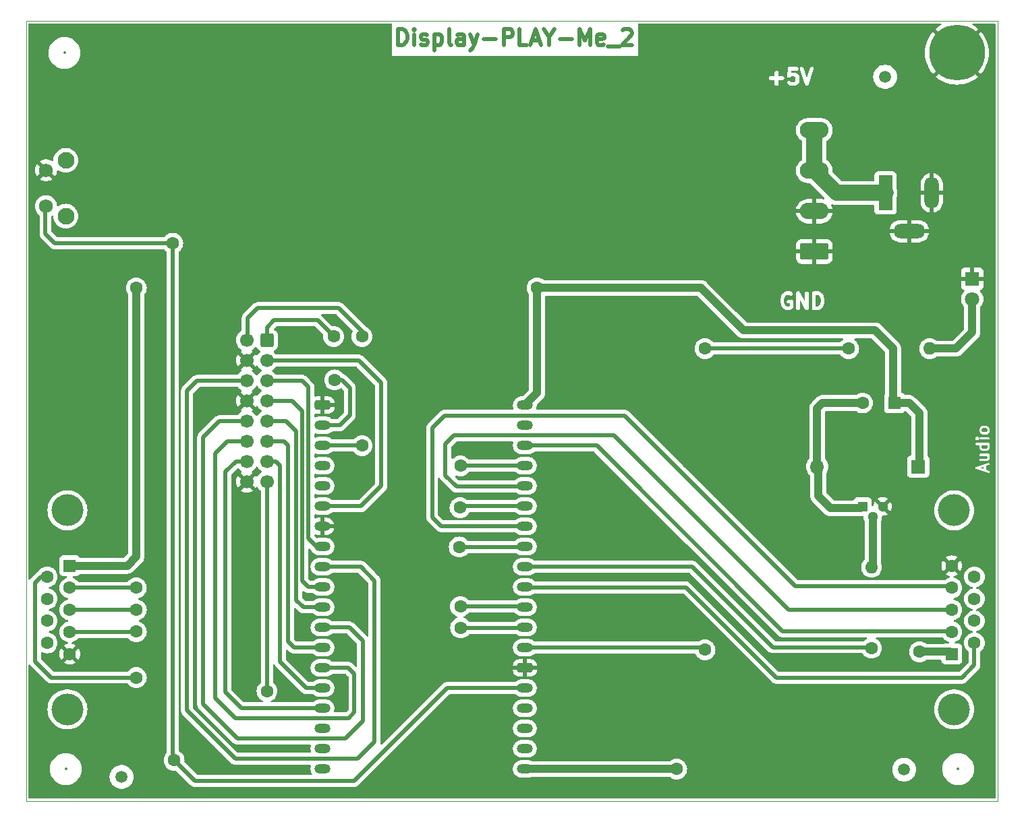
<source format=gbr>
G04 #@! TF.GenerationSoftware,KiCad,Pcbnew,8.0.3*
G04 #@! TF.CreationDate,2024-08-26T17:53:25+02:00*
G04 #@! TF.ProjectId,Display-PLAY-Me_2,44697370-6c61-4792-9d50-4c41592d4d65,0.3*
G04 #@! TF.SameCoordinates,Original*
G04 #@! TF.FileFunction,Profile,NP*
%FSLAX46Y46*%
G04 Gerber Fmt 4.6, Leading zero omitted, Abs format (unit mm)*
G04 Created by KiCad (PCBNEW 8.0.3) date 2024-08-26 17:53:25*
%MOMM*%
%LPD*%
G01*
G04 APERTURE LIST*
G04 Aperture macros list*
%AMRoundRect*
0 Rectangle with rounded corners*
0 $1 Rounding radius*
0 $2 $3 $4 $5 $6 $7 $8 $9 X,Y pos of 4 corners*
0 Add a 4 corners polygon primitive as box body*
4,1,4,$2,$3,$4,$5,$6,$7,$8,$9,$2,$3,0*
0 Add four circle primitives for the rounded corners*
1,1,$1+$1,$2,$3*
1,1,$1+$1,$4,$5*
1,1,$1+$1,$6,$7*
1,1,$1+$1,$8,$9*
0 Add four rect primitives between the rounded corners*
20,1,$1+$1,$2,$3,$4,$5,0*
20,1,$1+$1,$4,$5,$6,$7,0*
20,1,$1+$1,$6,$7,$8,$9,0*
20,1,$1+$1,$8,$9,$2,$3,0*%
G04 Aperture macros list end*
G04 #@! TA.AperFunction,Profile*
%ADD10C,0.050000*%
G04 #@! TD*
%ADD11C,0.475000*%
%ADD12C,0.500000*%
G04 #@! TA.AperFunction,NonConductor*
%ADD13C,0.500000*%
G04 #@! TD*
%ADD14C,0.300000*%
G04 #@! TA.AperFunction,SMDPad,CuDef*
%ADD15C,1.500000*%
G04 #@! TD*
G04 #@! TA.AperFunction,ComponentPad*
%ADD16C,3.900000*%
G04 #@! TD*
G04 #@! TA.AperFunction,ConnectorPad*
%ADD17C,7.000000*%
G04 #@! TD*
G04 #@! TA.AperFunction,ComponentPad*
%ADD18C,2.100000*%
G04 #@! TD*
G04 #@! TA.AperFunction,ComponentPad*
%ADD19C,1.750000*%
G04 #@! TD*
G04 #@! TA.AperFunction,ComponentPad*
%ADD20R,1.800000X1.800000*%
G04 #@! TD*
G04 #@! TA.AperFunction,ComponentPad*
%ADD21O,1.800000X1.800000*%
G04 #@! TD*
G04 #@! TA.AperFunction,ComponentPad*
%ADD22C,1.800000*%
G04 #@! TD*
G04 #@! TA.AperFunction,ComponentPad*
%ADD23R,1.300000X1.300000*%
G04 #@! TD*
G04 #@! TA.AperFunction,ComponentPad*
%ADD24C,1.300000*%
G04 #@! TD*
G04 #@! TA.AperFunction,ComponentPad*
%ADD25C,4.000000*%
G04 #@! TD*
G04 #@! TA.AperFunction,ComponentPad*
%ADD26R,1.600000X1.600000*%
G04 #@! TD*
G04 #@! TA.AperFunction,ComponentPad*
%ADD27C,1.600000*%
G04 #@! TD*
G04 #@! TA.AperFunction,ComponentPad*
%ADD28O,1.600000X1.600000*%
G04 #@! TD*
G04 #@! TA.AperFunction,ComponentPad*
%ADD29R,1.800000X4.400000*%
G04 #@! TD*
G04 #@! TA.AperFunction,ComponentPad*
%ADD30O,1.800000X4.000000*%
G04 #@! TD*
G04 #@! TA.AperFunction,ComponentPad*
%ADD31O,4.000000X1.800000*%
G04 #@! TD*
G04 #@! TA.AperFunction,ComponentPad*
%ADD32O,2.000000X1.200000*%
G04 #@! TD*
G04 #@! TA.AperFunction,ComponentPad*
%ADD33RoundRect,0.300000X-0.700000X0.300000X-0.700000X-0.300000X0.700000X-0.300000X0.700000X0.300000X0*%
G04 #@! TD*
G04 #@! TA.AperFunction,ComponentPad*
%ADD34RoundRect,0.249999X1.550001X-0.790001X1.550001X0.790001X-1.550001X0.790001X-1.550001X-0.790001X0*%
G04 #@! TD*
G04 #@! TA.AperFunction,ComponentPad*
%ADD35O,3.600000X2.080000*%
G04 #@! TD*
G04 #@! TA.AperFunction,ComponentPad*
%ADD36RoundRect,0.250000X0.600000X0.600000X-0.600000X0.600000X-0.600000X-0.600000X0.600000X-0.600000X0*%
G04 #@! TD*
G04 #@! TA.AperFunction,ComponentPad*
%ADD37C,1.700000*%
G04 #@! TD*
G04 #@! TA.AperFunction,ViaPad*
%ADD38C,1.600000*%
G04 #@! TD*
G04 #@! TA.AperFunction,Conductor*
%ADD39C,1.000000*%
G04 #@! TD*
G04 #@! TA.AperFunction,Conductor*
%ADD40C,2.000000*%
G04 #@! TD*
G04 #@! TA.AperFunction,Conductor*
%ADD41C,0.500000*%
G04 #@! TD*
%ADD42C,0.350000*%
%ADD43O,1.000000X3.400000*%
%ADD44O,1.000000X3.000000*%
%ADD45O,3.000000X1.000000*%
G04 APERTURE END LIST*
D10*
X88000000Y-49000000D02*
X210000000Y-49000000D01*
X210000000Y-147000000D02*
X210000000Y-49000000D01*
X88000000Y-115500000D02*
X88000000Y-49000000D01*
X88000000Y-115500000D02*
X88000000Y-147000000D01*
X88000000Y-147000000D02*
X210000000Y-147000000D01*
D11*
G36*
X187492600Y-83480480D02*
G01*
X187606691Y-83591177D01*
X187668446Y-83709221D01*
X187748790Y-84016356D01*
X187751869Y-84230789D01*
X187678735Y-84537469D01*
X187615696Y-84669550D01*
X187501028Y-84787734D01*
X187323757Y-84849541D01*
X187137303Y-84851247D01*
X187133953Y-83422138D01*
X187304324Y-83420579D01*
X187492600Y-83480480D01*
G37*
G36*
X188461071Y-85561776D02*
G01*
X182444404Y-85561776D01*
X182444404Y-84001061D01*
X182681904Y-84001061D01*
X182685634Y-84260848D01*
X182682184Y-84284035D01*
X182686374Y-84312370D01*
X182686467Y-84318824D01*
X182687807Y-84322059D01*
X182688995Y-84330092D01*
X182779249Y-84675115D01*
X182780814Y-84697126D01*
X182794066Y-84731758D01*
X182795135Y-84735841D01*
X182796157Y-84737220D01*
X182797454Y-84740609D01*
X182892612Y-84922500D01*
X182902882Y-84947295D01*
X182910333Y-84956373D01*
X182912734Y-84960963D01*
X182917472Y-84965072D01*
X182932419Y-84983284D01*
X183091588Y-85137720D01*
X183093686Y-85141915D01*
X183114658Y-85160104D01*
X183149360Y-85193774D01*
X183157246Y-85197040D01*
X183163692Y-85202631D01*
X183206205Y-85221612D01*
X183479426Y-85308538D01*
X183506404Y-85319713D01*
X183518201Y-85320874D01*
X183523033Y-85322412D01*
X183529292Y-85321967D01*
X183552738Y-85324276D01*
X183737447Y-85320567D01*
X183763395Y-85322412D01*
X183774802Y-85319817D01*
X183780024Y-85319713D01*
X183785818Y-85317312D01*
X183808794Y-85312088D01*
X184046430Y-85229236D01*
X184051454Y-85229236D01*
X184078171Y-85218169D01*
X184122736Y-85202632D01*
X184129183Y-85197039D01*
X184137068Y-85193774D01*
X184173058Y-85164237D01*
X184293070Y-85037770D01*
X184324884Y-84960963D01*
X184328532Y-84952157D01*
X184333095Y-84905823D01*
X184328532Y-84226156D01*
X184293069Y-84140542D01*
X184227543Y-84075016D01*
X184141929Y-84039553D01*
X184095595Y-84034990D01*
X183687356Y-84039553D01*
X183601742Y-84075016D01*
X183536216Y-84140542D01*
X183500753Y-84226156D01*
X183500753Y-84318824D01*
X183536216Y-84404438D01*
X183601742Y-84469964D01*
X183687356Y-84505427D01*
X183733690Y-84509990D01*
X183859680Y-84508581D01*
X183861601Y-84794840D01*
X183703747Y-84849877D01*
X183598090Y-84851998D01*
X183412874Y-84793071D01*
X183298783Y-84682373D01*
X183237029Y-84564332D01*
X183156684Y-84257191D01*
X183153605Y-84042761D01*
X183226739Y-83736082D01*
X183289778Y-83603999D01*
X183404445Y-83485817D01*
X183582171Y-83423853D01*
X183764127Y-83421240D01*
X183942389Y-83506318D01*
X184034824Y-83512887D01*
X184122736Y-83483583D01*
X184192743Y-83422866D01*
X184234185Y-83339982D01*
X184240754Y-83247546D01*
X184220497Y-83186776D01*
X184672380Y-83186776D01*
X184676943Y-85133110D01*
X184712406Y-85218724D01*
X184777932Y-85284250D01*
X184863546Y-85319713D01*
X184956214Y-85319713D01*
X185041828Y-85284250D01*
X185107354Y-85218724D01*
X185142817Y-85133110D01*
X185147380Y-85086776D01*
X185145003Y-84073291D01*
X185786406Y-85190442D01*
X185798121Y-85218724D01*
X185808741Y-85229344D01*
X185816337Y-85242574D01*
X185841311Y-85261914D01*
X185863647Y-85284250D01*
X185877635Y-85290044D01*
X185889604Y-85299313D01*
X185920074Y-85307623D01*
X185949261Y-85319713D01*
X185964402Y-85319713D01*
X185979006Y-85323696D01*
X186010339Y-85319713D01*
X186041929Y-85319713D01*
X186055916Y-85313919D01*
X186070935Y-85312010D01*
X186098360Y-85296338D01*
X186127543Y-85284250D01*
X186138248Y-85273544D01*
X186151393Y-85266033D01*
X186170730Y-85241062D01*
X186193069Y-85218724D01*
X186198864Y-85204733D01*
X186208132Y-85192766D01*
X186216441Y-85162298D01*
X186228532Y-85133110D01*
X186230865Y-85109410D01*
X186232515Y-85103364D01*
X186231921Y-85098693D01*
X186233095Y-85086776D01*
X186228641Y-83186776D01*
X186662856Y-83186776D01*
X186667419Y-85133110D01*
X186702882Y-85218724D01*
X186768408Y-85284250D01*
X186854022Y-85319713D01*
X186900356Y-85324276D01*
X187350696Y-85320155D01*
X187382442Y-85322412D01*
X187394111Y-85319758D01*
X187399071Y-85319713D01*
X187404865Y-85317312D01*
X187427841Y-85312088D01*
X187665477Y-85229236D01*
X187670501Y-85229236D01*
X187697218Y-85218169D01*
X187741783Y-85202632D01*
X187748230Y-85197039D01*
X187756115Y-85193774D01*
X187792104Y-85164237D01*
X187971228Y-84979620D01*
X187992741Y-84960963D01*
X187999040Y-84950954D01*
X188002592Y-84947295D01*
X188004991Y-84941501D01*
X188017544Y-84921561D01*
X188098659Y-84751605D01*
X188110340Y-84735841D01*
X188122714Y-84701204D01*
X188124661Y-84697126D01*
X188124782Y-84695415D01*
X188126004Y-84691997D01*
X188209549Y-84341658D01*
X188219008Y-84318824D01*
X188221831Y-84290156D01*
X188223291Y-84284035D01*
X188222775Y-84280569D01*
X188223571Y-84272490D01*
X188219840Y-84012702D01*
X188223291Y-83989516D01*
X188219100Y-83961180D01*
X188219008Y-83954727D01*
X188217667Y-83951491D01*
X188216480Y-83943459D01*
X188126225Y-83598440D01*
X188124661Y-83576426D01*
X188111404Y-83541785D01*
X188110339Y-83537711D01*
X188109318Y-83536333D01*
X188108021Y-83532943D01*
X188012862Y-83351048D01*
X188002593Y-83326256D01*
X187995142Y-83317178D01*
X187992742Y-83312589D01*
X187988004Y-83308480D01*
X187973056Y-83290266D01*
X187813886Y-83135831D01*
X187811789Y-83131637D01*
X187790808Y-83113440D01*
X187756114Y-83079778D01*
X187748231Y-83076512D01*
X187741783Y-83070920D01*
X187699270Y-83051940D01*
X187426048Y-82965013D01*
X187399071Y-82953839D01*
X187387273Y-82952677D01*
X187382442Y-82951140D01*
X187376182Y-82951584D01*
X187352737Y-82949276D01*
X186854022Y-82953839D01*
X186768408Y-82989302D01*
X186702882Y-83054828D01*
X186667419Y-83140442D01*
X186662856Y-83186776D01*
X186228641Y-83186776D01*
X186228532Y-83140442D01*
X186193069Y-83054828D01*
X186127543Y-82989302D01*
X186041929Y-82953839D01*
X185949261Y-82953839D01*
X185863647Y-82989302D01*
X185798121Y-83054828D01*
X185762658Y-83140442D01*
X185758095Y-83186776D01*
X185760471Y-84200261D01*
X185119068Y-83083109D01*
X185107354Y-83054828D01*
X185096733Y-83044207D01*
X185089138Y-83030978D01*
X185064161Y-83011635D01*
X185041828Y-82989302D01*
X185027842Y-82983508D01*
X185015871Y-82974238D01*
X184985396Y-82965927D01*
X184956214Y-82953839D01*
X184941073Y-82953839D01*
X184926468Y-82949856D01*
X184895136Y-82953839D01*
X184863546Y-82953839D01*
X184849558Y-82959632D01*
X184834540Y-82961542D01*
X184807112Y-82977214D01*
X184777932Y-82989302D01*
X184767228Y-83000006D01*
X184754082Y-83007518D01*
X184734739Y-83032494D01*
X184712406Y-83054828D01*
X184706612Y-83068813D01*
X184697342Y-83080785D01*
X184689031Y-83111259D01*
X184676943Y-83140442D01*
X184674609Y-83164141D01*
X184672960Y-83170188D01*
X184673553Y-83174858D01*
X184672380Y-83186776D01*
X184220497Y-83186776D01*
X184211449Y-83159634D01*
X184150733Y-83089628D01*
X184111331Y-83064825D01*
X183958873Y-82992061D01*
X183956114Y-82989302D01*
X183933232Y-82979824D01*
X183886896Y-82957709D01*
X183878382Y-82957104D01*
X183870500Y-82953839D01*
X183824166Y-82949276D01*
X183551828Y-82953186D01*
X183523033Y-82951140D01*
X183511485Y-82953766D01*
X183506404Y-82953839D01*
X183500609Y-82956239D01*
X183477634Y-82961464D01*
X183240003Y-83044315D01*
X183234975Y-83044315D01*
X183208234Y-83055390D01*
X183163692Y-83070921D01*
X183157247Y-83076510D01*
X183149361Y-83079777D01*
X183113371Y-83109314D01*
X182934251Y-83293925D01*
X182912733Y-83312588D01*
X182906431Y-83322598D01*
X182902883Y-83326256D01*
X182900484Y-83332047D01*
X182887931Y-83351990D01*
X182806813Y-83521950D01*
X182795136Y-83537711D01*
X182782761Y-83572345D01*
X182780814Y-83576426D01*
X182780692Y-83578136D01*
X182779471Y-83581555D01*
X182695925Y-83931892D01*
X182686467Y-83954727D01*
X182683643Y-83983394D01*
X182682184Y-83989516D01*
X182682699Y-83992981D01*
X182681904Y-84001061D01*
X182444404Y-84001061D01*
X182444404Y-82711776D01*
X188461071Y-82711776D01*
X188461071Y-85561776D01*
G37*
G36*
X187116160Y-57367776D02*
G01*
X181015443Y-57367776D01*
X181015443Y-56122632D01*
X181252943Y-56122632D01*
X181252943Y-56215300D01*
X181288406Y-56300914D01*
X181353932Y-56366440D01*
X181439546Y-56401903D01*
X181485880Y-56406466D01*
X181975121Y-56404971D01*
X181976753Y-56939110D01*
X182012216Y-57024724D01*
X182077742Y-57090250D01*
X182163356Y-57125713D01*
X182256024Y-57125713D01*
X182341638Y-57090250D01*
X182407164Y-57024724D01*
X182442627Y-56939110D01*
X182447190Y-56892776D01*
X182445695Y-56403534D01*
X182979834Y-56401903D01*
X183065448Y-56366440D01*
X183130974Y-56300914D01*
X183166437Y-56215300D01*
X183166437Y-56122632D01*
X183130974Y-56037018D01*
X183065448Y-55971492D01*
X182979834Y-55936029D01*
X182933500Y-55931466D01*
X182444258Y-55932960D01*
X182444220Y-55920464D01*
X183511394Y-55920464D01*
X183514848Y-55931914D01*
X183514849Y-55943873D01*
X183528134Y-55975947D01*
X183538162Y-56009182D01*
X183545733Y-56018436D01*
X183550311Y-56029487D01*
X183574859Y-56054035D01*
X183596842Y-56080903D01*
X183607381Y-56086556D01*
X183615838Y-56095013D01*
X183647907Y-56108296D01*
X183678503Y-56124709D01*
X183690404Y-56125899D01*
X183701452Y-56130475D01*
X183736164Y-56130474D01*
X183770711Y-56133929D01*
X183782161Y-56130474D01*
X183794120Y-56130474D01*
X183826194Y-56117188D01*
X183859429Y-56107161D01*
X183868683Y-56099589D01*
X183879734Y-56095012D01*
X183915724Y-56065475D01*
X183974043Y-56004018D01*
X184070385Y-55953616D01*
X184410418Y-55950505D01*
X184507749Y-55996959D01*
X184546066Y-56033320D01*
X184596468Y-56129662D01*
X184599579Y-56469693D01*
X184553124Y-56567026D01*
X184516763Y-56605343D01*
X184420422Y-56655744D01*
X184080391Y-56658855D01*
X183983056Y-56612400D01*
X183879734Y-56514349D01*
X183794120Y-56478887D01*
X183701452Y-56478886D01*
X183615838Y-56514348D01*
X183550311Y-56579874D01*
X183514849Y-56665488D01*
X183514848Y-56758156D01*
X183550310Y-56843770D01*
X183579846Y-56879760D01*
X183677359Y-56972298D01*
X183692646Y-56989924D01*
X183702407Y-56996068D01*
X183706312Y-56999774D01*
X183712106Y-57002174D01*
X183732048Y-57014727D01*
X183884505Y-57087489D01*
X183887266Y-57090250D01*
X183910158Y-57099732D01*
X183956484Y-57121842D01*
X183964994Y-57122446D01*
X183972880Y-57125713D01*
X184019214Y-57130276D01*
X184436043Y-57126462D01*
X184441890Y-57128411D01*
X184474228Y-57126112D01*
X184517929Y-57125713D01*
X184525814Y-57122446D01*
X184534325Y-57121842D01*
X184577808Y-57105202D01*
X184759706Y-57010042D01*
X184784496Y-56999774D01*
X184793572Y-56992325D01*
X184798162Y-56989924D01*
X184802271Y-56985185D01*
X184820486Y-56970237D01*
X184913022Y-56872723D01*
X184930646Y-56857439D01*
X184936792Y-56847675D01*
X184940498Y-56843770D01*
X184942898Y-56837974D01*
X184955449Y-56818037D01*
X185028212Y-56665580D01*
X185030974Y-56662819D01*
X185040456Y-56639926D01*
X185062566Y-56593602D01*
X185063170Y-56585089D01*
X185066437Y-56577205D01*
X185071000Y-56530871D01*
X185067186Y-56114040D01*
X185069135Y-56108194D01*
X185066836Y-56075855D01*
X185066437Y-56032156D01*
X185063170Y-56024271D01*
X185062566Y-56015759D01*
X185045926Y-55972276D01*
X184950766Y-55790381D01*
X184940498Y-55765591D01*
X184933047Y-55756512D01*
X184930646Y-55751922D01*
X184925907Y-55747812D01*
X184910962Y-55729601D01*
X184813447Y-55637061D01*
X184798162Y-55619437D01*
X184788400Y-55613292D01*
X184784496Y-55609587D01*
X184778701Y-55607186D01*
X184758760Y-55594634D01*
X184606304Y-55521872D01*
X184603543Y-55519111D01*
X184580649Y-55509628D01*
X184534325Y-55487519D01*
X184525814Y-55486914D01*
X184517929Y-55483648D01*
X184471595Y-55479085D01*
X184054765Y-55482898D01*
X184048919Y-55480950D01*
X184025849Y-55482589D01*
X184049961Y-55229260D01*
X184789357Y-55225713D01*
X184874971Y-55190250D01*
X184940497Y-55124724D01*
X184975960Y-55039110D01*
X184975960Y-55022481D01*
X185140721Y-55022481D01*
X185151045Y-55067880D01*
X185779468Y-56939251D01*
X185780624Y-56955506D01*
X185793728Y-56981714D01*
X185803359Y-57010394D01*
X185814477Y-57023213D01*
X185822066Y-57038391D01*
X185844563Y-57057902D01*
X185864075Y-57080400D01*
X185879252Y-57087988D01*
X185892072Y-57099107D01*
X185920326Y-57108525D01*
X185946960Y-57121842D01*
X185963884Y-57123044D01*
X185979985Y-57128412D01*
X186009690Y-57126300D01*
X186039395Y-57128412D01*
X186055496Y-57123044D01*
X186072420Y-57121842D01*
X186099050Y-57108526D01*
X186127307Y-57099108D01*
X186140127Y-57087988D01*
X186155305Y-57080400D01*
X186174816Y-57057902D01*
X186197314Y-57038391D01*
X186204902Y-57023213D01*
X186216021Y-57010394D01*
X186235002Y-56967880D01*
X186878660Y-55022481D01*
X186872090Y-54930046D01*
X186830648Y-54847161D01*
X186760641Y-54786445D01*
X186672729Y-54757141D01*
X186580294Y-54763710D01*
X186497409Y-54805152D01*
X186436693Y-54875159D01*
X186417712Y-54917672D01*
X186010383Y-56148785D01*
X185582688Y-54875159D01*
X185521972Y-54805152D01*
X185439087Y-54763710D01*
X185346652Y-54757140D01*
X185258740Y-54786445D01*
X185188733Y-54847161D01*
X185147291Y-54930046D01*
X185140721Y-55022481D01*
X184975960Y-55022481D01*
X184975960Y-54946442D01*
X184940497Y-54860828D01*
X184874971Y-54795302D01*
X184789357Y-54759839D01*
X184743023Y-54755276D01*
X183847231Y-54759573D01*
X183815335Y-54756384D01*
X183804077Y-54759780D01*
X183791927Y-54759839D01*
X183759858Y-54773122D01*
X183726617Y-54783152D01*
X183717359Y-54790726D01*
X183706313Y-54795302D01*
X183681769Y-54819845D01*
X183654896Y-54841833D01*
X183649241Y-54852373D01*
X183640787Y-54860828D01*
X183627504Y-54892894D01*
X183611090Y-54923493D01*
X183607583Y-54940987D01*
X183605324Y-54946442D01*
X183605324Y-54952259D01*
X183601940Y-54969143D01*
X183518922Y-55841368D01*
X183514848Y-55851205D01*
X183514848Y-55884170D01*
X183511394Y-55920464D01*
X182444220Y-55920464D01*
X182442627Y-55398823D01*
X182407164Y-55313209D01*
X182341638Y-55247683D01*
X182256024Y-55212220D01*
X182163356Y-55212220D01*
X182077742Y-55247683D01*
X182012216Y-55313209D01*
X181976753Y-55398823D01*
X181972190Y-55445157D01*
X181973684Y-55934397D01*
X181439546Y-55936029D01*
X181353932Y-55971492D01*
X181288406Y-56037018D01*
X181252943Y-56122632D01*
X181015443Y-56122632D01*
X181015443Y-54517776D01*
X187116160Y-54517776D01*
X187116160Y-57367776D01*
G37*
D12*
D13*
X134706337Y-52008638D02*
X134706337Y-50008638D01*
X134706337Y-50008638D02*
X135182527Y-50008638D01*
X135182527Y-50008638D02*
X135468242Y-50103876D01*
X135468242Y-50103876D02*
X135658718Y-50294352D01*
X135658718Y-50294352D02*
X135753956Y-50484828D01*
X135753956Y-50484828D02*
X135849194Y-50865780D01*
X135849194Y-50865780D02*
X135849194Y-51151495D01*
X135849194Y-51151495D02*
X135753956Y-51532447D01*
X135753956Y-51532447D02*
X135658718Y-51722923D01*
X135658718Y-51722923D02*
X135468242Y-51913400D01*
X135468242Y-51913400D02*
X135182527Y-52008638D01*
X135182527Y-52008638D02*
X134706337Y-52008638D01*
X136706337Y-52008638D02*
X136706337Y-50675304D01*
X136706337Y-50008638D02*
X136611099Y-50103876D01*
X136611099Y-50103876D02*
X136706337Y-50199114D01*
X136706337Y-50199114D02*
X136801575Y-50103876D01*
X136801575Y-50103876D02*
X136706337Y-50008638D01*
X136706337Y-50008638D02*
X136706337Y-50199114D01*
X137563480Y-51913400D02*
X137753956Y-52008638D01*
X137753956Y-52008638D02*
X138134908Y-52008638D01*
X138134908Y-52008638D02*
X138325385Y-51913400D01*
X138325385Y-51913400D02*
X138420623Y-51722923D01*
X138420623Y-51722923D02*
X138420623Y-51627685D01*
X138420623Y-51627685D02*
X138325385Y-51437209D01*
X138325385Y-51437209D02*
X138134908Y-51341971D01*
X138134908Y-51341971D02*
X137849194Y-51341971D01*
X137849194Y-51341971D02*
X137658718Y-51246733D01*
X137658718Y-51246733D02*
X137563480Y-51056257D01*
X137563480Y-51056257D02*
X137563480Y-50961019D01*
X137563480Y-50961019D02*
X137658718Y-50770542D01*
X137658718Y-50770542D02*
X137849194Y-50675304D01*
X137849194Y-50675304D02*
X138134908Y-50675304D01*
X138134908Y-50675304D02*
X138325385Y-50770542D01*
X139277766Y-50675304D02*
X139277766Y-52675304D01*
X139277766Y-50770542D02*
X139468242Y-50675304D01*
X139468242Y-50675304D02*
X139849195Y-50675304D01*
X139849195Y-50675304D02*
X140039671Y-50770542D01*
X140039671Y-50770542D02*
X140134909Y-50865780D01*
X140134909Y-50865780D02*
X140230147Y-51056257D01*
X140230147Y-51056257D02*
X140230147Y-51627685D01*
X140230147Y-51627685D02*
X140134909Y-51818161D01*
X140134909Y-51818161D02*
X140039671Y-51913400D01*
X140039671Y-51913400D02*
X139849195Y-52008638D01*
X139849195Y-52008638D02*
X139468242Y-52008638D01*
X139468242Y-52008638D02*
X139277766Y-51913400D01*
X141373004Y-52008638D02*
X141182528Y-51913400D01*
X141182528Y-51913400D02*
X141087290Y-51722923D01*
X141087290Y-51722923D02*
X141087290Y-50008638D01*
X142992052Y-52008638D02*
X142992052Y-50961019D01*
X142992052Y-50961019D02*
X142896814Y-50770542D01*
X142896814Y-50770542D02*
X142706338Y-50675304D01*
X142706338Y-50675304D02*
X142325385Y-50675304D01*
X142325385Y-50675304D02*
X142134909Y-50770542D01*
X142992052Y-51913400D02*
X142801576Y-52008638D01*
X142801576Y-52008638D02*
X142325385Y-52008638D01*
X142325385Y-52008638D02*
X142134909Y-51913400D01*
X142134909Y-51913400D02*
X142039671Y-51722923D01*
X142039671Y-51722923D02*
X142039671Y-51532447D01*
X142039671Y-51532447D02*
X142134909Y-51341971D01*
X142134909Y-51341971D02*
X142325385Y-51246733D01*
X142325385Y-51246733D02*
X142801576Y-51246733D01*
X142801576Y-51246733D02*
X142992052Y-51151495D01*
X143753957Y-50675304D02*
X144230147Y-52008638D01*
X144706338Y-50675304D02*
X144230147Y-52008638D01*
X144230147Y-52008638D02*
X144039671Y-52484828D01*
X144039671Y-52484828D02*
X143944433Y-52580066D01*
X143944433Y-52580066D02*
X143753957Y-52675304D01*
X145468243Y-51246733D02*
X146992053Y-51246733D01*
X147944433Y-52008638D02*
X147944433Y-50008638D01*
X147944433Y-50008638D02*
X148706338Y-50008638D01*
X148706338Y-50008638D02*
X148896814Y-50103876D01*
X148896814Y-50103876D02*
X148992052Y-50199114D01*
X148992052Y-50199114D02*
X149087290Y-50389590D01*
X149087290Y-50389590D02*
X149087290Y-50675304D01*
X149087290Y-50675304D02*
X148992052Y-50865780D01*
X148992052Y-50865780D02*
X148896814Y-50961019D01*
X148896814Y-50961019D02*
X148706338Y-51056257D01*
X148706338Y-51056257D02*
X147944433Y-51056257D01*
X150896814Y-52008638D02*
X149944433Y-52008638D01*
X149944433Y-52008638D02*
X149944433Y-50008638D01*
X151468243Y-51437209D02*
X152420624Y-51437209D01*
X151277767Y-52008638D02*
X151944433Y-50008638D01*
X151944433Y-50008638D02*
X152611100Y-52008638D01*
X153658719Y-51056257D02*
X153658719Y-52008638D01*
X152992053Y-50008638D02*
X153658719Y-51056257D01*
X153658719Y-51056257D02*
X154325386Y-50008638D01*
X154992053Y-51246733D02*
X156515863Y-51246733D01*
X157468243Y-52008638D02*
X157468243Y-50008638D01*
X157468243Y-50008638D02*
X158134910Y-51437209D01*
X158134910Y-51437209D02*
X158801576Y-50008638D01*
X158801576Y-50008638D02*
X158801576Y-52008638D01*
X160515862Y-51913400D02*
X160325386Y-52008638D01*
X160325386Y-52008638D02*
X159944433Y-52008638D01*
X159944433Y-52008638D02*
X159753957Y-51913400D01*
X159753957Y-51913400D02*
X159658719Y-51722923D01*
X159658719Y-51722923D02*
X159658719Y-50961019D01*
X159658719Y-50961019D02*
X159753957Y-50770542D01*
X159753957Y-50770542D02*
X159944433Y-50675304D01*
X159944433Y-50675304D02*
X160325386Y-50675304D01*
X160325386Y-50675304D02*
X160515862Y-50770542D01*
X160515862Y-50770542D02*
X160611100Y-50961019D01*
X160611100Y-50961019D02*
X160611100Y-51151495D01*
X160611100Y-51151495D02*
X159658719Y-51341971D01*
X160992053Y-52199114D02*
X162515862Y-52199114D01*
X162896815Y-50199114D02*
X162992053Y-50103876D01*
X162992053Y-50103876D02*
X163182529Y-50008638D01*
X163182529Y-50008638D02*
X163658720Y-50008638D01*
X163658720Y-50008638D02*
X163849196Y-50103876D01*
X163849196Y-50103876D02*
X163944434Y-50199114D01*
X163944434Y-50199114D02*
X164039672Y-50389590D01*
X164039672Y-50389590D02*
X164039672Y-50580066D01*
X164039672Y-50580066D02*
X163944434Y-50865780D01*
X163944434Y-50865780D02*
X162801577Y-52008638D01*
X162801577Y-52008638D02*
X164039672Y-52008638D01*
D14*
G36*
X208224226Y-105310700D02*
G01*
X207770695Y-105160424D01*
X208223055Y-105008737D01*
X208224226Y-105310700D01*
G37*
G36*
X208651119Y-102334489D02*
G01*
X208653086Y-102549486D01*
X208609975Y-102639099D01*
X208572984Y-102677764D01*
X208483434Y-102724259D01*
X208125800Y-102726510D01*
X208035788Y-102683207D01*
X207997126Y-102646219D01*
X207950536Y-102556487D01*
X207948569Y-102341491D01*
X207964429Y-102308524D01*
X208636980Y-102307256D01*
X208651119Y-102334489D01*
G37*
G36*
X208565866Y-100207769D02*
G01*
X208604532Y-100244760D01*
X208651206Y-100334657D01*
X208652908Y-100478428D01*
X208609975Y-100567670D01*
X208572984Y-100606335D01*
X208483434Y-100652830D01*
X208125800Y-100655081D01*
X208035788Y-100611778D01*
X207997126Y-100574790D01*
X207950449Y-100484889D01*
X207948747Y-100341119D01*
X207991679Y-100251878D01*
X208028671Y-100213213D01*
X208118223Y-100166717D01*
X208475855Y-100164466D01*
X208565866Y-100207769D01*
G37*
G36*
X209117495Y-105975264D02*
G01*
X206985339Y-105975264D01*
X206985339Y-105141013D01*
X207152006Y-105141013D01*
X207153339Y-105159774D01*
X207152006Y-105178535D01*
X207155395Y-105188702D01*
X207156155Y-105199394D01*
X207164566Y-105216217D01*
X207170514Y-105234059D01*
X207177536Y-105242155D01*
X207182329Y-105251741D01*
X207196537Y-105264064D01*
X207208861Y-105278273D01*
X207218446Y-105283065D01*
X207226543Y-105290088D01*
X207253394Y-105302076D01*
X208331843Y-105659416D01*
X208342993Y-105664035D01*
X208345782Y-105664035D01*
X208782068Y-105808597D01*
X208840448Y-105804447D01*
X208892795Y-105778273D01*
X208931142Y-105734059D01*
X208949651Y-105678535D01*
X208945501Y-105620155D01*
X208919328Y-105567807D01*
X208875113Y-105529460D01*
X208848262Y-105517472D01*
X208521839Y-105409313D01*
X208519901Y-104909198D01*
X208875113Y-104790088D01*
X208919328Y-104751741D01*
X208945501Y-104699393D01*
X208949651Y-104641013D01*
X208931142Y-104585489D01*
X208892795Y-104541275D01*
X208840448Y-104515101D01*
X208782068Y-104510951D01*
X208753394Y-104517471D01*
X207271557Y-105014365D01*
X207261208Y-105015101D01*
X207244600Y-105023404D01*
X207226543Y-105029460D01*
X207218446Y-105036482D01*
X207208861Y-105041275D01*
X207196537Y-105055483D01*
X207182329Y-105067807D01*
X207177536Y-105077392D01*
X207170514Y-105085489D01*
X207164566Y-105103330D01*
X207156155Y-105120154D01*
X207155395Y-105130845D01*
X207152006Y-105141013D01*
X206985339Y-105141013D01*
X206985339Y-103487654D01*
X207653710Y-103487654D01*
X207653710Y-103546182D01*
X207676108Y-103600254D01*
X207717492Y-103641638D01*
X207771564Y-103664036D01*
X207800828Y-103666918D01*
X208595501Y-103664692D01*
X208604532Y-103673332D01*
X208651206Y-103763229D01*
X208652908Y-103907000D01*
X208619520Y-103976403D01*
X208555030Y-104009886D01*
X207771564Y-104012657D01*
X207717492Y-104035055D01*
X207676108Y-104076439D01*
X207653710Y-104130511D01*
X207653710Y-104189039D01*
X207676108Y-104243111D01*
X207717492Y-104284495D01*
X207771564Y-104306893D01*
X207800828Y-104309775D01*
X208563225Y-104307078D01*
X208567780Y-104308597D01*
X208590503Y-104306982D01*
X208615806Y-104306893D01*
X208620783Y-104304831D01*
X208626161Y-104304449D01*
X208653624Y-104293939D01*
X208789515Y-104223382D01*
X208803684Y-104218660D01*
X208811249Y-104212098D01*
X208821368Y-104206845D01*
X208833692Y-104192633D01*
X208847899Y-104180313D01*
X208857220Y-104165505D01*
X208859714Y-104162630D01*
X208860483Y-104160321D01*
X208863564Y-104155428D01*
X208923470Y-104030902D01*
X208925548Y-104028825D01*
X208932226Y-104012702D01*
X208945502Y-103985107D01*
X208945883Y-103979731D01*
X208947946Y-103974753D01*
X208950828Y-103945489D01*
X208948553Y-103753255D01*
X208949650Y-103749965D01*
X208948287Y-103730786D01*
X208947946Y-103701939D01*
X208945883Y-103696960D01*
X208945502Y-103691585D01*
X208934992Y-103664122D01*
X208909936Y-103615865D01*
X208925548Y-103600254D01*
X208947946Y-103546182D01*
X208947946Y-103487654D01*
X208925548Y-103433582D01*
X208884164Y-103392198D01*
X208830092Y-103369800D01*
X208800828Y-103366918D01*
X207771564Y-103369800D01*
X207717492Y-103392198D01*
X207676108Y-103433582D01*
X207653710Y-103487654D01*
X206985339Y-103487654D01*
X206985339Y-102130511D01*
X207153710Y-102130511D01*
X207153710Y-102189039D01*
X207176108Y-102243111D01*
X207217492Y-102284495D01*
X207271564Y-102306893D01*
X207300828Y-102309775D01*
X207650887Y-102309115D01*
X207653236Y-102565892D01*
X207652006Y-102569585D01*
X207653457Y-102590008D01*
X207653710Y-102617610D01*
X207655773Y-102622590D01*
X207656155Y-102627965D01*
X207666664Y-102655428D01*
X207740675Y-102797974D01*
X207747536Y-102814537D01*
X207752270Y-102820306D01*
X207753758Y-102823171D01*
X207756752Y-102825768D01*
X207766190Y-102837268D01*
X207841343Y-102909169D01*
X207851718Y-102921131D01*
X207857941Y-102925048D01*
X207860349Y-102927352D01*
X207864008Y-102928867D01*
X207876603Y-102936796D01*
X208001128Y-102996702D01*
X208003206Y-102998780D01*
X208019328Y-103005458D01*
X208046924Y-103018734D01*
X208052299Y-103019115D01*
X208057278Y-103021178D01*
X208086542Y-103024060D01*
X208492225Y-103021506D01*
X208496352Y-103022882D01*
X208517997Y-103021344D01*
X208544378Y-103021178D01*
X208549356Y-103019115D01*
X208554732Y-103018734D01*
X208582196Y-103008224D01*
X208724737Y-102934215D01*
X208741306Y-102927353D01*
X208747076Y-102922617D01*
X208749939Y-102921131D01*
X208752535Y-102918137D01*
X208764037Y-102908698D01*
X208835938Y-102833542D01*
X208847899Y-102823170D01*
X208851816Y-102816946D01*
X208854121Y-102814538D01*
X208855637Y-102810876D01*
X208863564Y-102798285D01*
X208923470Y-102673759D01*
X208925548Y-102671682D01*
X208932226Y-102655559D01*
X208945502Y-102627964D01*
X208945883Y-102622588D01*
X208947946Y-102617610D01*
X208950828Y-102588346D01*
X208948419Y-102325086D01*
X208949650Y-102321394D01*
X208948198Y-102300965D01*
X208947946Y-102273368D01*
X208945883Y-102268389D01*
X208945502Y-102263014D01*
X208934992Y-102235551D01*
X208931480Y-102228788D01*
X208947946Y-102189039D01*
X208947946Y-102130511D01*
X208925548Y-102076439D01*
X208884164Y-102035055D01*
X208830092Y-102012657D01*
X208800828Y-102009775D01*
X207861820Y-102011544D01*
X207853496Y-102010953D01*
X207851663Y-102011563D01*
X207271564Y-102012657D01*
X207217492Y-102035055D01*
X207176108Y-102076439D01*
X207153710Y-102130511D01*
X206985339Y-102130511D01*
X206985339Y-101416225D01*
X207153710Y-101416225D01*
X207153710Y-101416226D01*
X207153710Y-101416227D01*
X207153710Y-101474753D01*
X207159054Y-101487653D01*
X207176107Y-101528824D01*
X207176108Y-101528825D01*
X207194763Y-101551556D01*
X207288921Y-101641637D01*
X207288922Y-101641638D01*
X207342994Y-101664035D01*
X207342995Y-101664035D01*
X207401520Y-101664035D01*
X207455592Y-101641638D01*
X207478323Y-101622983D01*
X207568406Y-101528825D01*
X207577682Y-101506427D01*
X207590803Y-101474753D01*
X207590803Y-101416225D01*
X207653710Y-101416225D01*
X207653710Y-101474753D01*
X207676108Y-101528825D01*
X207717492Y-101570209D01*
X207771564Y-101592607D01*
X207800828Y-101595489D01*
X208830092Y-101592607D01*
X208884164Y-101570209D01*
X208925548Y-101528825D01*
X208947946Y-101474753D01*
X208947946Y-101416225D01*
X208925548Y-101362153D01*
X208884164Y-101320769D01*
X208830092Y-101298371D01*
X208800828Y-101295489D01*
X207771564Y-101298371D01*
X207717492Y-101320769D01*
X207676108Y-101362153D01*
X207653710Y-101416225D01*
X207590803Y-101416225D01*
X207568406Y-101362155D01*
X207568406Y-101362154D01*
X207549752Y-101339424D01*
X207455593Y-101249340D01*
X207455592Y-101249339D01*
X207423918Y-101236219D01*
X207401521Y-101226942D01*
X207401520Y-101226942D01*
X207342994Y-101226942D01*
X207288922Y-101249339D01*
X207266191Y-101267994D01*
X207176107Y-101362154D01*
X207176107Y-101362155D01*
X207153710Y-101416225D01*
X206985339Y-101416225D01*
X206985339Y-100302631D01*
X207650828Y-100302631D01*
X207653102Y-100494865D01*
X207652006Y-100498156D01*
X207653368Y-100517328D01*
X207653710Y-100546181D01*
X207655773Y-100551161D01*
X207656155Y-100556536D01*
X207666664Y-100583999D01*
X207740675Y-100726545D01*
X207747536Y-100743108D01*
X207752270Y-100748877D01*
X207753758Y-100751742D01*
X207756752Y-100754339D01*
X207766190Y-100765839D01*
X207841343Y-100837740D01*
X207851718Y-100849702D01*
X207857941Y-100853619D01*
X207860349Y-100855923D01*
X207864008Y-100857438D01*
X207876603Y-100865367D01*
X208001128Y-100925273D01*
X208003206Y-100927351D01*
X208019328Y-100934029D01*
X208046924Y-100947305D01*
X208052299Y-100947686D01*
X208057278Y-100949749D01*
X208086542Y-100952631D01*
X208492225Y-100950077D01*
X208496352Y-100951453D01*
X208517997Y-100949915D01*
X208544378Y-100949749D01*
X208549356Y-100947686D01*
X208554732Y-100947305D01*
X208582196Y-100936795D01*
X208724737Y-100862786D01*
X208741306Y-100855924D01*
X208747076Y-100851188D01*
X208749939Y-100849702D01*
X208752535Y-100846708D01*
X208764037Y-100837269D01*
X208835938Y-100762113D01*
X208847899Y-100751741D01*
X208851816Y-100745517D01*
X208854121Y-100743109D01*
X208855637Y-100739447D01*
X208863564Y-100726856D01*
X208923470Y-100602330D01*
X208925548Y-100600253D01*
X208932226Y-100584130D01*
X208945502Y-100556535D01*
X208945883Y-100551159D01*
X208947946Y-100546181D01*
X208950828Y-100516917D01*
X208948553Y-100324683D01*
X208949650Y-100321393D01*
X208948287Y-100302214D01*
X208947946Y-100273367D01*
X208945883Y-100268388D01*
X208945502Y-100263013D01*
X208934992Y-100235550D01*
X208860983Y-100093007D01*
X208854120Y-100076438D01*
X208849384Y-100070667D01*
X208847899Y-100067807D01*
X208844907Y-100065212D01*
X208835465Y-100053707D01*
X208760318Y-99981814D01*
X208749939Y-99969847D01*
X208743710Y-99965926D01*
X208741305Y-99963625D01*
X208737648Y-99962110D01*
X208725053Y-99954182D01*
X208600528Y-99894275D01*
X208598450Y-99892197D01*
X208582318Y-99885515D01*
X208554733Y-99872244D01*
X208549358Y-99871862D01*
X208544378Y-99869799D01*
X208515114Y-99866917D01*
X208109430Y-99869470D01*
X208105303Y-99868095D01*
X208083663Y-99869632D01*
X208057278Y-99869799D01*
X208052297Y-99871862D01*
X208046923Y-99872244D01*
X208019459Y-99882753D01*
X207876916Y-99956763D01*
X207860349Y-99963625D01*
X207854577Y-99968361D01*
X207851717Y-99969847D01*
X207849121Y-99972839D01*
X207837619Y-99982280D01*
X207765722Y-100057429D01*
X207753758Y-100067806D01*
X207749839Y-100074031D01*
X207747536Y-100076439D01*
X207746020Y-100080098D01*
X207738093Y-100092692D01*
X207678186Y-100217216D01*
X207676108Y-100219295D01*
X207669426Y-100235426D01*
X207656155Y-100263012D01*
X207655773Y-100268386D01*
X207653710Y-100273367D01*
X207650828Y-100302631D01*
X206985339Y-100302631D01*
X206985339Y-99700250D01*
X209117495Y-99700250D01*
X209117495Y-105975264D01*
G37*
D15*
X195840000Y-56000000D03*
D16*
X204840000Y-53000000D03*
D17*
X204840000Y-53000000D03*
D15*
X100000000Y-144000000D03*
X198221600Y-143078200D03*
D18*
X93000000Y-66510000D03*
X93000000Y-73520000D03*
D19*
X90510000Y-67760000D03*
X90510000Y-72260000D03*
D20*
X200000000Y-105000000D03*
D21*
X187300000Y-105000000D03*
D20*
X206756000Y-81413000D03*
D22*
X206756000Y-83953000D03*
D23*
X193000000Y-110000000D03*
D24*
X194280000Y-111270000D03*
X195540000Y-110000000D03*
D25*
X93200000Y-135500000D03*
X93200000Y-110500000D03*
D26*
X93500000Y-117460000D03*
D27*
X93500000Y-120230000D03*
X93500000Y-123000000D03*
X93500000Y-125770000D03*
X93500000Y-128540000D03*
X90660000Y-118845000D03*
X90660000Y-121615000D03*
X90660000Y-124385000D03*
X90660000Y-127155000D03*
X191262000Y-90170000D03*
D28*
X201422000Y-90170000D03*
D26*
X197000000Y-97000000D03*
D27*
X193000000Y-97000000D03*
D29*
X195876000Y-70612000D03*
D30*
X201676000Y-70612000D03*
D31*
X198876000Y-75412000D03*
D32*
X150618320Y-97280000D03*
X150618320Y-99820000D03*
X150618320Y-102360000D03*
X150618320Y-104900000D03*
X150618320Y-107440000D03*
X150618320Y-109980000D03*
X150618320Y-112520000D03*
X150618320Y-115060000D03*
X150618320Y-117600000D03*
X150618320Y-120140000D03*
X150618320Y-122680000D03*
X150618320Y-125220000D03*
X150618320Y-127760000D03*
D33*
X150618320Y-130300000D03*
D32*
X150618320Y-132840000D03*
X150618320Y-135380000D03*
X150618320Y-137920000D03*
X150618320Y-140460000D03*
X150618320Y-143000000D03*
X125222000Y-142997280D03*
X125222000Y-140457280D03*
X125218320Y-137920000D03*
X125218320Y-135380000D03*
X125218320Y-132840000D03*
X125218320Y-130300000D03*
X125218320Y-127760000D03*
X125218320Y-125220000D03*
X125218320Y-122680000D03*
X125218320Y-120140000D03*
X125218320Y-117600000D03*
X125218320Y-115060000D03*
X125218320Y-112520000D03*
X125218320Y-109980000D03*
X125218320Y-107440000D03*
X125218320Y-104900000D03*
X125218320Y-102360000D03*
X125218320Y-99820000D03*
D33*
X125218320Y-97280000D03*
D34*
X186944000Y-77978000D03*
D35*
X186944000Y-72898000D03*
X186944000Y-67818000D03*
X186944000Y-62738000D03*
D36*
X118247500Y-89110000D03*
D37*
X115707500Y-89110000D03*
X118247500Y-91650000D03*
X115707500Y-91650000D03*
X118247500Y-94190000D03*
X115707500Y-94190000D03*
X118247500Y-96730000D03*
X115707500Y-96730000D03*
X118247500Y-99270000D03*
X115707500Y-99270000D03*
X118247500Y-101810000D03*
X115707500Y-101810000D03*
X118247500Y-104350000D03*
X115707500Y-104350000D03*
X118247500Y-106890000D03*
X115707500Y-106890000D03*
D27*
X194125000Y-127805000D03*
D28*
X194125000Y-117645000D03*
D25*
X204500000Y-110500000D03*
X204500000Y-135500000D03*
D26*
X204200000Y-128540000D03*
D27*
X204200000Y-125770000D03*
X204200000Y-123000000D03*
X204200000Y-120230000D03*
X204200000Y-117460000D03*
X207040000Y-127155000D03*
X207040000Y-124385000D03*
X207040000Y-121615000D03*
X207040000Y-118845000D03*
D38*
X124460000Y-93472000D03*
X169670000Y-143000000D03*
X126619000Y-88646000D03*
X126746000Y-94107000D03*
X130175000Y-88646000D03*
X130175000Y-102362000D03*
X142550000Y-125250000D03*
X118247500Y-133212500D03*
X101854000Y-82550000D03*
X200152000Y-128270000D03*
X152146000Y-82550000D03*
X101854000Y-123000000D03*
X142475000Y-110150000D03*
X142375000Y-115100000D03*
X101854000Y-125730000D03*
X142525000Y-122575000D03*
X101854000Y-131500000D03*
X101854000Y-120230000D03*
X142525000Y-104900000D03*
X173228000Y-128016000D03*
X173228000Y-90170000D03*
X106600000Y-141900000D03*
X106425000Y-76925000D03*
D39*
X150618320Y-143000000D02*
X169670000Y-143000000D01*
D40*
X189738000Y-70612000D02*
X186944000Y-67818000D01*
X186944000Y-67818000D02*
X186944000Y-62738000D01*
D39*
X169672000Y-143002000D02*
X169670000Y-143000000D01*
D40*
X195876000Y-70612000D02*
X189738000Y-70612000D01*
D39*
X204724000Y-90170000D02*
X206756000Y-88138000D01*
X201422000Y-90170000D02*
X204724000Y-90170000D01*
X206756000Y-88138000D02*
X206756000Y-83953000D01*
D41*
X118291500Y-96774000D02*
X118247500Y-96730000D01*
X122682000Y-119380000D02*
X122682000Y-98044000D01*
X122682000Y-98044000D02*
X121412000Y-96774000D01*
X125218320Y-120140000D02*
X123442000Y-120140000D01*
X123442000Y-120140000D02*
X122682000Y-119380000D01*
X121412000Y-96774000D02*
X118291500Y-96774000D01*
X129225000Y-135900000D02*
X128473000Y-136652000D01*
X113284000Y-101854000D02*
X115663500Y-101854000D01*
X114300000Y-136652000D02*
X111760000Y-134112000D01*
X128450000Y-130300000D02*
X129225000Y-131075000D01*
X111760000Y-103378000D02*
X113284000Y-101854000D01*
X129225000Y-131075000D02*
X129225000Y-135900000D01*
X115663500Y-101854000D02*
X115707500Y-101810000D01*
X128473000Y-136652000D02*
X114300000Y-136652000D01*
X125218320Y-130300000D02*
X128450000Y-130300000D01*
X111760000Y-134112000D02*
X111760000Y-103378000D01*
X126746000Y-94107000D02*
X127635000Y-94107000D01*
X128651000Y-98552000D02*
X127383000Y-99820000D01*
X128651000Y-95123000D02*
X128651000Y-98552000D01*
X118247500Y-87492500D02*
X118247500Y-89110000D01*
X119126000Y-86614000D02*
X118247500Y-87492500D01*
X127383000Y-99820000D02*
X125218320Y-99820000D01*
X126619000Y-88646000D02*
X124587000Y-86614000D01*
X124587000Y-86614000D02*
X119126000Y-86614000D01*
X127635000Y-94107000D02*
X128651000Y-95123000D01*
X121920000Y-121793000D02*
X121920000Y-100584000D01*
X122807000Y-122680000D02*
X121920000Y-121793000D01*
X125218320Y-122680000D02*
X122807000Y-122680000D01*
X118291500Y-99314000D02*
X118247500Y-99270000D01*
X121920000Y-100584000D02*
X120650000Y-99314000D01*
X120650000Y-99314000D02*
X118291500Y-99314000D01*
X120904000Y-127000000D02*
X120904000Y-102362000D01*
X120904000Y-102362000D02*
X120396000Y-101854000D01*
X120396000Y-101854000D02*
X118291500Y-101854000D01*
X121664000Y-127760000D02*
X120904000Y-127000000D01*
X118291500Y-101854000D02*
X118247500Y-101810000D01*
X125218320Y-127760000D02*
X121664000Y-127760000D01*
X123444000Y-94996000D02*
X122682000Y-94234000D01*
X124458000Y-115060000D02*
X123444000Y-114046000D01*
X125218320Y-115060000D02*
X124458000Y-115060000D01*
X123444000Y-114046000D02*
X123444000Y-94996000D01*
X118291500Y-94234000D02*
X118247500Y-94190000D01*
X122682000Y-94234000D02*
X118291500Y-94234000D01*
X130173000Y-102360000D02*
X125218320Y-102360000D01*
X127254000Y-85090000D02*
X117094000Y-85090000D01*
X117094000Y-85090000D02*
X115824000Y-86360000D01*
X130175000Y-88646000D02*
X130175000Y-88011000D01*
X130175000Y-102362000D02*
X130173000Y-102360000D01*
X115824000Y-86360000D02*
X115824000Y-88993500D01*
X115824000Y-88993500D02*
X115707500Y-89110000D01*
X130175000Y-88011000D02*
X127254000Y-85090000D01*
X130025000Y-117600000D02*
X131750000Y-119325000D01*
X129643000Y-141732000D02*
X114300000Y-141732000D01*
X125218320Y-117600000D02*
X130025000Y-117600000D01*
X108204000Y-135636000D02*
X108204000Y-95504000D01*
X131750000Y-139625000D02*
X129643000Y-141732000D01*
X115663500Y-94234000D02*
X115707500Y-94190000D01*
X114300000Y-141732000D02*
X108204000Y-135636000D01*
X109474000Y-94234000D02*
X115663500Y-94234000D01*
X108204000Y-95504000D02*
X109474000Y-94234000D01*
X131750000Y-119325000D02*
X131750000Y-139625000D01*
X129794000Y-91694000D02*
X118291500Y-91694000D01*
X125218320Y-109980000D02*
X130050000Y-109980000D01*
X118291500Y-91694000D02*
X118247500Y-91650000D01*
X130050000Y-109980000D02*
X132588000Y-107442000D01*
X132588000Y-107442000D02*
X132588000Y-94488000D01*
X132588000Y-94488000D02*
X129794000Y-91694000D01*
X150588320Y-125250000D02*
X150618320Y-125220000D01*
X118247500Y-133212500D02*
X118247500Y-106890000D01*
X118247500Y-133212500D02*
X118734500Y-133212500D01*
X142550000Y-125250000D02*
X150588320Y-125250000D01*
X114344000Y-104350000D02*
X113030000Y-105664000D01*
X125216320Y-135382000D02*
X125218320Y-135380000D01*
X113030000Y-133350000D02*
X115062000Y-135382000D01*
X115707500Y-104350000D02*
X114344000Y-104350000D01*
X115062000Y-135382000D02*
X125216320Y-135382000D01*
X113030000Y-105664000D02*
X113030000Y-133350000D01*
X112268000Y-99314000D02*
X115663500Y-99314000D01*
X130300000Y-136950000D02*
X128058000Y-139192000D01*
X114554000Y-139192000D02*
X110236000Y-134874000D01*
X128597000Y-125222000D02*
X130300000Y-126925000D01*
X125220320Y-125222000D02*
X128597000Y-125222000D01*
X128058000Y-139192000D02*
X114554000Y-139192000D01*
X130300000Y-126925000D02*
X130300000Y-136950000D01*
X110236000Y-134874000D02*
X110236000Y-101346000D01*
X110236000Y-101346000D02*
X112268000Y-99314000D01*
X115663500Y-99314000D02*
X115707500Y-99270000D01*
X125218320Y-125220000D02*
X125220320Y-125222000D01*
X118247500Y-104350000D02*
X119336000Y-104350000D01*
X123190000Y-132842000D02*
X125216320Y-132842000D01*
X119888000Y-104902000D02*
X119888000Y-129540000D01*
X119888000Y-129540000D02*
X123190000Y-132842000D01*
X119336000Y-104350000D02*
X119888000Y-104902000D01*
X125216320Y-132842000D02*
X125218320Y-132840000D01*
X138970500Y-100170500D02*
X140516000Y-98625000D01*
X138975000Y-100175000D02*
X138970500Y-100170500D01*
X140075000Y-112475000D02*
X138975000Y-111375000D01*
X203970000Y-120000000D02*
X204200000Y-120230000D01*
X140516000Y-98625000D02*
X163150000Y-98625000D01*
X163150000Y-98625000D02*
X184525000Y-120000000D01*
X184525000Y-120000000D02*
X203970000Y-120000000D01*
X138975000Y-111375000D02*
X138975000Y-100175000D01*
X150618320Y-112520000D02*
X150573320Y-112475000D01*
X150573320Y-112475000D02*
X140075000Y-112475000D01*
X140650000Y-106075000D02*
X140625000Y-106100000D01*
X141725000Y-101100000D02*
X140650000Y-102175000D01*
X150558320Y-107500000D02*
X150618320Y-107440000D01*
X140625000Y-106100000D02*
X142025000Y-107500000D01*
X204200000Y-123000000D02*
X183675000Y-123000000D01*
X161775000Y-101100000D02*
X141725000Y-101100000D01*
X142025000Y-107500000D02*
X150558320Y-107500000D01*
X183675000Y-123000000D02*
X161775000Y-101100000D01*
X140650000Y-102175000D02*
X140650000Y-106075000D01*
X159635000Y-102360000D02*
X182950000Y-125675000D01*
X182950000Y-125675000D02*
X204105000Y-125675000D01*
X150618320Y-102360000D02*
X159635000Y-102360000D01*
X204105000Y-125675000D02*
X204200000Y-125770000D01*
D39*
X172720000Y-82550000D02*
X178054000Y-87884000D01*
X200152000Y-98298000D02*
X200152000Y-104848000D01*
X200152000Y-128270000D02*
X203930000Y-128270000D01*
X196850000Y-90170000D02*
X196850000Y-96850000D01*
X194564000Y-87884000D02*
X196850000Y-90170000D01*
X178054000Y-87884000D02*
X194564000Y-87884000D01*
X152146000Y-82550000D02*
X152146000Y-95752320D01*
X198854000Y-97000000D02*
X200152000Y-98298000D01*
X197000000Y-97000000D02*
X198854000Y-97000000D01*
X100726000Y-117460000D02*
X101854000Y-116332000D01*
X196850000Y-96850000D02*
X197000000Y-97000000D01*
X152146000Y-82550000D02*
X172720000Y-82550000D01*
X203930000Y-128270000D02*
X204200000Y-128540000D01*
X93500000Y-117460000D02*
X100726000Y-117460000D01*
X152146000Y-95752320D02*
X150618320Y-97280000D01*
X200152000Y-104848000D02*
X200000000Y-105000000D01*
X101854000Y-116332000D02*
X101854000Y-82550000D01*
D41*
X182175000Y-131525000D02*
X170825000Y-120175000D01*
X207040000Y-129935000D02*
X205450000Y-131525000D01*
X170825000Y-120175000D02*
X150653320Y-120175000D01*
X205450000Y-131525000D02*
X182175000Y-131525000D01*
X150653320Y-120175000D02*
X150618320Y-120140000D01*
X207040000Y-127155000D02*
X207040000Y-129935000D01*
X142645000Y-109980000D02*
X142475000Y-110150000D01*
X150618320Y-109980000D02*
X142645000Y-109980000D01*
X101854000Y-123000000D02*
X93500000Y-123000000D01*
X142375000Y-115100000D02*
X150578320Y-115100000D01*
X101854000Y-125730000D02*
X101814000Y-125770000D01*
X101814000Y-125770000D02*
X93500000Y-125770000D01*
X150578320Y-115100000D02*
X150618320Y-115060000D01*
X89150000Y-129475000D02*
X89150000Y-119575000D01*
X101854000Y-131500000D02*
X91175000Y-131500000D01*
X89150000Y-119575000D02*
X89880000Y-118845000D01*
X150513320Y-122575000D02*
X150618320Y-122680000D01*
X142525000Y-122575000D02*
X150513320Y-122575000D01*
X91175000Y-131500000D02*
X89150000Y-129475000D01*
X89880000Y-118845000D02*
X90660000Y-118845000D01*
X142525000Y-104900000D02*
X150618320Y-104900000D01*
X101854000Y-120230000D02*
X93500000Y-120230000D01*
X171650000Y-117600000D02*
X181750000Y-127700000D01*
X150618320Y-117600000D02*
X171650000Y-117600000D01*
X194020000Y-127700000D02*
X194125000Y-127805000D01*
X181750000Y-127700000D02*
X194020000Y-127700000D01*
X150618320Y-127760000D02*
X172972000Y-127760000D01*
X172972000Y-127760000D02*
X173228000Y-128016000D01*
X173228000Y-90170000D02*
X191262000Y-90170000D01*
X109225000Y-144525000D02*
X129150000Y-144525000D01*
X106425000Y-76925000D02*
X91606600Y-76936600D01*
X106600000Y-141900000D02*
X109225000Y-144525000D01*
X91606600Y-76936600D02*
X90449400Y-75779400D01*
X106426000Y-76936600D02*
X106425000Y-76925000D01*
X129150000Y-144525000D02*
X140835000Y-132840000D01*
X106425000Y-141725000D02*
X106600000Y-141900000D01*
X106425000Y-76925000D02*
X106425000Y-141725000D01*
X90449400Y-75779400D02*
X90449400Y-72320600D01*
X140835000Y-132840000D02*
X150618320Y-132840000D01*
D39*
X187988000Y-97000000D02*
X193000000Y-97000000D01*
X187300000Y-105000000D02*
X187452000Y-105152000D01*
X187452000Y-108712000D02*
X188976000Y-110236000D01*
X192764000Y-110236000D02*
X193000000Y-110000000D01*
X188976000Y-110236000D02*
X192764000Y-110236000D01*
X187300000Y-105000000D02*
X187300000Y-97688000D01*
X187300000Y-97688000D02*
X187988000Y-97000000D01*
X187452000Y-105152000D02*
X187452000Y-108712000D01*
X194280000Y-111270000D02*
X194280000Y-117490000D01*
X194280000Y-117490000D02*
X194125000Y-117645000D01*
G04 #@! TA.AperFunction,Conductor*
G36*
X114617647Y-95004185D02*
G01*
X114652181Y-95037374D01*
X114669005Y-95061401D01*
X114836099Y-95228495D01*
X114986403Y-95333739D01*
X115022094Y-95358730D01*
X115065718Y-95413307D01*
X115072911Y-95482806D01*
X115041389Y-95545160D01*
X115022093Y-95561880D01*
X114946126Y-95615072D01*
X114946125Y-95615072D01*
X115578090Y-96247037D01*
X115514507Y-96264075D01*
X115400493Y-96329901D01*
X115307401Y-96422993D01*
X115241575Y-96537007D01*
X115224537Y-96600590D01*
X114592572Y-95968625D01*
X114533901Y-96052419D01*
X114434070Y-96266507D01*
X114434066Y-96266516D01*
X114372932Y-96494673D01*
X114372930Y-96494684D01*
X114352343Y-96729998D01*
X114352343Y-96730001D01*
X114372930Y-96965315D01*
X114372932Y-96965326D01*
X114434066Y-97193483D01*
X114434070Y-97193492D01*
X114533900Y-97407579D01*
X114533902Y-97407583D01*
X114592572Y-97491373D01*
X114592573Y-97491373D01*
X115224537Y-96859409D01*
X115241575Y-96922993D01*
X115307401Y-97037007D01*
X115400493Y-97130099D01*
X115514507Y-97195925D01*
X115578090Y-97212962D01*
X114946125Y-97844925D01*
X115022094Y-97898119D01*
X115065719Y-97952696D01*
X115072913Y-98022194D01*
X115041390Y-98084549D01*
X115022095Y-98101269D01*
X114836094Y-98231508D01*
X114669005Y-98398597D01*
X114590565Y-98510623D01*
X114535988Y-98554248D01*
X114488990Y-98563500D01*
X112194080Y-98563500D01*
X112049092Y-98592340D01*
X112049086Y-98592342D01*
X111912508Y-98648914D01*
X111912496Y-98648921D01*
X111863269Y-98681813D01*
X111789588Y-98731044D01*
X111789580Y-98731050D01*
X109653049Y-100867581D01*
X109615774Y-100923367D01*
X109615775Y-100923368D01*
X109570914Y-100990508D01*
X109514343Y-101127082D01*
X109514340Y-101127092D01*
X109485500Y-101272079D01*
X109485500Y-101272082D01*
X109485500Y-134947918D01*
X109485500Y-134947920D01*
X109485499Y-134947920D01*
X109514340Y-135092907D01*
X109514343Y-135092917D01*
X109570914Y-135229492D01*
X109603812Y-135278727D01*
X109603813Y-135278730D01*
X109653046Y-135352414D01*
X109653052Y-135352421D01*
X113971049Y-139670416D01*
X114043702Y-139743069D01*
X114075585Y-139774952D01*
X114198498Y-139857080D01*
X114198511Y-139857087D01*
X114334865Y-139913566D01*
X114335087Y-139913658D01*
X114335091Y-139913658D01*
X114335092Y-139913659D01*
X114480079Y-139942500D01*
X114480082Y-139942500D01*
X123661457Y-139942500D01*
X123728496Y-139962185D01*
X123774251Y-140014989D01*
X123784195Y-140084147D01*
X123779388Y-140104818D01*
X123748597Y-140199581D01*
X123721500Y-140370669D01*
X123721500Y-140543891D01*
X123748598Y-140714981D01*
X123782456Y-140819184D01*
X123784451Y-140889022D01*
X123748371Y-140948855D01*
X123685670Y-140979684D01*
X123664525Y-140981500D01*
X114662230Y-140981500D01*
X114595191Y-140961815D01*
X114574549Y-140945181D01*
X108990819Y-135361451D01*
X108957334Y-135300128D01*
X108954500Y-135273770D01*
X108954500Y-95866229D01*
X108974185Y-95799190D01*
X108990819Y-95778548D01*
X109748548Y-95020819D01*
X109809871Y-94987334D01*
X109836229Y-94984500D01*
X114550608Y-94984500D01*
X114617647Y-95004185D01*
G37*
G04 #@! TD.AperFunction*
G04 #@! TA.AperFunction,Conductor*
G36*
X114644818Y-105213061D02*
G01*
X114689166Y-105241562D01*
X114836099Y-105388495D01*
X115021658Y-105518425D01*
X115022094Y-105518730D01*
X115065718Y-105573307D01*
X115072911Y-105642806D01*
X115041389Y-105705160D01*
X115022093Y-105721880D01*
X114946126Y-105775072D01*
X114946125Y-105775072D01*
X115578090Y-106407037D01*
X115514507Y-106424075D01*
X115400493Y-106489901D01*
X115307401Y-106582993D01*
X115241575Y-106697007D01*
X115224537Y-106760590D01*
X114592572Y-106128625D01*
X114533901Y-106212419D01*
X114434070Y-106426507D01*
X114434066Y-106426516D01*
X114372932Y-106654673D01*
X114372930Y-106654684D01*
X114352343Y-106889998D01*
X114352343Y-106890001D01*
X114372930Y-107125315D01*
X114372932Y-107125326D01*
X114434066Y-107353483D01*
X114434070Y-107353492D01*
X114533900Y-107567579D01*
X114533902Y-107567583D01*
X114592572Y-107651373D01*
X114592573Y-107651373D01*
X115224537Y-107019409D01*
X115241575Y-107082993D01*
X115307401Y-107197007D01*
X115400493Y-107290099D01*
X115514507Y-107355925D01*
X115578090Y-107372962D01*
X114946125Y-108004925D01*
X115029921Y-108063599D01*
X115244007Y-108163429D01*
X115244016Y-108163433D01*
X115472173Y-108224567D01*
X115472184Y-108224569D01*
X115707498Y-108245157D01*
X115707502Y-108245157D01*
X115942815Y-108224569D01*
X115942826Y-108224567D01*
X116170983Y-108163433D01*
X116170992Y-108163429D01*
X116385078Y-108063600D01*
X116385082Y-108063598D01*
X116468873Y-108004926D01*
X116468873Y-108004925D01*
X115836909Y-107372962D01*
X115900493Y-107355925D01*
X116014507Y-107290099D01*
X116107599Y-107197007D01*
X116173425Y-107082993D01*
X116190462Y-107019410D01*
X116822425Y-107651373D01*
X116875619Y-107575405D01*
X116930196Y-107531781D01*
X116999695Y-107524588D01*
X117062049Y-107556110D01*
X117078769Y-107575405D01*
X117209005Y-107761401D01*
X117209006Y-107761402D01*
X117376095Y-107928492D01*
X117376098Y-107928494D01*
X117376099Y-107928495D01*
X117444123Y-107976125D01*
X117487748Y-108030701D01*
X117497000Y-108077700D01*
X117497000Y-132085836D01*
X117477315Y-132152875D01*
X117444125Y-132187410D01*
X117408363Y-132212451D01*
X117247451Y-132373362D01*
X117116932Y-132559765D01*
X117116931Y-132559767D01*
X117020761Y-132766002D01*
X117020758Y-132766011D01*
X116961866Y-132985802D01*
X116961864Y-132985813D01*
X116942032Y-133212498D01*
X116942032Y-133212501D01*
X116961864Y-133439186D01*
X116961866Y-133439197D01*
X117020758Y-133658988D01*
X117020761Y-133658997D01*
X117116931Y-133865232D01*
X117116932Y-133865234D01*
X117247454Y-134051641D01*
X117408358Y-134212545D01*
X117408361Y-134212547D01*
X117594766Y-134343068D01*
X117706387Y-134395118D01*
X117758826Y-134441291D01*
X117777978Y-134508484D01*
X117757762Y-134575365D01*
X117704597Y-134620700D01*
X117653982Y-134631500D01*
X115424230Y-134631500D01*
X115357191Y-134611815D01*
X115336549Y-134595181D01*
X113816819Y-133075451D01*
X113783334Y-133014128D01*
X113780500Y-132987770D01*
X113780500Y-106026229D01*
X113800185Y-105959190D01*
X113816819Y-105938548D01*
X114157562Y-105597805D01*
X114513806Y-105241560D01*
X114575127Y-105208077D01*
X114644818Y-105213061D01*
G37*
G04 #@! TD.AperFunction*
G04 #@! TA.AperFunction,Conductor*
G36*
X129498809Y-92464185D02*
G01*
X129519451Y-92480819D01*
X131801181Y-94762549D01*
X131834666Y-94823872D01*
X131837500Y-94850230D01*
X131837500Y-107079770D01*
X131817815Y-107146809D01*
X131801181Y-107167451D01*
X129775451Y-109193181D01*
X129714128Y-109226666D01*
X129687770Y-109229500D01*
X126475524Y-109229500D01*
X126408485Y-109209815D01*
X126387843Y-109193181D01*
X126335250Y-109140588D01*
X126335248Y-109140586D01*
X126195108Y-109038768D01*
X126126551Y-109003837D01*
X126040767Y-108960128D01*
X126040766Y-108960127D01*
X126040765Y-108960127D01*
X125876021Y-108906598D01*
X125876019Y-108906597D01*
X125876018Y-108906597D01*
X125744591Y-108885781D01*
X125704931Y-108879500D01*
X124731709Y-108879500D01*
X124692048Y-108885781D01*
X124560622Y-108906597D01*
X124395871Y-108960128D01*
X124374793Y-108970868D01*
X124306123Y-108983763D01*
X124241383Y-108957485D01*
X124201127Y-108900378D01*
X124194500Y-108860382D01*
X124194500Y-108559617D01*
X124214185Y-108492578D01*
X124266989Y-108446823D01*
X124336147Y-108436879D01*
X124374796Y-108449133D01*
X124395870Y-108459871D01*
X124395872Y-108459871D01*
X124395875Y-108459873D01*
X124560619Y-108513402D01*
X124731709Y-108540500D01*
X124731710Y-108540500D01*
X125704930Y-108540500D01*
X125704931Y-108540500D01*
X125876021Y-108513402D01*
X126040765Y-108459873D01*
X126195108Y-108381232D01*
X126335248Y-108279414D01*
X126457734Y-108156928D01*
X126559552Y-108016788D01*
X126638193Y-107862445D01*
X126691722Y-107697701D01*
X126718820Y-107526611D01*
X126718820Y-107353389D01*
X126691722Y-107182299D01*
X126638193Y-107017555D01*
X126559552Y-106863212D01*
X126457734Y-106723072D01*
X126335248Y-106600586D01*
X126195108Y-106498768D01*
X126040765Y-106420127D01*
X125876021Y-106366598D01*
X125876019Y-106366597D01*
X125876018Y-106366597D01*
X125732036Y-106343793D01*
X125704931Y-106339500D01*
X124731709Y-106339500D01*
X124704604Y-106343793D01*
X124560622Y-106366597D01*
X124395871Y-106420128D01*
X124374793Y-106430868D01*
X124306123Y-106443763D01*
X124241383Y-106417485D01*
X124201127Y-106360378D01*
X124194500Y-106320382D01*
X124194500Y-106019617D01*
X124214185Y-105952578D01*
X124266989Y-105906823D01*
X124336147Y-105896879D01*
X124374796Y-105909133D01*
X124395870Y-105919871D01*
X124395872Y-105919871D01*
X124395875Y-105919873D01*
X124560619Y-105973402D01*
X124731709Y-106000500D01*
X124731710Y-106000500D01*
X125704930Y-106000500D01*
X125704931Y-106000500D01*
X125876021Y-105973402D01*
X126040765Y-105919873D01*
X126195108Y-105841232D01*
X126335248Y-105739414D01*
X126457734Y-105616928D01*
X126559552Y-105476788D01*
X126638193Y-105322445D01*
X126691722Y-105157701D01*
X126718820Y-104986611D01*
X126718820Y-104813389D01*
X126691722Y-104642299D01*
X126638193Y-104477555D01*
X126559552Y-104323212D01*
X126457734Y-104183072D01*
X126335248Y-104060586D01*
X126195108Y-103958768D01*
X126040765Y-103880127D01*
X125876021Y-103826598D01*
X125876019Y-103826597D01*
X125876018Y-103826597D01*
X125744591Y-103805781D01*
X125704931Y-103799500D01*
X124731709Y-103799500D01*
X124692048Y-103805781D01*
X124560622Y-103826597D01*
X124395871Y-103880128D01*
X124374793Y-103890868D01*
X124306123Y-103903763D01*
X124241383Y-103877485D01*
X124201127Y-103820378D01*
X124194500Y-103780382D01*
X124194500Y-103479617D01*
X124214185Y-103412578D01*
X124266989Y-103366823D01*
X124336147Y-103356879D01*
X124374796Y-103369133D01*
X124395870Y-103379871D01*
X124395872Y-103379871D01*
X124395875Y-103379873D01*
X124560619Y-103433402D01*
X124731709Y-103460500D01*
X124731710Y-103460500D01*
X125704930Y-103460500D01*
X125704931Y-103460500D01*
X125876021Y-103433402D01*
X126040765Y-103379873D01*
X126195108Y-103301232D01*
X126335248Y-103199414D01*
X126387843Y-103146819D01*
X126449166Y-103113334D01*
X126475524Y-103110500D01*
X129046937Y-103110500D01*
X129113976Y-103130185D01*
X129148513Y-103163378D01*
X129174955Y-103201142D01*
X129335858Y-103362045D01*
X129361319Y-103379873D01*
X129522266Y-103492568D01*
X129728504Y-103588739D01*
X129728509Y-103588740D01*
X129728511Y-103588741D01*
X129771042Y-103600137D01*
X129948308Y-103647635D01*
X130110230Y-103661801D01*
X130174998Y-103667468D01*
X130175000Y-103667468D01*
X130175002Y-103667468D01*
X130231673Y-103662509D01*
X130401692Y-103647635D01*
X130621496Y-103588739D01*
X130827734Y-103492568D01*
X131014139Y-103362047D01*
X131175047Y-103201139D01*
X131305568Y-103014734D01*
X131401739Y-102808496D01*
X131460635Y-102588692D01*
X131480468Y-102362000D01*
X131460635Y-102135308D01*
X131405936Y-101931166D01*
X131401741Y-101915511D01*
X131401738Y-101915502D01*
X131371427Y-101850500D01*
X131305568Y-101709266D01*
X131175047Y-101522861D01*
X131175045Y-101522858D01*
X131014141Y-101361954D01*
X130827734Y-101231432D01*
X130827732Y-101231431D01*
X130621497Y-101135261D01*
X130621488Y-101135258D01*
X130401697Y-101076366D01*
X130401693Y-101076365D01*
X130401692Y-101076365D01*
X130401691Y-101076364D01*
X130401686Y-101076364D01*
X130175002Y-101056532D01*
X130174998Y-101056532D01*
X129948313Y-101076364D01*
X129948302Y-101076366D01*
X129728511Y-101135258D01*
X129728502Y-101135261D01*
X129522267Y-101231431D01*
X129522265Y-101231432D01*
X129335858Y-101361954D01*
X129174956Y-101522856D01*
X129151312Y-101556624D01*
X129096735Y-101600249D01*
X129049737Y-101609500D01*
X126475524Y-101609500D01*
X126408485Y-101589815D01*
X126387843Y-101573181D01*
X126335250Y-101520588D01*
X126335248Y-101520586D01*
X126195108Y-101418768D01*
X126040765Y-101340127D01*
X125876021Y-101286598D01*
X125876019Y-101286597D01*
X125876018Y-101286597D01*
X125744591Y-101265781D01*
X125704931Y-101259500D01*
X124731709Y-101259500D01*
X124692048Y-101265781D01*
X124560622Y-101286597D01*
X124395871Y-101340128D01*
X124374793Y-101350868D01*
X124306123Y-101363763D01*
X124241383Y-101337485D01*
X124201127Y-101280378D01*
X124194500Y-101240382D01*
X124194500Y-100939617D01*
X124214185Y-100872578D01*
X124266989Y-100826823D01*
X124336147Y-100816879D01*
X124374796Y-100829133D01*
X124395870Y-100839871D01*
X124395872Y-100839871D01*
X124395875Y-100839873D01*
X124560619Y-100893402D01*
X124731709Y-100920500D01*
X124731710Y-100920500D01*
X125704930Y-100920500D01*
X125704931Y-100920500D01*
X125876021Y-100893402D01*
X126040765Y-100839873D01*
X126195108Y-100761232D01*
X126335248Y-100659414D01*
X126387843Y-100606819D01*
X126449166Y-100573334D01*
X126475524Y-100570500D01*
X127456920Y-100570500D01*
X127554462Y-100551096D01*
X127601913Y-100541658D01*
X127738495Y-100485084D01*
X127787729Y-100452186D01*
X127799929Y-100444035D01*
X127813581Y-100434913D01*
X127861416Y-100402952D01*
X129233952Y-99030416D01*
X129297184Y-98935781D01*
X129316084Y-98907495D01*
X129372658Y-98770913D01*
X129391518Y-98676101D01*
X129401500Y-98625920D01*
X129401500Y-95049079D01*
X129372659Y-94904092D01*
X129372658Y-94904091D01*
X129372658Y-94904087D01*
X129329075Y-94798868D01*
X129316085Y-94767507D01*
X129316084Y-94767505D01*
X129275598Y-94706913D01*
X129275597Y-94706911D01*
X129275596Y-94706909D01*
X129233953Y-94644585D01*
X129233947Y-94644578D01*
X128113415Y-93524047D01*
X128113410Y-93524043D01*
X128030045Y-93468342D01*
X128030044Y-93468342D01*
X127990495Y-93441916D01*
X127990492Y-93441914D01*
X127990491Y-93441914D01*
X127851238Y-93384234D01*
X127797116Y-93340797D01*
X127746047Y-93267861D01*
X127746044Y-93267858D01*
X127746042Y-93267855D01*
X127585141Y-93106954D01*
X127398734Y-92976432D01*
X127398732Y-92976431D01*
X127192497Y-92880261D01*
X127192488Y-92880258D01*
X126972697Y-92821366D01*
X126972693Y-92821365D01*
X126972692Y-92821365D01*
X126972691Y-92821364D01*
X126972686Y-92821364D01*
X126746002Y-92801532D01*
X126745998Y-92801532D01*
X126519313Y-92821364D01*
X126519302Y-92821366D01*
X126299511Y-92880258D01*
X126299502Y-92880261D01*
X126093267Y-92976431D01*
X126093265Y-92976432D01*
X125906858Y-93106954D01*
X125745954Y-93267858D01*
X125615432Y-93454265D01*
X125615431Y-93454267D01*
X125519261Y-93660502D01*
X125519258Y-93660511D01*
X125460366Y-93880302D01*
X125460364Y-93880313D01*
X125440532Y-94106998D01*
X125440532Y-94107001D01*
X125460364Y-94333686D01*
X125460366Y-94333697D01*
X125519258Y-94553488D01*
X125519260Y-94553493D01*
X125519261Y-94553496D01*
X125601535Y-94729931D01*
X125615431Y-94759732D01*
X125615432Y-94759734D01*
X125745954Y-94946141D01*
X125906858Y-95107045D01*
X125906861Y-95107047D01*
X126093266Y-95237568D01*
X126299504Y-95333739D01*
X126519308Y-95392635D01*
X126681230Y-95406801D01*
X126745998Y-95412468D01*
X126746000Y-95412468D01*
X126746002Y-95412468D01*
X126802673Y-95407509D01*
X126972692Y-95392635D01*
X127192496Y-95333739D01*
X127398734Y-95237568D01*
X127493168Y-95171444D01*
X127559372Y-95149118D01*
X127627140Y-95166128D01*
X127651971Y-95185339D01*
X127864181Y-95397549D01*
X127897666Y-95458872D01*
X127900500Y-95485230D01*
X127900500Y-98189770D01*
X127880815Y-98256809D01*
X127864181Y-98277451D01*
X127108451Y-99033181D01*
X127047128Y-99066666D01*
X127020770Y-99069500D01*
X126475524Y-99069500D01*
X126408485Y-99049815D01*
X126387843Y-99033181D01*
X126335250Y-98980588D01*
X126335248Y-98980586D01*
X126195108Y-98878768D01*
X126040765Y-98800127D01*
X125876021Y-98746598D01*
X125876019Y-98746597D01*
X125876018Y-98746597D01*
X125744591Y-98725781D01*
X125704931Y-98719500D01*
X124731709Y-98719500D01*
X124692048Y-98725781D01*
X124560622Y-98746597D01*
X124395871Y-98800128D01*
X124374793Y-98810868D01*
X124306123Y-98823763D01*
X124241383Y-98797485D01*
X124201127Y-98740378D01*
X124194500Y-98700382D01*
X124194500Y-98487332D01*
X124214185Y-98420293D01*
X124266989Y-98374538D01*
X124332384Y-98364112D01*
X124473389Y-98379999D01*
X124473390Y-98380000D01*
X124968320Y-98380000D01*
X124968320Y-97595686D01*
X124972714Y-97600080D01*
X125063926Y-97652741D01*
X125165659Y-97680000D01*
X125270981Y-97680000D01*
X125372714Y-97652741D01*
X125463926Y-97600080D01*
X125468320Y-97595686D01*
X125468320Y-98380000D01*
X125963250Y-98380000D01*
X125963250Y-98379999D01*
X126097461Y-98364877D01*
X126267621Y-98305336D01*
X126420268Y-98209422D01*
X126547742Y-98081948D01*
X126643656Y-97929301D01*
X126703197Y-97759141D01*
X126718319Y-97624930D01*
X126718320Y-97624930D01*
X126718320Y-97530000D01*
X125534006Y-97530000D01*
X125538400Y-97525606D01*
X125591061Y-97434394D01*
X125618320Y-97332661D01*
X125618320Y-97227339D01*
X125591061Y-97125606D01*
X125538400Y-97034394D01*
X125534006Y-97030000D01*
X126718320Y-97030000D01*
X126718320Y-96935070D01*
X126718319Y-96935069D01*
X126703197Y-96800858D01*
X126643656Y-96630698D01*
X126547742Y-96478051D01*
X126420268Y-96350577D01*
X126267621Y-96254663D01*
X126097461Y-96195122D01*
X125963250Y-96180000D01*
X125468320Y-96180000D01*
X125468320Y-96964314D01*
X125463926Y-96959920D01*
X125372714Y-96907259D01*
X125270981Y-96880000D01*
X125165659Y-96880000D01*
X125063926Y-96907259D01*
X124972714Y-96959920D01*
X124968320Y-96964314D01*
X124968320Y-96180000D01*
X124473387Y-96180000D01*
X124332383Y-96195887D01*
X124263561Y-96183832D01*
X124212182Y-96136483D01*
X124194500Y-96072667D01*
X124194500Y-94922082D01*
X124188589Y-94892370D01*
X124188589Y-94892368D01*
X124165659Y-94777088D01*
X124114534Y-94653663D01*
X124109084Y-94640505D01*
X124050947Y-94553496D01*
X124050947Y-94553495D01*
X124050945Y-94553494D01*
X124026952Y-94517584D01*
X123616366Y-94106998D01*
X123160421Y-93651052D01*
X123160414Y-93651046D01*
X123086729Y-93601812D01*
X123086729Y-93601813D01*
X123037491Y-93568913D01*
X122900917Y-93512343D01*
X122900907Y-93512340D01*
X122755920Y-93483500D01*
X122755918Y-93483500D01*
X119466010Y-93483500D01*
X119398971Y-93463815D01*
X119364435Y-93430623D01*
X119285994Y-93318597D01*
X119118902Y-93151506D01*
X119118896Y-93151501D01*
X118933342Y-93021575D01*
X118889717Y-92966998D01*
X118882523Y-92897500D01*
X118914046Y-92835145D01*
X118933342Y-92818425D01*
X119009748Y-92764925D01*
X119118901Y-92688495D01*
X119285995Y-92521401D01*
X119302818Y-92497374D01*
X119357394Y-92453752D01*
X119404392Y-92444500D01*
X129431770Y-92444500D01*
X129498809Y-92464185D01*
G37*
G04 #@! TD.AperFunction*
G04 #@! TA.AperFunction,Conductor*
G36*
X117062355Y-105016546D02*
G01*
X117079075Y-105035842D01*
X117209001Y-105221396D01*
X117209006Y-105221402D01*
X117376097Y-105388493D01*
X117376103Y-105388498D01*
X117561658Y-105518425D01*
X117605283Y-105573002D01*
X117612477Y-105642500D01*
X117580954Y-105704855D01*
X117561658Y-105721575D01*
X117376097Y-105851505D01*
X117209005Y-106018597D01*
X117078769Y-106204595D01*
X117024192Y-106248220D01*
X116954694Y-106255414D01*
X116892339Y-106223891D01*
X116875619Y-106204595D01*
X116822425Y-106128626D01*
X116822425Y-106128625D01*
X116190462Y-106760589D01*
X116173425Y-106697007D01*
X116107599Y-106582993D01*
X116014507Y-106489901D01*
X115900493Y-106424075D01*
X115836910Y-106407037D01*
X116468873Y-105775073D01*
X116468873Y-105775072D01*
X116392905Y-105721880D01*
X116349280Y-105667304D01*
X116342086Y-105597805D01*
X116373608Y-105535451D01*
X116392899Y-105518734D01*
X116578901Y-105388495D01*
X116745995Y-105221401D01*
X116875925Y-105035842D01*
X116930502Y-104992217D01*
X117000000Y-104985023D01*
X117062355Y-105016546D01*
G37*
G04 #@! TD.AperFunction*
G04 #@! TA.AperFunction,Conductor*
G36*
X116822425Y-97491373D02*
G01*
X116875619Y-97415405D01*
X116930196Y-97371781D01*
X116999695Y-97364588D01*
X117062049Y-97396110D01*
X117078769Y-97415405D01*
X117209005Y-97601401D01*
X117209006Y-97601402D01*
X117376097Y-97768493D01*
X117376103Y-97768498D01*
X117561658Y-97898425D01*
X117605283Y-97953002D01*
X117612477Y-98022500D01*
X117580954Y-98084855D01*
X117561658Y-98101575D01*
X117376097Y-98231505D01*
X117209005Y-98398597D01*
X117079075Y-98584158D01*
X117024498Y-98627783D01*
X116955000Y-98634977D01*
X116892645Y-98603454D01*
X116875925Y-98584158D01*
X116745994Y-98398597D01*
X116578902Y-98231506D01*
X116578901Y-98231505D01*
X116392905Y-98101269D01*
X116349281Y-98046692D01*
X116342088Y-97977193D01*
X116373610Y-97914839D01*
X116392905Y-97898119D01*
X116468873Y-97844925D01*
X115836909Y-97212962D01*
X115900493Y-97195925D01*
X116014507Y-97130099D01*
X116107599Y-97037007D01*
X116173425Y-96922993D01*
X116190462Y-96859410D01*
X116822425Y-97491373D01*
G37*
G04 #@! TD.AperFunction*
G04 #@! TA.AperFunction,Conductor*
G36*
X117062355Y-94856546D02*
G01*
X117079075Y-94875842D01*
X117209001Y-95061396D01*
X117209006Y-95061402D01*
X117376097Y-95228493D01*
X117376103Y-95228498D01*
X117561658Y-95358425D01*
X117605283Y-95413002D01*
X117612477Y-95482500D01*
X117580954Y-95544855D01*
X117561658Y-95561575D01*
X117376097Y-95691505D01*
X117209005Y-95858597D01*
X117078769Y-96044595D01*
X117024192Y-96088220D01*
X116954694Y-96095414D01*
X116892339Y-96063891D01*
X116875619Y-96044595D01*
X116822425Y-95968626D01*
X116822425Y-95968625D01*
X116190462Y-96600589D01*
X116173425Y-96537007D01*
X116107599Y-96422993D01*
X116014507Y-96329901D01*
X115900493Y-96264075D01*
X115836910Y-96247037D01*
X116468873Y-95615073D01*
X116468873Y-95615072D01*
X116392905Y-95561880D01*
X116349280Y-95507304D01*
X116342086Y-95437805D01*
X116373608Y-95375451D01*
X116392899Y-95358734D01*
X116578901Y-95228495D01*
X116745995Y-95061401D01*
X116875925Y-94875842D01*
X116930502Y-94832217D01*
X117000000Y-94825023D01*
X117062355Y-94856546D01*
G37*
G04 #@! TD.AperFunction*
G04 #@! TA.AperFunction,Conductor*
G36*
X116822425Y-92411373D02*
G01*
X116875619Y-92335405D01*
X116930196Y-92291781D01*
X116999695Y-92284588D01*
X117062049Y-92316110D01*
X117078769Y-92335405D01*
X117209005Y-92521401D01*
X117209006Y-92521402D01*
X117376097Y-92688493D01*
X117376103Y-92688498D01*
X117561658Y-92818425D01*
X117605283Y-92873002D01*
X117612477Y-92942500D01*
X117580954Y-93004855D01*
X117561658Y-93021575D01*
X117376097Y-93151505D01*
X117209005Y-93318597D01*
X117079075Y-93504158D01*
X117024498Y-93547783D01*
X116955000Y-93554977D01*
X116892645Y-93523454D01*
X116875925Y-93504158D01*
X116745994Y-93318597D01*
X116578902Y-93151506D01*
X116578901Y-93151505D01*
X116392905Y-93021269D01*
X116349281Y-92966692D01*
X116342088Y-92897193D01*
X116373610Y-92834839D01*
X116392905Y-92818119D01*
X116468873Y-92764925D01*
X115836909Y-92132962D01*
X115900493Y-92115925D01*
X116014507Y-92050099D01*
X116107599Y-91957007D01*
X116173425Y-91842993D01*
X116190462Y-91779410D01*
X116822425Y-92411373D01*
G37*
G04 #@! TD.AperFunction*
G04 #@! TA.AperFunction,Conductor*
G36*
X116934538Y-89977053D02*
G01*
X116959835Y-90020733D01*
X116962686Y-90029334D01*
X117054788Y-90178656D01*
X117178844Y-90302712D01*
X117328166Y-90394814D01*
X117336764Y-90397663D01*
X117394207Y-90437433D01*
X117421031Y-90501948D01*
X117408717Y-90570724D01*
X117379734Y-90607483D01*
X117379927Y-90607676D01*
X117378298Y-90609304D01*
X117377475Y-90610349D01*
X117376099Y-90611503D01*
X117209005Y-90778597D01*
X117078769Y-90964595D01*
X117024192Y-91008220D01*
X116954694Y-91015414D01*
X116892339Y-90983891D01*
X116875619Y-90964595D01*
X116822425Y-90888626D01*
X116822425Y-90888625D01*
X116190462Y-91520589D01*
X116173425Y-91457007D01*
X116107599Y-91342993D01*
X116014507Y-91249901D01*
X115900493Y-91184075D01*
X115836910Y-91167037D01*
X116468873Y-90535073D01*
X116468873Y-90535072D01*
X116392905Y-90481880D01*
X116349280Y-90427304D01*
X116342086Y-90357805D01*
X116373608Y-90295451D01*
X116392899Y-90278734D01*
X116578901Y-90148495D01*
X116745995Y-89981401D01*
X116746004Y-89981388D01*
X116747136Y-89980040D01*
X116747793Y-89979602D01*
X116749823Y-89977573D01*
X116750230Y-89977980D01*
X116805305Y-89941334D01*
X116875166Y-89940220D01*
X116934538Y-89977053D01*
G37*
G04 #@! TD.AperFunction*
G04 #@! TA.AperFunction,Conductor*
G36*
X133893876Y-49320185D02*
G01*
X133939631Y-49372989D01*
X133950837Y-49424500D01*
X133950837Y-53433688D01*
X164798056Y-53433688D01*
X164798056Y-49424500D01*
X164817741Y-49357461D01*
X164870545Y-49311706D01*
X164922056Y-49300500D01*
X202783620Y-49300500D01*
X202850659Y-49320185D01*
X202896414Y-49372989D01*
X202906358Y-49442147D01*
X202877333Y-49505703D01*
X202847369Y-49530858D01*
X202615041Y-49670109D01*
X202299368Y-49904228D01*
X202193622Y-50000069D01*
X203791934Y-51598381D01*
X203683669Y-51681457D01*
X203521457Y-51843669D01*
X203438382Y-51951934D01*
X201840069Y-50353622D01*
X201744228Y-50459368D01*
X201510109Y-50775041D01*
X201308062Y-51112135D01*
X201140023Y-51467424D01*
X201140016Y-51467440D01*
X201007625Y-51837450D01*
X200912129Y-52218691D01*
X200854461Y-52607449D01*
X200835176Y-53000000D01*
X200854461Y-53392550D01*
X200912129Y-53781308D01*
X201007625Y-54162549D01*
X201140016Y-54532559D01*
X201140023Y-54532575D01*
X201308062Y-54887864D01*
X201510109Y-55224958D01*
X201744228Y-55540632D01*
X201840068Y-55646376D01*
X201840069Y-55646376D01*
X203438381Y-54048064D01*
X203521457Y-54156331D01*
X203683669Y-54318543D01*
X203791934Y-54401617D01*
X202193622Y-55999929D01*
X202193622Y-55999930D01*
X202299367Y-56095771D01*
X202615041Y-56329890D01*
X202952135Y-56531937D01*
X203307424Y-56699976D01*
X203307440Y-56699983D01*
X203677450Y-56832374D01*
X204058691Y-56927870D01*
X204447449Y-56985538D01*
X204840000Y-57004823D01*
X205232550Y-56985538D01*
X205621308Y-56927870D01*
X206002549Y-56832374D01*
X206372559Y-56699983D01*
X206372575Y-56699976D01*
X206727864Y-56531937D01*
X207064958Y-56329890D01*
X207380632Y-56095770D01*
X207486376Y-55999929D01*
X205888065Y-54401618D01*
X205996331Y-54318543D01*
X206158543Y-54156331D01*
X206241618Y-54048065D01*
X207839929Y-55646376D01*
X207935770Y-55540632D01*
X208169890Y-55224958D01*
X208371937Y-54887864D01*
X208539976Y-54532575D01*
X208539983Y-54532559D01*
X208672374Y-54162549D01*
X208767870Y-53781308D01*
X208825538Y-53392550D01*
X208844823Y-53000000D01*
X208825538Y-52607449D01*
X208767870Y-52218691D01*
X208672374Y-51837450D01*
X208539983Y-51467440D01*
X208539976Y-51467424D01*
X208371937Y-51112135D01*
X208169890Y-50775041D01*
X207935771Y-50459367D01*
X207839930Y-50353622D01*
X207839929Y-50353622D01*
X206241617Y-51951934D01*
X206158543Y-51843669D01*
X205996331Y-51681457D01*
X205888065Y-51598381D01*
X207486376Y-50000069D01*
X207486376Y-50000068D01*
X207380632Y-49904228D01*
X207064958Y-49670109D01*
X206832631Y-49530858D01*
X206785250Y-49479509D01*
X206773151Y-49410695D01*
X206800177Y-49346264D01*
X206857746Y-49306672D01*
X206896380Y-49300500D01*
X209575500Y-49300500D01*
X209642539Y-49320185D01*
X209688294Y-49372989D01*
X209699500Y-49424500D01*
X209699500Y-146575500D01*
X209679815Y-146642539D01*
X209627011Y-146688294D01*
X209575500Y-146699500D01*
X88424500Y-146699500D01*
X88357461Y-146679815D01*
X88311706Y-146627011D01*
X88300500Y-146575500D01*
X88300500Y-142868872D01*
X90999500Y-142868872D01*
X90999500Y-143131127D01*
X91025159Y-143326012D01*
X91033730Y-143391116D01*
X91083703Y-143577618D01*
X91101602Y-143644418D01*
X91101605Y-143644428D01*
X91201953Y-143886690D01*
X91201958Y-143886700D01*
X91333075Y-144113803D01*
X91492718Y-144321851D01*
X91492726Y-144321860D01*
X91678140Y-144507274D01*
X91678148Y-144507281D01*
X91678149Y-144507282D01*
X91717883Y-144537771D01*
X91886196Y-144666924D01*
X92113299Y-144798041D01*
X92113309Y-144798046D01*
X92355571Y-144898394D01*
X92355581Y-144898398D01*
X92608884Y-144966270D01*
X92868880Y-145000500D01*
X92868887Y-145000500D01*
X93131113Y-145000500D01*
X93131120Y-145000500D01*
X93391116Y-144966270D01*
X93644419Y-144898398D01*
X93886697Y-144798043D01*
X94113803Y-144666924D01*
X94321851Y-144507282D01*
X94321855Y-144507277D01*
X94321860Y-144507274D01*
X94507274Y-144321860D01*
X94507277Y-144321855D01*
X94507282Y-144321851D01*
X94666924Y-144113803D01*
X94732631Y-143999994D01*
X98494357Y-143999994D01*
X98494357Y-144000005D01*
X98514890Y-144247812D01*
X98514892Y-144247824D01*
X98575936Y-144488881D01*
X98675826Y-144716606D01*
X98811833Y-144924782D01*
X98811836Y-144924785D01*
X98980256Y-145107738D01*
X99176491Y-145260474D01*
X99395190Y-145378828D01*
X99630386Y-145459571D01*
X99875665Y-145500500D01*
X100124335Y-145500500D01*
X100369614Y-145459571D01*
X100604810Y-145378828D01*
X100823509Y-145260474D01*
X101019744Y-145107738D01*
X101188164Y-144924785D01*
X101324173Y-144716607D01*
X101424063Y-144488881D01*
X101485108Y-144247821D01*
X101496213Y-144113803D01*
X101505643Y-144000005D01*
X101505643Y-143999994D01*
X101485109Y-143752187D01*
X101485107Y-143752175D01*
X101424063Y-143511118D01*
X101324173Y-143283393D01*
X101188166Y-143075217D01*
X101166557Y-143051744D01*
X101019744Y-142892262D01*
X100823509Y-142739526D01*
X100823507Y-142739525D01*
X100823506Y-142739524D01*
X100604811Y-142621172D01*
X100604802Y-142621169D01*
X100369616Y-142540429D01*
X100124335Y-142499500D01*
X99875665Y-142499500D01*
X99630383Y-142540429D01*
X99395197Y-142621169D01*
X99395188Y-142621172D01*
X99176493Y-142739524D01*
X98980257Y-142892261D01*
X98811833Y-143075217D01*
X98675826Y-143283393D01*
X98575936Y-143511118D01*
X98514892Y-143752175D01*
X98514890Y-143752187D01*
X98494357Y-143999994D01*
X94732631Y-143999994D01*
X94798043Y-143886697D01*
X94898398Y-143644419D01*
X94966270Y-143391116D01*
X95000500Y-143131120D01*
X95000500Y-142868880D01*
X94966270Y-142608884D01*
X94898398Y-142355581D01*
X94894954Y-142347266D01*
X94798046Y-142113309D01*
X94798041Y-142113299D01*
X94666924Y-141886196D01*
X94507281Y-141678148D01*
X94507274Y-141678140D01*
X94321860Y-141492726D01*
X94321851Y-141492718D01*
X94113803Y-141333075D01*
X93886700Y-141201958D01*
X93886690Y-141201953D01*
X93644428Y-141101605D01*
X93644421Y-141101603D01*
X93644419Y-141101602D01*
X93391116Y-141033730D01*
X93333339Y-141026123D01*
X93131127Y-140999500D01*
X93131120Y-140999500D01*
X92868880Y-140999500D01*
X92868872Y-140999500D01*
X92637772Y-141029926D01*
X92608884Y-141033730D01*
X92355581Y-141101602D01*
X92355571Y-141101605D01*
X92113309Y-141201953D01*
X92113299Y-141201958D01*
X91886196Y-141333075D01*
X91678148Y-141492718D01*
X91492718Y-141678148D01*
X91333075Y-141886196D01*
X91201958Y-142113299D01*
X91201953Y-142113309D01*
X91101605Y-142355571D01*
X91101603Y-142355578D01*
X91101602Y-142355581D01*
X91038973Y-142589319D01*
X91033730Y-142608885D01*
X90999500Y-142868872D01*
X88300500Y-142868872D01*
X88300500Y-135499994D01*
X90694556Y-135499994D01*
X90694556Y-135500005D01*
X90714310Y-135814004D01*
X90714311Y-135814011D01*
X90730460Y-135898666D01*
X90771617Y-136114421D01*
X90773270Y-136123083D01*
X90870497Y-136422316D01*
X90870499Y-136422321D01*
X91004461Y-136707003D01*
X91004464Y-136707009D01*
X91173051Y-136972661D01*
X91173054Y-136972665D01*
X91373606Y-137215090D01*
X91373608Y-137215092D01*
X91373610Y-137215094D01*
X91575111Y-137404316D01*
X91602968Y-137430476D01*
X91602978Y-137430484D01*
X91857504Y-137615408D01*
X91857509Y-137615410D01*
X91857516Y-137615416D01*
X92133234Y-137766994D01*
X92133239Y-137766996D01*
X92133241Y-137766997D01*
X92133242Y-137766998D01*
X92425771Y-137882818D01*
X92425774Y-137882819D01*
X92730523Y-137961065D01*
X92730527Y-137961066D01*
X92796010Y-137969338D01*
X93042670Y-138000499D01*
X93042679Y-138000499D01*
X93042682Y-138000500D01*
X93042684Y-138000500D01*
X93357316Y-138000500D01*
X93357318Y-138000500D01*
X93357321Y-138000499D01*
X93357329Y-138000499D01*
X93543593Y-137976968D01*
X93669473Y-137961066D01*
X93974225Y-137882819D01*
X93974228Y-137882818D01*
X94266757Y-137766998D01*
X94266758Y-137766997D01*
X94266756Y-137766997D01*
X94266766Y-137766994D01*
X94542484Y-137615416D01*
X94797030Y-137430478D01*
X95026390Y-137215094D01*
X95226947Y-136972663D01*
X95395537Y-136707007D01*
X95529503Y-136422315D01*
X95626731Y-136123079D01*
X95685688Y-135814015D01*
X95696781Y-135637695D01*
X95705444Y-135500005D01*
X95705444Y-135499994D01*
X95685689Y-135185995D01*
X95685688Y-135185988D01*
X95685688Y-135185985D01*
X95626731Y-134876921D01*
X95529503Y-134577685D01*
X95528411Y-134575365D01*
X95427128Y-134360127D01*
X95395537Y-134292993D01*
X95242371Y-134051641D01*
X95226948Y-134027338D01*
X95226945Y-134027334D01*
X95026393Y-133784909D01*
X95026391Y-133784907D01*
X95022477Y-133781231D01*
X94797030Y-133569522D01*
X94797027Y-133569520D01*
X94797021Y-133569515D01*
X94542495Y-133384591D01*
X94542488Y-133384586D01*
X94542484Y-133384584D01*
X94266766Y-133233006D01*
X94266763Y-133233004D01*
X94266758Y-133233002D01*
X94266757Y-133233001D01*
X93974228Y-133117181D01*
X93974225Y-133117180D01*
X93669476Y-133038934D01*
X93669463Y-133038932D01*
X93357329Y-132999500D01*
X93357318Y-132999500D01*
X93042682Y-132999500D01*
X93042670Y-132999500D01*
X92730536Y-133038932D01*
X92730523Y-133038934D01*
X92425774Y-133117180D01*
X92425771Y-133117181D01*
X92133242Y-133233001D01*
X92133241Y-133233002D01*
X91857516Y-133384584D01*
X91857504Y-133384591D01*
X91602978Y-133569515D01*
X91602968Y-133569523D01*
X91373608Y-133784907D01*
X91373606Y-133784909D01*
X91173054Y-134027334D01*
X91173051Y-134027338D01*
X91004464Y-134292990D01*
X91004461Y-134292996D01*
X90870499Y-134577678D01*
X90870497Y-134577683D01*
X90773270Y-134876916D01*
X90714311Y-135185988D01*
X90714310Y-135185995D01*
X90694556Y-135499994D01*
X88300500Y-135499994D01*
X88300500Y-129963270D01*
X88320185Y-129896231D01*
X88372989Y-129850476D01*
X88442147Y-129840532D01*
X88505703Y-129869557D01*
X88527600Y-129894376D01*
X88567048Y-129953416D01*
X90592048Y-131978415D01*
X90592049Y-131978416D01*
X90666814Y-132053181D01*
X90696585Y-132082952D01*
X90819498Y-132165080D01*
X90819511Y-132165087D01*
X90933859Y-132212451D01*
X90956087Y-132221658D01*
X90956091Y-132221658D01*
X90956092Y-132221659D01*
X91101079Y-132250500D01*
X91101082Y-132250500D01*
X100727337Y-132250500D01*
X100794376Y-132270185D01*
X100828912Y-132303377D01*
X100853954Y-132339141D01*
X101014858Y-132500045D01*
X101014861Y-132500047D01*
X101201266Y-132630568D01*
X101407504Y-132726739D01*
X101627308Y-132785635D01*
X101789230Y-132799801D01*
X101853998Y-132805468D01*
X101854000Y-132805468D01*
X101854002Y-132805468D01*
X101910673Y-132800509D01*
X102080692Y-132785635D01*
X102300496Y-132726739D01*
X102506734Y-132630568D01*
X102693139Y-132500047D01*
X102854047Y-132339139D01*
X102984568Y-132152734D01*
X103080739Y-131946496D01*
X103139635Y-131726692D01*
X103159468Y-131500000D01*
X103139635Y-131273308D01*
X103080739Y-131053504D01*
X102984568Y-130847266D01*
X102854047Y-130660861D01*
X102854045Y-130660858D01*
X102693141Y-130499954D01*
X102506734Y-130369432D01*
X102506732Y-130369431D01*
X102300497Y-130273261D01*
X102300488Y-130273258D01*
X102080697Y-130214366D01*
X102080693Y-130214365D01*
X102080692Y-130214365D01*
X102080691Y-130214364D01*
X102080686Y-130214364D01*
X101854002Y-130194532D01*
X101853998Y-130194532D01*
X101627313Y-130214364D01*
X101627302Y-130214366D01*
X101407511Y-130273258D01*
X101407502Y-130273261D01*
X101201267Y-130369431D01*
X101201265Y-130369432D01*
X101014858Y-130499954D01*
X100853954Y-130660858D01*
X100828912Y-130696623D01*
X100774335Y-130740248D01*
X100727337Y-130749500D01*
X91537229Y-130749500D01*
X91470190Y-130729815D01*
X91449548Y-130713181D01*
X89936819Y-129200451D01*
X89903334Y-129139128D01*
X89900500Y-129112770D01*
X89900500Y-128430423D01*
X89920185Y-128363384D01*
X89972989Y-128317629D01*
X90042147Y-128307685D01*
X90076902Y-128318040D01*
X90213504Y-128381739D01*
X90433308Y-128440635D01*
X90595230Y-128454801D01*
X90659998Y-128460468D01*
X90660000Y-128460468D01*
X90660002Y-128460468D01*
X90716673Y-128455509D01*
X90886692Y-128440635D01*
X91106496Y-128381739D01*
X91312734Y-128285568D01*
X91499139Y-128155047D01*
X91660047Y-127994139D01*
X91790568Y-127807734D01*
X91886739Y-127601496D01*
X91945635Y-127381692D01*
X91965468Y-127155000D01*
X91963691Y-127134694D01*
X91955692Y-127043258D01*
X91945635Y-126928308D01*
X91891280Y-126725451D01*
X91886741Y-126708511D01*
X91886738Y-126708502D01*
X91876524Y-126686598D01*
X91790568Y-126502266D01*
X91660047Y-126315861D01*
X91660045Y-126315858D01*
X91499141Y-126154954D01*
X91312734Y-126024432D01*
X91312732Y-126024431D01*
X91106497Y-125928261D01*
X91106488Y-125928258D01*
X90983966Y-125895429D01*
X90962862Y-125889774D01*
X90903202Y-125853410D01*
X90872673Y-125790563D01*
X90880968Y-125721188D01*
X90925453Y-125667310D01*
X90962862Y-125650225D01*
X91106496Y-125611739D01*
X91312734Y-125515568D01*
X91499139Y-125385047D01*
X91660047Y-125224139D01*
X91790568Y-125037734D01*
X91886739Y-124831496D01*
X91945635Y-124611692D01*
X91965468Y-124385000D01*
X91961197Y-124336188D01*
X91951622Y-124226738D01*
X91945635Y-124158308D01*
X91886739Y-123938504D01*
X91790568Y-123732266D01*
X91660047Y-123545861D01*
X91660045Y-123545858D01*
X91499141Y-123384954D01*
X91312734Y-123254432D01*
X91312732Y-123254431D01*
X91106497Y-123158261D01*
X91106488Y-123158258D01*
X90983966Y-123125429D01*
X90962862Y-123119774D01*
X90903202Y-123083410D01*
X90872673Y-123020563D01*
X90880968Y-122951188D01*
X90925453Y-122897310D01*
X90962862Y-122880225D01*
X91106496Y-122841739D01*
X91312734Y-122745568D01*
X91499139Y-122615047D01*
X91660047Y-122454139D01*
X91790568Y-122267734D01*
X91886739Y-122061496D01*
X91945635Y-121841692D01*
X91965468Y-121615000D01*
X91961197Y-121566188D01*
X91954989Y-121495225D01*
X91945635Y-121388308D01*
X91886739Y-121168504D01*
X91790568Y-120962266D01*
X91660047Y-120775861D01*
X91660045Y-120775858D01*
X91499140Y-120614953D01*
X91312734Y-120484432D01*
X91312732Y-120484431D01*
X91106497Y-120388261D01*
X91106488Y-120388258D01*
X90983966Y-120355429D01*
X90962862Y-120349774D01*
X90903202Y-120313410D01*
X90872673Y-120250563D01*
X90875132Y-120229998D01*
X92194532Y-120229998D01*
X92194532Y-120230001D01*
X92214364Y-120456686D01*
X92214366Y-120456697D01*
X92273258Y-120676488D01*
X92273261Y-120676497D01*
X92369431Y-120882732D01*
X92369432Y-120882734D01*
X92499954Y-121069141D01*
X92660858Y-121230045D01*
X92707693Y-121262839D01*
X92847266Y-121360568D01*
X93053504Y-121456739D01*
X93053509Y-121456740D01*
X93053511Y-121456741D01*
X93197136Y-121495225D01*
X93256797Y-121531590D01*
X93287326Y-121594437D01*
X93279031Y-121663812D01*
X93234546Y-121717690D01*
X93197136Y-121734775D01*
X93053511Y-121773258D01*
X93053502Y-121773261D01*
X92847267Y-121869431D01*
X92847265Y-121869432D01*
X92660858Y-121999954D01*
X92499954Y-122160858D01*
X92369432Y-122347265D01*
X92369431Y-122347267D01*
X92273261Y-122553502D01*
X92273258Y-122553511D01*
X92214366Y-122773302D01*
X92214364Y-122773313D01*
X92194532Y-122999998D01*
X92194532Y-123000001D01*
X92214364Y-123226686D01*
X92214366Y-123226697D01*
X92273258Y-123446488D01*
X92273261Y-123446497D01*
X92369431Y-123652732D01*
X92369432Y-123652734D01*
X92499954Y-123839141D01*
X92660858Y-124000045D01*
X92660861Y-124000047D01*
X92847266Y-124130568D01*
X93053504Y-124226739D01*
X93053509Y-124226740D01*
X93053511Y-124226741D01*
X93197136Y-124265225D01*
X93256797Y-124301590D01*
X93287326Y-124364437D01*
X93279031Y-124433812D01*
X93234546Y-124487690D01*
X93197136Y-124504775D01*
X93053511Y-124543258D01*
X93053502Y-124543261D01*
X92847267Y-124639431D01*
X92847265Y-124639432D01*
X92660858Y-124769954D01*
X92499954Y-124930858D01*
X92369432Y-125117265D01*
X92369431Y-125117267D01*
X92273261Y-125323502D01*
X92273258Y-125323511D01*
X92214366Y-125543302D01*
X92214364Y-125543313D01*
X92194532Y-125769998D01*
X92194532Y-125770001D01*
X92214364Y-125996686D01*
X92214366Y-125996697D01*
X92273258Y-126216488D01*
X92273261Y-126216497D01*
X92369431Y-126422732D01*
X92369432Y-126422734D01*
X92499954Y-126609141D01*
X92660858Y-126770045D01*
X92660861Y-126770047D01*
X92847266Y-126900568D01*
X93053504Y-126996739D01*
X93198102Y-127035483D01*
X93257761Y-127071848D01*
X93288291Y-127134694D01*
X93279997Y-127204070D01*
X93235512Y-127257948D01*
X93198102Y-127275033D01*
X93053680Y-127313731D01*
X93053673Y-127313734D01*
X92847516Y-127409866D01*
X92847512Y-127409868D01*
X92774526Y-127460973D01*
X92774526Y-127460974D01*
X93370590Y-128057037D01*
X93307007Y-128074075D01*
X93192993Y-128139901D01*
X93099901Y-128232993D01*
X93034075Y-128347007D01*
X93017037Y-128410589D01*
X92420974Y-127814526D01*
X92420973Y-127814526D01*
X92369868Y-127887512D01*
X92369866Y-127887516D01*
X92273734Y-128093673D01*
X92273730Y-128093682D01*
X92214860Y-128313389D01*
X92214858Y-128313400D01*
X92195034Y-128539997D01*
X92195034Y-128540002D01*
X92214858Y-128766599D01*
X92214860Y-128766610D01*
X92273730Y-128986317D01*
X92273735Y-128986331D01*
X92369863Y-129192478D01*
X92420974Y-129265472D01*
X93017037Y-128669409D01*
X93034075Y-128732993D01*
X93099901Y-128847007D01*
X93192993Y-128940099D01*
X93307007Y-129005925D01*
X93370590Y-129022962D01*
X92774526Y-129619025D01*
X92847513Y-129670132D01*
X92847521Y-129670136D01*
X93053668Y-129766264D01*
X93053682Y-129766269D01*
X93273389Y-129825139D01*
X93273400Y-129825141D01*
X93499998Y-129844966D01*
X93500002Y-129844966D01*
X93726599Y-129825141D01*
X93726610Y-129825139D01*
X93946317Y-129766269D01*
X93946331Y-129766264D01*
X94152478Y-129670136D01*
X94225471Y-129619024D01*
X93629409Y-129022962D01*
X93692993Y-129005925D01*
X93807007Y-128940099D01*
X93900099Y-128847007D01*
X93965925Y-128732993D01*
X93982962Y-128669409D01*
X94579024Y-129265471D01*
X94630136Y-129192478D01*
X94726264Y-128986331D01*
X94726269Y-128986317D01*
X94785139Y-128766610D01*
X94785141Y-128766599D01*
X94804966Y-128540002D01*
X94804966Y-128539997D01*
X94785141Y-128313400D01*
X94785139Y-128313389D01*
X94726269Y-128093682D01*
X94726264Y-128093668D01*
X94630136Y-127887521D01*
X94630132Y-127887513D01*
X94579025Y-127814526D01*
X93982962Y-128410589D01*
X93965925Y-128347007D01*
X93900099Y-128232993D01*
X93807007Y-128139901D01*
X93692993Y-128074075D01*
X93629410Y-128057037D01*
X94225472Y-127460974D01*
X94152478Y-127409863D01*
X93946331Y-127313735D01*
X93946319Y-127313731D01*
X93801897Y-127275033D01*
X93742237Y-127238668D01*
X93711708Y-127175821D01*
X93720003Y-127106445D01*
X93764488Y-127052567D01*
X93801894Y-127035484D01*
X93946496Y-126996739D01*
X94152734Y-126900568D01*
X94339139Y-126770047D01*
X94500047Y-126609139D01*
X94525088Y-126573377D01*
X94579665Y-126529752D01*
X94626663Y-126520500D01*
X100755345Y-126520500D01*
X100822384Y-126540185D01*
X100849261Y-126566011D01*
X100850474Y-126564994D01*
X100853951Y-126569138D01*
X101014858Y-126730045D01*
X101029257Y-126740127D01*
X101201266Y-126860568D01*
X101407504Y-126956739D01*
X101627308Y-127015635D01*
X101789230Y-127029801D01*
X101853998Y-127035468D01*
X101854000Y-127035468D01*
X101854002Y-127035468D01*
X101910673Y-127030509D01*
X102080692Y-127015635D01*
X102300496Y-126956739D01*
X102506734Y-126860568D01*
X102693139Y-126730047D01*
X102854047Y-126569139D01*
X102984568Y-126382734D01*
X103080739Y-126176496D01*
X103139635Y-125956692D01*
X103156634Y-125762384D01*
X103159468Y-125730001D01*
X103159468Y-125729998D01*
X103149121Y-125611738D01*
X103139635Y-125503308D01*
X103091456Y-125323502D01*
X103080741Y-125283511D01*
X103080738Y-125283502D01*
X103053056Y-125224139D01*
X102984568Y-125077266D01*
X102854047Y-124890861D01*
X102854045Y-124890858D01*
X102693141Y-124729954D01*
X102506734Y-124599432D01*
X102506732Y-124599431D01*
X102300497Y-124503261D01*
X102300488Y-124503258D01*
X102231505Y-124484775D01*
X102171845Y-124448410D01*
X102141315Y-124385564D01*
X102149609Y-124316188D01*
X102194094Y-124262310D01*
X102231505Y-124245225D01*
X102237141Y-124243714D01*
X102300496Y-124226739D01*
X102506734Y-124130568D01*
X102693139Y-124000047D01*
X102854047Y-123839139D01*
X102984568Y-123652734D01*
X103080739Y-123446496D01*
X103139635Y-123226692D01*
X103159468Y-123000000D01*
X103155197Y-122951188D01*
X103143824Y-122821190D01*
X103139635Y-122773308D01*
X103080739Y-122553504D01*
X102984568Y-122347266D01*
X102854047Y-122160861D01*
X102854045Y-122160858D01*
X102693141Y-121999954D01*
X102506734Y-121869432D01*
X102506732Y-121869431D01*
X102300497Y-121773261D01*
X102300488Y-121773258D01*
X102171766Y-121738768D01*
X102156862Y-121734774D01*
X102097202Y-121698410D01*
X102066673Y-121635563D01*
X102074968Y-121566188D01*
X102119453Y-121512310D01*
X102156862Y-121495225D01*
X102300496Y-121456739D01*
X102506734Y-121360568D01*
X102693139Y-121230047D01*
X102854047Y-121069139D01*
X102984568Y-120882734D01*
X103080739Y-120676496D01*
X103139635Y-120456692D01*
X103159468Y-120230000D01*
X103159171Y-120226610D01*
X103145622Y-120071738D01*
X103139635Y-120003308D01*
X103080739Y-119783504D01*
X102984568Y-119577266D01*
X102854047Y-119390861D01*
X102854045Y-119390858D01*
X102693141Y-119229954D01*
X102506734Y-119099432D01*
X102506732Y-119099431D01*
X102300497Y-119003261D01*
X102300488Y-119003258D01*
X102080697Y-118944366D01*
X102080693Y-118944365D01*
X102080692Y-118944365D01*
X102080691Y-118944364D01*
X102080686Y-118944364D01*
X101854002Y-118924532D01*
X101853998Y-118924532D01*
X101627313Y-118944364D01*
X101627302Y-118944366D01*
X101407511Y-119003258D01*
X101407502Y-119003261D01*
X101201267Y-119099431D01*
X101201265Y-119099432D01*
X101014858Y-119229954D01*
X100853954Y-119390858D01*
X100828912Y-119426623D01*
X100774335Y-119470248D01*
X100727337Y-119479500D01*
X94626663Y-119479500D01*
X94559624Y-119459815D01*
X94525088Y-119426623D01*
X94500045Y-119390858D01*
X94339141Y-119229954D01*
X94152734Y-119099432D01*
X94152732Y-119099431D01*
X93946497Y-119003261D01*
X93941402Y-119001407D01*
X93942159Y-118999325D01*
X93890617Y-118967908D01*
X93860088Y-118905061D01*
X93868383Y-118835686D01*
X93912869Y-118781808D01*
X93979421Y-118760534D01*
X93982352Y-118760499D01*
X94347872Y-118760499D01*
X94407483Y-118754091D01*
X94542331Y-118703796D01*
X94657546Y-118617546D01*
X94737914Y-118510188D01*
X94793847Y-118468318D01*
X94837180Y-118460500D01*
X100824543Y-118460500D01*
X100854828Y-118454475D01*
X100930546Y-118439414D01*
X101017836Y-118422051D01*
X101075868Y-118398013D01*
X101199914Y-118346632D01*
X101363782Y-118237139D01*
X101503139Y-118097782D01*
X101503140Y-118097779D01*
X101510206Y-118090714D01*
X101510209Y-118090710D01*
X102491778Y-117109141D01*
X102491782Y-117109139D01*
X102631139Y-116969782D01*
X102740632Y-116805914D01*
X102770202Y-116734526D01*
X102793961Y-116677166D01*
X102793961Y-116677165D01*
X102804669Y-116651314D01*
X102816051Y-116623836D01*
X102842772Y-116489500D01*
X102854500Y-116430541D01*
X102854500Y-83427588D01*
X102874185Y-83360549D01*
X102876925Y-83356465D01*
X102984568Y-83202734D01*
X103080739Y-82996496D01*
X103139635Y-82776692D01*
X103159468Y-82550000D01*
X103139635Y-82323308D01*
X103080739Y-82103504D01*
X102984568Y-81897266D01*
X102854047Y-81710861D01*
X102854045Y-81710858D01*
X102693141Y-81549954D01*
X102506734Y-81419432D01*
X102506732Y-81419431D01*
X102300497Y-81323261D01*
X102300488Y-81323258D01*
X102080697Y-81264366D01*
X102080693Y-81264365D01*
X102080692Y-81264365D01*
X102080691Y-81264364D01*
X102080686Y-81264364D01*
X101854002Y-81244532D01*
X101853998Y-81244532D01*
X101627313Y-81264364D01*
X101627302Y-81264366D01*
X101407511Y-81323258D01*
X101407502Y-81323261D01*
X101201267Y-81419431D01*
X101201265Y-81419432D01*
X101014858Y-81549954D01*
X100853954Y-81710858D01*
X100723432Y-81897265D01*
X100723431Y-81897267D01*
X100627261Y-82103502D01*
X100627258Y-82103511D01*
X100568366Y-82323302D01*
X100568364Y-82323313D01*
X100548532Y-82549998D01*
X100548532Y-82550001D01*
X100568364Y-82776686D01*
X100568366Y-82776697D01*
X100627258Y-82996488D01*
X100627261Y-82996497D01*
X100723431Y-83202732D01*
X100723432Y-83202734D01*
X100831075Y-83356465D01*
X100853402Y-83422671D01*
X100853500Y-83427588D01*
X100853500Y-115866218D01*
X100833815Y-115933257D01*
X100817181Y-115953899D01*
X100347899Y-116423181D01*
X100286576Y-116456666D01*
X100260218Y-116459500D01*
X94837180Y-116459500D01*
X94770141Y-116439815D01*
X94737913Y-116409811D01*
X94719815Y-116385635D01*
X94657546Y-116302454D01*
X94634709Y-116285358D01*
X94542335Y-116216206D01*
X94542328Y-116216202D01*
X94407482Y-116165908D01*
X94407483Y-116165908D01*
X94347883Y-116159501D01*
X94347881Y-116159500D01*
X94347873Y-116159500D01*
X94347864Y-116159500D01*
X92652129Y-116159500D01*
X92652123Y-116159501D01*
X92592516Y-116165908D01*
X92457671Y-116216202D01*
X92457664Y-116216206D01*
X92342455Y-116302452D01*
X92342452Y-116302455D01*
X92256206Y-116417664D01*
X92256202Y-116417671D01*
X92205908Y-116552517D01*
X92199501Y-116612116D01*
X92199500Y-116612135D01*
X92199500Y-118307870D01*
X92199501Y-118307876D01*
X92205908Y-118367483D01*
X92256202Y-118502328D01*
X92256206Y-118502335D01*
X92342452Y-118617544D01*
X92342455Y-118617547D01*
X92457664Y-118703793D01*
X92457671Y-118703797D01*
X92592517Y-118754091D01*
X92592516Y-118754091D01*
X92599444Y-118754835D01*
X92652127Y-118760500D01*
X93017628Y-118760499D01*
X93084665Y-118780183D01*
X93130420Y-118832987D01*
X93140364Y-118902146D01*
X93111339Y-118965701D01*
X93058063Y-118999939D01*
X93058598Y-119001407D01*
X93053502Y-119003261D01*
X92847267Y-119099431D01*
X92847265Y-119099432D01*
X92660858Y-119229954D01*
X92499954Y-119390858D01*
X92369432Y-119577265D01*
X92369431Y-119577267D01*
X92273261Y-119783502D01*
X92273258Y-119783511D01*
X92214366Y-120003302D01*
X92214364Y-120003313D01*
X92194532Y-120229998D01*
X90875132Y-120229998D01*
X90880968Y-120181188D01*
X90925453Y-120127310D01*
X90962862Y-120110225D01*
X91106496Y-120071739D01*
X91312734Y-119975568D01*
X91499139Y-119845047D01*
X91660047Y-119684139D01*
X91790568Y-119497734D01*
X91886739Y-119291496D01*
X91945635Y-119071692D01*
X91965329Y-118846585D01*
X91965468Y-118845001D01*
X91965468Y-118844998D01*
X91947974Y-118645045D01*
X91945635Y-118618308D01*
X91886739Y-118398504D01*
X91790568Y-118192266D01*
X91671659Y-118022445D01*
X91660045Y-118005858D01*
X91499141Y-117844954D01*
X91312734Y-117714432D01*
X91312732Y-117714431D01*
X91106497Y-117618261D01*
X91106488Y-117618258D01*
X90886697Y-117559366D01*
X90886693Y-117559365D01*
X90886692Y-117559365D01*
X90886691Y-117559364D01*
X90886686Y-117559364D01*
X90660002Y-117539532D01*
X90659998Y-117539532D01*
X90433313Y-117559364D01*
X90433302Y-117559366D01*
X90213511Y-117618258D01*
X90213502Y-117618261D01*
X90007267Y-117714431D01*
X90007265Y-117714432D01*
X89820862Y-117844951D01*
X89659951Y-118005863D01*
X89563190Y-118144052D01*
X89528462Y-118174874D01*
X89529570Y-118176532D01*
X89524506Y-118179915D01*
X89524505Y-118179916D01*
X89483645Y-118207218D01*
X89483644Y-118207218D01*
X89483643Y-118207219D01*
X89401589Y-118262043D01*
X89401584Y-118262047D01*
X88567047Y-119096584D01*
X88560695Y-119106092D01*
X88540154Y-119136835D01*
X88527599Y-119155623D01*
X88473989Y-119200426D01*
X88404664Y-119209133D01*
X88341637Y-119178978D01*
X88304918Y-119119534D01*
X88300500Y-119086730D01*
X88300500Y-110499994D01*
X90694556Y-110499994D01*
X90694556Y-110500005D01*
X90714310Y-110814004D01*
X90714311Y-110814011D01*
X90734765Y-110921232D01*
X90768952Y-111100451D01*
X90773270Y-111123083D01*
X90870497Y-111422316D01*
X90870499Y-111422321D01*
X91004461Y-111707003D01*
X91004464Y-111707009D01*
X91173051Y-111972661D01*
X91173054Y-111972665D01*
X91373606Y-112215090D01*
X91373608Y-112215092D01*
X91602968Y-112430476D01*
X91602978Y-112430484D01*
X91857504Y-112615408D01*
X91857509Y-112615410D01*
X91857516Y-112615416D01*
X92133234Y-112766994D01*
X92133239Y-112766996D01*
X92133241Y-112766997D01*
X92133242Y-112766998D01*
X92425771Y-112882818D01*
X92425774Y-112882819D01*
X92730523Y-112961065D01*
X92730527Y-112961066D01*
X92796010Y-112969338D01*
X93042670Y-113000499D01*
X93042679Y-113000499D01*
X93042682Y-113000500D01*
X93042684Y-113000500D01*
X93357316Y-113000500D01*
X93357318Y-113000500D01*
X93357321Y-113000499D01*
X93357329Y-113000499D01*
X93543593Y-112976968D01*
X93669473Y-112961066D01*
X93974225Y-112882819D01*
X94082172Y-112840080D01*
X94266757Y-112766998D01*
X94266758Y-112766997D01*
X94266756Y-112766997D01*
X94266766Y-112766994D01*
X94542484Y-112615416D01*
X94797030Y-112430478D01*
X95026390Y-112215094D01*
X95226947Y-111972663D01*
X95395537Y-111707007D01*
X95529503Y-111422315D01*
X95626731Y-111123079D01*
X95685688Y-110814015D01*
X95686398Y-110802732D01*
X95705444Y-110500005D01*
X95705444Y-110499994D01*
X95685689Y-110185995D01*
X95685688Y-110185988D01*
X95685688Y-110185985D01*
X95626731Y-109876921D01*
X95529503Y-109577685D01*
X95395537Y-109292993D01*
X95353445Y-109226666D01*
X95226948Y-109027338D01*
X95226945Y-109027334D01*
X95026393Y-108784909D01*
X95026391Y-108784907D01*
X94797031Y-108569523D01*
X94797021Y-108569515D01*
X94542495Y-108384591D01*
X94542488Y-108384586D01*
X94542484Y-108384584D01*
X94266766Y-108233006D01*
X94266763Y-108233004D01*
X94266758Y-108233002D01*
X94266757Y-108233001D01*
X93974228Y-108117181D01*
X93974225Y-108117180D01*
X93669476Y-108038934D01*
X93669463Y-108038932D01*
X93357329Y-107999500D01*
X93357318Y-107999500D01*
X93042682Y-107999500D01*
X93042670Y-107999500D01*
X92730536Y-108038932D01*
X92730523Y-108038934D01*
X92425774Y-108117180D01*
X92425771Y-108117181D01*
X92133242Y-108233001D01*
X92133241Y-108233002D01*
X91857516Y-108384584D01*
X91857504Y-108384591D01*
X91602978Y-108569515D01*
X91602968Y-108569523D01*
X91373608Y-108784907D01*
X91373606Y-108784909D01*
X91173054Y-109027334D01*
X91173051Y-109027338D01*
X91004464Y-109292990D01*
X91004461Y-109292996D01*
X90870499Y-109577678D01*
X90870497Y-109577683D01*
X90773270Y-109876916D01*
X90714311Y-110185988D01*
X90714310Y-110185995D01*
X90694556Y-110499994D01*
X88300500Y-110499994D01*
X88300500Y-72259993D01*
X89129786Y-72259993D01*
X89129786Y-72260006D01*
X89148608Y-72487168D01*
X89148610Y-72487179D01*
X89204569Y-72708155D01*
X89296137Y-72916908D01*
X89420814Y-73107742D01*
X89420817Y-73107745D01*
X89575206Y-73275456D01*
X89651063Y-73334498D01*
X89691875Y-73391206D01*
X89698900Y-73432350D01*
X89698900Y-75853318D01*
X89698900Y-75853320D01*
X89698899Y-75853320D01*
X89727740Y-75998307D01*
X89727743Y-75998317D01*
X89784314Y-76134892D01*
X89784315Y-76134894D01*
X89784316Y-76134895D01*
X89805186Y-76166130D01*
X89810778Y-76174498D01*
X89810779Y-76174501D01*
X89866446Y-76257814D01*
X89866452Y-76257821D01*
X91019381Y-77410749D01*
X91020222Y-77411677D01*
X91075369Y-77466738D01*
X91075367Y-77466739D01*
X91075438Y-77466806D01*
X91128180Y-77519549D01*
X91128634Y-77519921D01*
X91128640Y-77519925D01*
X91189549Y-77560553D01*
X91189613Y-77560630D01*
X91189629Y-77560607D01*
X91251106Y-77601684D01*
X91251110Y-77601686D01*
X91251239Y-77601755D01*
X91251360Y-77601819D01*
X91251620Y-77601958D01*
X91251626Y-77601962D01*
X91319935Y-77630194D01*
X91359123Y-77646426D01*
X91387688Y-77658258D01*
X91387895Y-77658321D01*
X91387972Y-77658344D01*
X91388247Y-77658427D01*
X91388252Y-77658429D01*
X91388256Y-77658429D01*
X91388257Y-77658430D01*
X91460788Y-77672799D01*
X91460787Y-77672800D01*
X91460838Y-77672808D01*
X91532683Y-77687100D01*
X91532686Y-77687100D01*
X91533264Y-77687156D01*
X91533270Y-77687158D01*
X91533275Y-77687157D01*
X91533276Y-77687158D01*
X91607360Y-77687100D01*
X91685938Y-77687100D01*
X91687179Y-77687037D01*
X105298858Y-77676381D01*
X105365912Y-77696013D01*
X105400526Y-77729254D01*
X105424953Y-77764139D01*
X105569870Y-77909056D01*
X105585863Y-77925049D01*
X105621621Y-77950086D01*
X105665247Y-78004662D01*
X105674500Y-78051662D01*
X105674500Y-140934951D01*
X105654815Y-141001990D01*
X105638181Y-141022632D01*
X105599954Y-141060858D01*
X105469432Y-141247265D01*
X105469431Y-141247267D01*
X105373261Y-141453502D01*
X105373258Y-141453511D01*
X105314366Y-141673302D01*
X105314364Y-141673313D01*
X105294532Y-141899998D01*
X105294532Y-141900001D01*
X105314364Y-142126686D01*
X105314366Y-142126697D01*
X105373258Y-142346488D01*
X105373261Y-142346497D01*
X105469431Y-142552732D01*
X105469432Y-142552734D01*
X105599954Y-142739141D01*
X105760858Y-142900045D01*
X105807693Y-142932839D01*
X105947266Y-143030568D01*
X106153504Y-143126739D01*
X106373308Y-143185635D01*
X106535230Y-143199801D01*
X106599998Y-143205468D01*
X106600000Y-143205468D01*
X106600001Y-143205468D01*
X106620062Y-143203712D01*
X106766861Y-143190869D01*
X106835359Y-143204635D01*
X106865348Y-143226716D01*
X107769200Y-144130567D01*
X108642049Y-145003416D01*
X108746584Y-145107951D01*
X108746587Y-145107953D01*
X108746588Y-145107954D01*
X108869503Y-145190083D01*
X108869506Y-145190085D01*
X108926079Y-145213518D01*
X108926080Y-145213518D01*
X109006088Y-145246659D01*
X109122241Y-145269763D01*
X109141468Y-145273587D01*
X109151081Y-145275500D01*
X109151082Y-145275500D01*
X129223920Y-145275500D01*
X129321462Y-145256096D01*
X129368913Y-145246658D01*
X129505495Y-145190084D01*
X129554729Y-145157186D01*
X129628416Y-145107952D01*
X131822979Y-142913389D01*
X149117820Y-142913389D01*
X149117820Y-143086611D01*
X149124176Y-143126739D01*
X149144486Y-143254977D01*
X149144918Y-143257701D01*
X149198447Y-143422445D01*
X149277088Y-143576788D01*
X149378906Y-143716928D01*
X149501392Y-143839414D01*
X149641532Y-143941232D01*
X149795875Y-144019873D01*
X149960619Y-144073402D01*
X150131709Y-144100500D01*
X150131710Y-144100500D01*
X151104930Y-144100500D01*
X151104931Y-144100500D01*
X151276021Y-144073402D01*
X151440765Y-144019873D01*
X151440769Y-144019871D01*
X151452261Y-144014016D01*
X151508557Y-144000500D01*
X168792412Y-144000500D01*
X168859451Y-144020185D01*
X168863523Y-144022917D01*
X169017266Y-144130568D01*
X169223504Y-144226739D01*
X169443308Y-144285635D01*
X169605230Y-144299801D01*
X169669998Y-144305468D01*
X169670000Y-144305468D01*
X169670002Y-144305468D01*
X169726673Y-144300509D01*
X169896692Y-144285635D01*
X170116496Y-144226739D01*
X170322734Y-144130568D01*
X170509139Y-144000047D01*
X170670047Y-143839139D01*
X170800568Y-143652734D01*
X170896739Y-143446496D01*
X170955635Y-143226692D01*
X170968627Y-143078194D01*
X196715957Y-143078194D01*
X196715957Y-143078205D01*
X196736490Y-143326012D01*
X196736492Y-143326024D01*
X196797536Y-143567081D01*
X196897426Y-143794806D01*
X197033433Y-144002982D01*
X197033436Y-144002985D01*
X197201856Y-144185938D01*
X197398091Y-144338674D01*
X197616790Y-144457028D01*
X197851986Y-144537771D01*
X198097265Y-144578700D01*
X198345935Y-144578700D01*
X198591214Y-144537771D01*
X198826410Y-144457028D01*
X199045109Y-144338674D01*
X199241344Y-144185938D01*
X199409764Y-144002985D01*
X199411684Y-144000047D01*
X199450110Y-143941231D01*
X199545773Y-143794807D01*
X199645663Y-143567081D01*
X199706708Y-143326021D01*
X199706709Y-143326012D01*
X199727243Y-143078205D01*
X199727243Y-143078194D01*
X199709898Y-142868872D01*
X202999500Y-142868872D01*
X202999500Y-143131127D01*
X203025159Y-143326012D01*
X203033730Y-143391116D01*
X203083703Y-143577618D01*
X203101602Y-143644418D01*
X203101605Y-143644428D01*
X203201953Y-143886690D01*
X203201958Y-143886700D01*
X203333075Y-144113803D01*
X203492718Y-144321851D01*
X203492726Y-144321860D01*
X203678140Y-144507274D01*
X203678148Y-144507281D01*
X203678149Y-144507282D01*
X203717883Y-144537771D01*
X203886196Y-144666924D01*
X204113299Y-144798041D01*
X204113309Y-144798046D01*
X204355571Y-144898394D01*
X204355581Y-144898398D01*
X204608884Y-144966270D01*
X204868880Y-145000500D01*
X204868887Y-145000500D01*
X205131113Y-145000500D01*
X205131120Y-145000500D01*
X205391116Y-144966270D01*
X205644419Y-144898398D01*
X205886697Y-144798043D01*
X206113803Y-144666924D01*
X206321851Y-144507282D01*
X206321855Y-144507277D01*
X206321860Y-144507274D01*
X206507274Y-144321860D01*
X206507277Y-144321855D01*
X206507282Y-144321851D01*
X206666924Y-144113803D01*
X206798043Y-143886697D01*
X206898398Y-143644419D01*
X206966270Y-143391116D01*
X207000500Y-143131120D01*
X207000500Y-142868880D01*
X206966270Y-142608884D01*
X206898398Y-142355581D01*
X206894954Y-142347266D01*
X206798046Y-142113309D01*
X206798041Y-142113299D01*
X206666924Y-141886196D01*
X206507281Y-141678148D01*
X206507274Y-141678140D01*
X206321860Y-141492726D01*
X206321851Y-141492718D01*
X206113803Y-141333075D01*
X205886700Y-141201958D01*
X205886690Y-141201953D01*
X205644428Y-141101605D01*
X205644421Y-141101603D01*
X205644419Y-141101602D01*
X205391116Y-141033730D01*
X205333339Y-141026123D01*
X205131127Y-140999500D01*
X205131120Y-140999500D01*
X204868880Y-140999500D01*
X204868872Y-140999500D01*
X204637772Y-141029926D01*
X204608884Y-141033730D01*
X204355581Y-141101602D01*
X204355571Y-141101605D01*
X204113309Y-141201953D01*
X204113299Y-141201958D01*
X203886196Y-141333075D01*
X203678148Y-141492718D01*
X203492718Y-141678148D01*
X203333075Y-141886196D01*
X203201958Y-142113299D01*
X203201953Y-142113309D01*
X203101605Y-142355571D01*
X203101603Y-142355578D01*
X203101602Y-142355581D01*
X203038973Y-142589319D01*
X203033730Y-142608885D01*
X202999500Y-142868872D01*
X199709898Y-142868872D01*
X199706709Y-142830387D01*
X199706707Y-142830375D01*
X199645663Y-142589318D01*
X199545773Y-142361593D01*
X199409766Y-142153417D01*
X199364297Y-142104025D01*
X199241344Y-141970462D01*
X199045109Y-141817726D01*
X199045107Y-141817725D01*
X199045106Y-141817724D01*
X198826411Y-141699372D01*
X198826402Y-141699369D01*
X198591216Y-141618629D01*
X198345935Y-141577700D01*
X198097265Y-141577700D01*
X197851983Y-141618629D01*
X197616797Y-141699369D01*
X197616788Y-141699372D01*
X197398093Y-141817724D01*
X197201857Y-141970461D01*
X197033433Y-142153417D01*
X196897426Y-142361593D01*
X196797536Y-142589318D01*
X196736492Y-142830375D01*
X196736490Y-142830387D01*
X196715957Y-143078194D01*
X170968627Y-143078194D01*
X170975468Y-143000000D01*
X170955635Y-142773308D01*
X170896739Y-142553504D01*
X170800568Y-142347266D01*
X170670047Y-142160861D01*
X170670045Y-142160858D01*
X170509141Y-141999954D01*
X170322734Y-141869432D01*
X170322732Y-141869431D01*
X170116497Y-141773261D01*
X170116488Y-141773258D01*
X169896697Y-141714366D01*
X169896693Y-141714365D01*
X169896692Y-141714365D01*
X169896691Y-141714364D01*
X169896686Y-141714364D01*
X169670002Y-141694532D01*
X169669998Y-141694532D01*
X169443313Y-141714364D01*
X169443302Y-141714366D01*
X169223511Y-141773258D01*
X169223502Y-141773261D01*
X169017267Y-141869431D01*
X169017265Y-141869432D01*
X168935625Y-141926597D01*
X168872981Y-141970461D01*
X168863535Y-141977075D01*
X168797329Y-141999402D01*
X168792412Y-141999500D01*
X151508557Y-141999500D01*
X151452261Y-141985984D01*
X151440769Y-141980128D01*
X151358393Y-141953362D01*
X151276021Y-141926598D01*
X151276019Y-141926597D01*
X151276018Y-141926597D01*
X151144591Y-141905781D01*
X151104931Y-141899500D01*
X150131709Y-141899500D01*
X150092048Y-141905781D01*
X149960622Y-141926597D01*
X149795872Y-141980128D01*
X149641531Y-142058768D01*
X149579241Y-142104025D01*
X149501392Y-142160586D01*
X149501390Y-142160588D01*
X149501389Y-142160588D01*
X149378908Y-142283069D01*
X149378908Y-142283070D01*
X149378906Y-142283072D01*
X149355744Y-142314952D01*
X149277088Y-142423211D01*
X149198448Y-142577552D01*
X149144917Y-142742302D01*
X149121166Y-142892261D01*
X149117820Y-142913389D01*
X131822979Y-142913389D01*
X134362978Y-140373389D01*
X149117820Y-140373389D01*
X149117820Y-140546611D01*
X149144918Y-140717701D01*
X149198447Y-140882445D01*
X149277088Y-141036788D01*
X149378906Y-141176928D01*
X149501392Y-141299414D01*
X149641532Y-141401232D01*
X149795875Y-141479873D01*
X149960619Y-141533402D01*
X150131709Y-141560500D01*
X150131710Y-141560500D01*
X151104930Y-141560500D01*
X151104931Y-141560500D01*
X151276021Y-141533402D01*
X151440765Y-141479873D01*
X151595108Y-141401232D01*
X151735248Y-141299414D01*
X151857734Y-141176928D01*
X151959552Y-141036788D01*
X152038193Y-140882445D01*
X152091722Y-140717701D01*
X152118820Y-140546611D01*
X152118820Y-140373389D01*
X152091722Y-140202299D01*
X152038193Y-140037555D01*
X151959552Y-139883212D01*
X151857734Y-139743072D01*
X151735248Y-139620586D01*
X151595108Y-139518768D01*
X151440765Y-139440127D01*
X151276021Y-139386598D01*
X151276019Y-139386597D01*
X151276018Y-139386597D01*
X151144591Y-139365781D01*
X151104931Y-139359500D01*
X150131709Y-139359500D01*
X150092048Y-139365781D01*
X149960622Y-139386597D01*
X149795872Y-139440128D01*
X149641531Y-139518768D01*
X149561576Y-139576859D01*
X149501392Y-139620586D01*
X149501390Y-139620588D01*
X149501389Y-139620588D01*
X149378908Y-139743069D01*
X149378908Y-139743070D01*
X149378906Y-139743072D01*
X149335179Y-139803256D01*
X149277088Y-139883211D01*
X149198448Y-140037552D01*
X149144917Y-140202302D01*
X149118251Y-140370669D01*
X149117820Y-140373389D01*
X134362978Y-140373389D01*
X136902978Y-137833389D01*
X149117820Y-137833389D01*
X149117820Y-138006611D01*
X149144918Y-138177701D01*
X149198447Y-138342445D01*
X149277088Y-138496788D01*
X149378906Y-138636928D01*
X149501392Y-138759414D01*
X149641532Y-138861232D01*
X149795875Y-138939873D01*
X149960619Y-138993402D01*
X150131709Y-139020500D01*
X150131710Y-139020500D01*
X151104930Y-139020500D01*
X151104931Y-139020500D01*
X151276021Y-138993402D01*
X151440765Y-138939873D01*
X151595108Y-138861232D01*
X151735248Y-138759414D01*
X151857734Y-138636928D01*
X151959552Y-138496788D01*
X152038193Y-138342445D01*
X152091722Y-138177701D01*
X152118820Y-138006611D01*
X152118820Y-137833389D01*
X152091722Y-137662299D01*
X152038193Y-137497555D01*
X151959552Y-137343212D01*
X151857734Y-137203072D01*
X151735248Y-137080586D01*
X151595108Y-136978768D01*
X151440765Y-136900127D01*
X151276021Y-136846598D01*
X151276019Y-136846597D01*
X151276018Y-136846597D01*
X151144591Y-136825781D01*
X151104931Y-136819500D01*
X150131709Y-136819500D01*
X150092048Y-136825781D01*
X149960622Y-136846597D01*
X149795872Y-136900128D01*
X149641531Y-136978768D01*
X149561576Y-137036859D01*
X149501392Y-137080586D01*
X149501390Y-137080588D01*
X149501389Y-137080588D01*
X149378908Y-137203069D01*
X149378908Y-137203070D01*
X149378906Y-137203072D01*
X149355744Y-137234952D01*
X149277088Y-137343211D01*
X149198448Y-137497552D01*
X149144917Y-137662302D01*
X149128336Y-137766994D01*
X149117820Y-137833389D01*
X136902978Y-137833389D01*
X139442977Y-135293389D01*
X149117820Y-135293389D01*
X149117820Y-135466610D01*
X149142977Y-135625451D01*
X149144918Y-135637701D01*
X149198447Y-135802445D01*
X149277088Y-135956788D01*
X149378906Y-136096928D01*
X149501392Y-136219414D01*
X149641532Y-136321232D01*
X149795875Y-136399873D01*
X149960619Y-136453402D01*
X150131709Y-136480500D01*
X150131710Y-136480500D01*
X151104930Y-136480500D01*
X151104931Y-136480500D01*
X151276021Y-136453402D01*
X151440765Y-136399873D01*
X151595108Y-136321232D01*
X151735248Y-136219414D01*
X151857734Y-136096928D01*
X151959552Y-135956788D01*
X152038193Y-135802445D01*
X152091722Y-135637701D01*
X152113533Y-135499994D01*
X201994556Y-135499994D01*
X201994556Y-135500005D01*
X202014310Y-135814004D01*
X202014311Y-135814011D01*
X202030460Y-135898666D01*
X202071617Y-136114421D01*
X202073270Y-136123083D01*
X202170497Y-136422316D01*
X202170499Y-136422321D01*
X202304461Y-136707003D01*
X202304464Y-136707009D01*
X202473051Y-136972661D01*
X202473054Y-136972665D01*
X202673606Y-137215090D01*
X202673608Y-137215092D01*
X202673610Y-137215094D01*
X202875111Y-137404316D01*
X202902968Y-137430476D01*
X202902978Y-137430484D01*
X203157504Y-137615408D01*
X203157509Y-137615410D01*
X203157516Y-137615416D01*
X203433234Y-137766994D01*
X203433239Y-137766996D01*
X203433241Y-137766997D01*
X203433242Y-137766998D01*
X203725771Y-137882818D01*
X203725774Y-137882819D01*
X204030523Y-137961065D01*
X204030527Y-137961066D01*
X204096010Y-137969338D01*
X204342670Y-138000499D01*
X204342679Y-138000499D01*
X204342682Y-138000500D01*
X204342684Y-138000500D01*
X204657316Y-138000500D01*
X204657318Y-138000500D01*
X204657321Y-138000499D01*
X204657329Y-138000499D01*
X204843593Y-137976968D01*
X204969473Y-137961066D01*
X205274225Y-137882819D01*
X205274228Y-137882818D01*
X205566757Y-137766998D01*
X205566758Y-137766997D01*
X205566756Y-137766997D01*
X205566766Y-137766994D01*
X205842484Y-137615416D01*
X206097030Y-137430478D01*
X206326390Y-137215094D01*
X206526947Y-136972663D01*
X206695537Y-136707007D01*
X206829503Y-136422315D01*
X206926731Y-136123079D01*
X206985688Y-135814015D01*
X206996781Y-135637695D01*
X207005444Y-135500005D01*
X207005444Y-135499994D01*
X206985689Y-135185995D01*
X206985688Y-135185988D01*
X206985688Y-135185985D01*
X206926731Y-134876921D01*
X206829503Y-134577685D01*
X206828411Y-134575365D01*
X206727128Y-134360127D01*
X206695537Y-134292993D01*
X206542371Y-134051641D01*
X206526948Y-134027338D01*
X206526945Y-134027334D01*
X206326393Y-133784909D01*
X206326391Y-133784907D01*
X206322477Y-133781231D01*
X206097030Y-133569522D01*
X206097027Y-133569520D01*
X206097021Y-133569515D01*
X205842495Y-133384591D01*
X205842488Y-133384586D01*
X205842484Y-133384584D01*
X205566766Y-133233006D01*
X205566763Y-133233004D01*
X205566758Y-133233002D01*
X205566757Y-133233001D01*
X205274228Y-133117181D01*
X205274225Y-133117180D01*
X204969476Y-133038934D01*
X204969463Y-133038932D01*
X204657329Y-132999500D01*
X204657318Y-132999500D01*
X204342682Y-132999500D01*
X204342670Y-132999500D01*
X204030536Y-133038932D01*
X204030523Y-133038934D01*
X203725774Y-133117180D01*
X203725771Y-133117181D01*
X203433242Y-133233001D01*
X203433241Y-133233002D01*
X203157516Y-133384584D01*
X203157504Y-133384591D01*
X202902978Y-133569515D01*
X202902968Y-133569523D01*
X202673608Y-133784907D01*
X202673606Y-133784909D01*
X202473054Y-134027334D01*
X202473051Y-134027338D01*
X202304464Y-134292990D01*
X202304461Y-134292996D01*
X202170499Y-134577678D01*
X202170497Y-134577683D01*
X202073270Y-134876916D01*
X202014311Y-135185988D01*
X202014310Y-135185995D01*
X201994556Y-135499994D01*
X152113533Y-135499994D01*
X152118820Y-135466611D01*
X152118820Y-135293389D01*
X152091722Y-135122299D01*
X152038193Y-134957555D01*
X151959552Y-134803212D01*
X151857734Y-134663072D01*
X151735248Y-134540586D01*
X151595108Y-134438768D01*
X151440765Y-134360127D01*
X151276021Y-134306598D01*
X151276019Y-134306597D01*
X151276018Y-134306597D01*
X151144591Y-134285781D01*
X151104931Y-134279500D01*
X150131709Y-134279500D01*
X150092048Y-134285781D01*
X149960622Y-134306597D01*
X149795872Y-134360128D01*
X149641531Y-134438768D01*
X149571220Y-134489853D01*
X149501392Y-134540586D01*
X149501390Y-134540588D01*
X149501389Y-134540588D01*
X149378908Y-134663069D01*
X149378908Y-134663070D01*
X149378906Y-134663072D01*
X149335179Y-134723256D01*
X149277088Y-134803211D01*
X149198448Y-134957552D01*
X149144917Y-135122302D01*
X149117820Y-135293389D01*
X139442977Y-135293389D01*
X141109548Y-133626818D01*
X141170871Y-133593334D01*
X141197229Y-133590500D01*
X149361116Y-133590500D01*
X149428155Y-133610185D01*
X149448797Y-133626819D01*
X149501392Y-133679414D01*
X149641532Y-133781232D01*
X149795875Y-133859873D01*
X149960619Y-133913402D01*
X150131709Y-133940500D01*
X150131710Y-133940500D01*
X151104930Y-133940500D01*
X151104931Y-133940500D01*
X151276021Y-133913402D01*
X151440765Y-133859873D01*
X151595108Y-133781232D01*
X151735248Y-133679414D01*
X151857734Y-133556928D01*
X151959552Y-133416788D01*
X152038193Y-133262445D01*
X152091722Y-133097701D01*
X152118820Y-132926611D01*
X152118820Y-132753389D01*
X152091722Y-132582299D01*
X152038193Y-132417555D01*
X151959552Y-132263212D01*
X151857734Y-132123072D01*
X151735248Y-132000586D01*
X151595108Y-131898768D01*
X151440765Y-131820127D01*
X151276021Y-131766598D01*
X151276019Y-131766597D01*
X151276018Y-131766597D01*
X151144591Y-131745781D01*
X151104931Y-131739500D01*
X150131709Y-131739500D01*
X150092048Y-131745781D01*
X149960622Y-131766597D01*
X149795872Y-131820128D01*
X149641531Y-131898768D01*
X149575851Y-131946488D01*
X149501392Y-132000586D01*
X149501390Y-132000588D01*
X149501389Y-132000588D01*
X149448797Y-132053181D01*
X149387474Y-132086666D01*
X149361116Y-132089500D01*
X140761080Y-132089500D01*
X140616092Y-132118340D01*
X140616082Y-132118343D01*
X140479511Y-132174912D01*
X140479498Y-132174919D01*
X140356584Y-132257048D01*
X140356580Y-132257051D01*
X132686694Y-139926937D01*
X132625371Y-139960422D01*
X132555679Y-139955438D01*
X132499746Y-139913566D01*
X132475329Y-139848102D01*
X132477395Y-139815068D01*
X132500500Y-139698918D01*
X132500500Y-129955069D01*
X149118320Y-129955069D01*
X149118320Y-130050000D01*
X150302634Y-130050000D01*
X150298240Y-130054394D01*
X150245579Y-130145606D01*
X150218320Y-130247339D01*
X150218320Y-130352661D01*
X150245579Y-130454394D01*
X150298240Y-130545606D01*
X150302634Y-130550000D01*
X149118320Y-130550000D01*
X149118320Y-130644930D01*
X149133442Y-130779141D01*
X149192983Y-130949301D01*
X149288897Y-131101948D01*
X149416371Y-131229422D01*
X149569018Y-131325336D01*
X149739178Y-131384877D01*
X149873389Y-131399999D01*
X149873390Y-131400000D01*
X150368320Y-131400000D01*
X150368320Y-130615686D01*
X150372714Y-130620080D01*
X150463926Y-130672741D01*
X150565659Y-130700000D01*
X150670981Y-130700000D01*
X150772714Y-130672741D01*
X150863926Y-130620080D01*
X150868320Y-130615686D01*
X150868320Y-131400000D01*
X151363250Y-131400000D01*
X151363250Y-131399999D01*
X151497461Y-131384877D01*
X151667621Y-131325336D01*
X151820268Y-131229422D01*
X151947742Y-131101948D01*
X152043656Y-130949301D01*
X152103197Y-130779141D01*
X152118319Y-130644930D01*
X152118320Y-130644930D01*
X152118320Y-130550000D01*
X150934006Y-130550000D01*
X150938400Y-130545606D01*
X150991061Y-130454394D01*
X151018320Y-130352661D01*
X151018320Y-130247339D01*
X150991061Y-130145606D01*
X150938400Y-130054394D01*
X150934006Y-130050000D01*
X152118320Y-130050000D01*
X152118320Y-129955070D01*
X152118319Y-129955069D01*
X152103197Y-129820858D01*
X152043656Y-129650698D01*
X151947742Y-129498051D01*
X151820268Y-129370577D01*
X151667621Y-129274663D01*
X151497461Y-129215122D01*
X151363250Y-129200000D01*
X150868320Y-129200000D01*
X150868320Y-129984314D01*
X150863926Y-129979920D01*
X150772714Y-129927259D01*
X150670981Y-129900000D01*
X150565659Y-129900000D01*
X150463926Y-129927259D01*
X150372714Y-129979920D01*
X150368320Y-129984314D01*
X150368320Y-129200000D01*
X149873390Y-129200000D01*
X149739178Y-129215122D01*
X149569018Y-129274663D01*
X149416371Y-129370577D01*
X149288897Y-129498051D01*
X149192983Y-129650698D01*
X149133442Y-129820858D01*
X149118320Y-129955069D01*
X132500500Y-129955069D01*
X132500500Y-127673389D01*
X149117820Y-127673389D01*
X149117820Y-127846610D01*
X149144648Y-128016001D01*
X149144918Y-128017701D01*
X149198447Y-128182445D01*
X149277088Y-128336788D01*
X149378906Y-128476928D01*
X149501392Y-128599414D01*
X149641532Y-128701232D01*
X149795875Y-128779873D01*
X149960619Y-128833402D01*
X150131709Y-128860500D01*
X150131710Y-128860500D01*
X151104930Y-128860500D01*
X151104931Y-128860500D01*
X151276021Y-128833402D01*
X151440765Y-128779873D01*
X151595108Y-128701232D01*
X151735248Y-128599414D01*
X151787843Y-128546819D01*
X151849166Y-128513334D01*
X151875524Y-128510500D01*
X171944650Y-128510500D01*
X172011689Y-128530185D01*
X172057030Y-128582093D01*
X172085963Y-128644139D01*
X172097431Y-128668732D01*
X172097432Y-128668734D01*
X172227954Y-128855141D01*
X172388858Y-129016045D01*
X172423070Y-129040000D01*
X172575266Y-129146568D01*
X172781504Y-129242739D01*
X173001308Y-129301635D01*
X173163230Y-129315801D01*
X173227998Y-129321468D01*
X173228000Y-129321468D01*
X173228002Y-129321468D01*
X173284673Y-129316509D01*
X173454692Y-129301635D01*
X173674496Y-129242739D01*
X173880734Y-129146568D01*
X174067139Y-129016047D01*
X174228047Y-128855139D01*
X174358568Y-128668734D01*
X174454739Y-128462496D01*
X174513635Y-128242692D01*
X174533468Y-128016000D01*
X174531555Y-127994139D01*
X174527801Y-127951230D01*
X174513635Y-127789308D01*
X174467536Y-127617265D01*
X174454741Y-127569511D01*
X174454738Y-127569502D01*
X174423402Y-127502302D01*
X174358568Y-127363266D01*
X174228047Y-127176861D01*
X174228045Y-127176858D01*
X174067141Y-127015954D01*
X173880734Y-126885432D01*
X173880732Y-126885431D01*
X173674497Y-126789261D01*
X173674488Y-126789258D01*
X173454697Y-126730366D01*
X173454693Y-126730365D01*
X173454692Y-126730365D01*
X173454691Y-126730364D01*
X173454686Y-126730364D01*
X173228002Y-126710532D01*
X173227998Y-126710532D01*
X173001313Y-126730364D01*
X173001302Y-126730366D01*
X172781511Y-126789258D01*
X172781502Y-126789261D01*
X172575267Y-126885431D01*
X172575265Y-126885432D01*
X172514032Y-126928308D01*
X172430103Y-126987075D01*
X172363898Y-127009402D01*
X172358981Y-127009500D01*
X151875524Y-127009500D01*
X151808485Y-126989815D01*
X151787843Y-126973181D01*
X151735250Y-126920588D01*
X151735248Y-126920586D01*
X151595108Y-126818768D01*
X151440765Y-126740127D01*
X151276021Y-126686598D01*
X151276019Y-126686597D01*
X151276018Y-126686597D01*
X151119970Y-126661882D01*
X151104931Y-126659500D01*
X150131709Y-126659500D01*
X150116670Y-126661882D01*
X149960622Y-126686597D01*
X149795872Y-126740128D01*
X149641531Y-126818768D01*
X149584001Y-126860567D01*
X149501392Y-126920586D01*
X149501390Y-126920588D01*
X149501389Y-126920588D01*
X149378908Y-127043069D01*
X149378908Y-127043070D01*
X149378906Y-127043072D01*
X149357999Y-127071848D01*
X149277088Y-127183211D01*
X149198448Y-127337552D01*
X149144917Y-127502302D01*
X149117820Y-127673389D01*
X132500500Y-127673389D01*
X132500500Y-122574998D01*
X141219532Y-122574998D01*
X141219532Y-122575001D01*
X141239364Y-122801686D01*
X141239366Y-122801697D01*
X141298258Y-123021488D01*
X141298261Y-123021497D01*
X141394431Y-123227732D01*
X141394432Y-123227734D01*
X141524954Y-123414141D01*
X141685858Y-123575045D01*
X141685861Y-123575047D01*
X141872266Y-123705568D01*
X142063034Y-123794525D01*
X142083411Y-123804027D01*
X142082891Y-123805141D01*
X142134304Y-123842996D01*
X142159240Y-123908265D01*
X142144930Y-123976654D01*
X142095918Y-124026449D01*
X142088035Y-124030474D01*
X141897267Y-124119431D01*
X141897265Y-124119432D01*
X141710858Y-124249954D01*
X141549954Y-124410858D01*
X141419432Y-124597265D01*
X141419431Y-124597267D01*
X141323261Y-124803502D01*
X141323258Y-124803511D01*
X141264366Y-125023302D01*
X141264364Y-125023313D01*
X141244532Y-125249998D01*
X141244532Y-125250001D01*
X141264364Y-125476686D01*
X141264366Y-125476697D01*
X141323258Y-125696488D01*
X141323261Y-125696497D01*
X141419431Y-125902732D01*
X141419432Y-125902734D01*
X141549954Y-126089141D01*
X141710858Y-126250045D01*
X141710861Y-126250047D01*
X141897266Y-126380568D01*
X142103504Y-126476739D01*
X142323308Y-126535635D01*
X142485230Y-126549801D01*
X142549998Y-126555468D01*
X142550000Y-126555468D01*
X142550002Y-126555468D01*
X142606673Y-126550509D01*
X142776692Y-126535635D01*
X142996496Y-126476739D01*
X143202734Y-126380568D01*
X143389139Y-126250047D01*
X143550047Y-126089139D01*
X143564232Y-126068880D01*
X143575088Y-126053377D01*
X143629665Y-126009752D01*
X143676663Y-126000500D01*
X149391116Y-126000500D01*
X149458155Y-126020185D01*
X149478797Y-126036819D01*
X149501392Y-126059414D01*
X149641532Y-126161232D01*
X149795875Y-126239873D01*
X149960619Y-126293402D01*
X150131709Y-126320500D01*
X150131710Y-126320500D01*
X151104930Y-126320500D01*
X151104931Y-126320500D01*
X151276021Y-126293402D01*
X151440765Y-126239873D01*
X151595108Y-126161232D01*
X151735248Y-126059414D01*
X151857734Y-125936928D01*
X151959552Y-125796788D01*
X152038193Y-125642445D01*
X152091722Y-125477701D01*
X152118820Y-125306611D01*
X152118820Y-125133389D01*
X152091722Y-124962299D01*
X152038193Y-124797555D01*
X151959552Y-124643212D01*
X151857734Y-124503072D01*
X151735248Y-124380586D01*
X151595108Y-124278768D01*
X151492994Y-124226739D01*
X151440767Y-124200128D01*
X151440766Y-124200127D01*
X151440765Y-124200127D01*
X151276021Y-124146598D01*
X151276019Y-124146597D01*
X151276018Y-124146597D01*
X151144591Y-124125781D01*
X151104931Y-124119500D01*
X150131709Y-124119500D01*
X150092048Y-124125781D01*
X149960622Y-124146597D01*
X149795872Y-124200128D01*
X149641531Y-124278768D01*
X149590028Y-124316188D01*
X149501392Y-124380586D01*
X149501390Y-124380588D01*
X149501389Y-124380588D01*
X149418797Y-124463181D01*
X149357474Y-124496666D01*
X149331116Y-124499500D01*
X143676663Y-124499500D01*
X143609624Y-124479815D01*
X143575088Y-124446623D01*
X143550045Y-124410858D01*
X143389141Y-124249954D01*
X143202734Y-124119432D01*
X143202732Y-124119431D01*
X143011964Y-124030474D01*
X142996496Y-124023261D01*
X142996495Y-124023260D01*
X142991589Y-124020973D01*
X142992107Y-124019861D01*
X142940685Y-123981991D01*
X142915758Y-123916719D01*
X142930076Y-123848332D01*
X142979094Y-123798542D01*
X142986938Y-123794537D01*
X143177734Y-123705568D01*
X143364139Y-123575047D01*
X143525047Y-123414139D01*
X143539232Y-123393880D01*
X143550088Y-123378377D01*
X143604665Y-123334752D01*
X143651663Y-123325500D01*
X149263829Y-123325500D01*
X149330868Y-123345185D01*
X149364146Y-123376613D01*
X149370205Y-123384953D01*
X149378906Y-123396928D01*
X149501392Y-123519414D01*
X149641532Y-123621232D01*
X149795875Y-123699873D01*
X149960619Y-123753402D01*
X150131709Y-123780500D01*
X150131710Y-123780500D01*
X151104930Y-123780500D01*
X151104931Y-123780500D01*
X151276021Y-123753402D01*
X151440765Y-123699873D01*
X151595108Y-123621232D01*
X151735248Y-123519414D01*
X151857734Y-123396928D01*
X151959552Y-123256788D01*
X152038193Y-123102445D01*
X152091722Y-122937701D01*
X152118820Y-122766611D01*
X152118820Y-122593389D01*
X152091722Y-122422299D01*
X152038193Y-122257555D01*
X151959552Y-122103212D01*
X151857734Y-121963072D01*
X151735248Y-121840586D01*
X151595108Y-121738768D01*
X151440765Y-121660127D01*
X151276021Y-121606598D01*
X151276019Y-121606597D01*
X151276018Y-121606597D01*
X151144591Y-121585781D01*
X151104931Y-121579500D01*
X150131709Y-121579500D01*
X150092048Y-121585781D01*
X149960622Y-121606597D01*
X149795872Y-121660128D01*
X149641530Y-121738769D01*
X149641527Y-121738771D01*
X149594056Y-121773261D01*
X149556126Y-121800818D01*
X149490321Y-121824298D01*
X149483242Y-121824500D01*
X143651663Y-121824500D01*
X143584624Y-121804815D01*
X143550088Y-121771623D01*
X143525045Y-121735858D01*
X143364141Y-121574954D01*
X143177734Y-121444432D01*
X143177732Y-121444431D01*
X142971497Y-121348261D01*
X142971488Y-121348258D01*
X142751697Y-121289366D01*
X142751693Y-121289365D01*
X142751692Y-121289365D01*
X142751691Y-121289364D01*
X142751686Y-121289364D01*
X142525002Y-121269532D01*
X142524998Y-121269532D01*
X142298313Y-121289364D01*
X142298302Y-121289366D01*
X142078511Y-121348258D01*
X142078502Y-121348261D01*
X141872267Y-121444431D01*
X141872265Y-121444432D01*
X141685858Y-121574954D01*
X141524954Y-121735858D01*
X141394432Y-121922265D01*
X141394431Y-121922267D01*
X141298261Y-122128502D01*
X141298258Y-122128511D01*
X141239366Y-122348302D01*
X141239364Y-122348313D01*
X141219532Y-122574998D01*
X132500500Y-122574998D01*
X132500500Y-120053389D01*
X149117820Y-120053389D01*
X149117820Y-120226611D01*
X149118357Y-120230000D01*
X149134094Y-120329365D01*
X149144918Y-120397701D01*
X149198447Y-120562445D01*
X149277088Y-120716788D01*
X149378906Y-120856928D01*
X149501392Y-120979414D01*
X149641532Y-121081232D01*
X149795875Y-121159873D01*
X149960619Y-121213402D01*
X150131709Y-121240500D01*
X150131710Y-121240500D01*
X151104930Y-121240500D01*
X151104931Y-121240500D01*
X151276021Y-121213402D01*
X151440765Y-121159873D01*
X151595108Y-121081232D01*
X151735248Y-120979414D01*
X151752843Y-120961819D01*
X151814166Y-120928334D01*
X151840524Y-120925500D01*
X170462770Y-120925500D01*
X170529809Y-120945185D01*
X170550451Y-120961819D01*
X181696584Y-132107952D01*
X181729307Y-132129816D01*
X181819505Y-132190084D01*
X181819506Y-132190084D01*
X181819507Y-132190085D01*
X181895734Y-132221659D01*
X181956087Y-132246658D01*
X181956091Y-132246658D01*
X181956092Y-132246659D01*
X182101079Y-132275500D01*
X182101082Y-132275500D01*
X205523920Y-132275500D01*
X205649598Y-132250500D01*
X205668913Y-132246658D01*
X205805495Y-132190084D01*
X205895693Y-132129816D01*
X205928416Y-132107952D01*
X207622952Y-130413415D01*
X207663091Y-130353342D01*
X207705084Y-130290495D01*
X207737884Y-130211309D01*
X207761659Y-130153912D01*
X207790500Y-130008917D01*
X207790500Y-129861082D01*
X207790500Y-128281662D01*
X207810185Y-128214623D01*
X207843379Y-128180086D01*
X207879140Y-128155046D01*
X208040045Y-127994141D01*
X208040047Y-127994139D01*
X208170568Y-127807734D01*
X208266739Y-127601496D01*
X208325635Y-127381692D01*
X208345468Y-127155000D01*
X208343691Y-127134694D01*
X208335692Y-127043258D01*
X208325635Y-126928308D01*
X208271280Y-126725451D01*
X208266741Y-126708511D01*
X208266738Y-126708502D01*
X208256524Y-126686598D01*
X208170568Y-126502266D01*
X208040047Y-126315861D01*
X208040045Y-126315858D01*
X207879141Y-126154954D01*
X207692734Y-126024432D01*
X207692732Y-126024431D01*
X207486497Y-125928261D01*
X207486488Y-125928258D01*
X207363966Y-125895429D01*
X207342862Y-125889774D01*
X207283202Y-125853410D01*
X207252673Y-125790563D01*
X207260968Y-125721188D01*
X207305453Y-125667310D01*
X207342862Y-125650225D01*
X207486496Y-125611739D01*
X207692734Y-125515568D01*
X207879139Y-125385047D01*
X208040047Y-125224139D01*
X208170568Y-125037734D01*
X208266739Y-124831496D01*
X208325635Y-124611692D01*
X208345468Y-124385000D01*
X208341197Y-124336188D01*
X208331622Y-124226738D01*
X208325635Y-124158308D01*
X208266739Y-123938504D01*
X208170568Y-123732266D01*
X208040047Y-123545861D01*
X208040045Y-123545858D01*
X207879141Y-123384954D01*
X207692734Y-123254432D01*
X207692732Y-123254431D01*
X207486497Y-123158261D01*
X207486488Y-123158258D01*
X207363966Y-123125429D01*
X207342862Y-123119774D01*
X207283202Y-123083410D01*
X207252673Y-123020563D01*
X207260968Y-122951188D01*
X207305453Y-122897310D01*
X207342862Y-122880225D01*
X207486496Y-122841739D01*
X207692734Y-122745568D01*
X207879139Y-122615047D01*
X208040047Y-122454139D01*
X208170568Y-122267734D01*
X208266739Y-122061496D01*
X208325635Y-121841692D01*
X208345468Y-121615000D01*
X208341197Y-121566188D01*
X208334989Y-121495225D01*
X208325635Y-121388308D01*
X208266739Y-121168504D01*
X208170568Y-120962266D01*
X208040047Y-120775861D01*
X208040045Y-120775858D01*
X207879140Y-120614953D01*
X207692734Y-120484432D01*
X207692732Y-120484431D01*
X207486497Y-120388261D01*
X207486488Y-120388258D01*
X207363966Y-120355429D01*
X207342862Y-120349774D01*
X207283202Y-120313410D01*
X207252673Y-120250563D01*
X207260968Y-120181188D01*
X207305453Y-120127310D01*
X207342862Y-120110225D01*
X207486496Y-120071739D01*
X207692734Y-119975568D01*
X207879139Y-119845047D01*
X208040047Y-119684139D01*
X208170568Y-119497734D01*
X208266739Y-119291496D01*
X208325635Y-119071692D01*
X208345329Y-118846585D01*
X208345468Y-118845001D01*
X208345468Y-118844998D01*
X208327974Y-118645045D01*
X208325635Y-118618308D01*
X208266739Y-118398504D01*
X208170568Y-118192266D01*
X208051659Y-118022445D01*
X208040045Y-118005858D01*
X207879141Y-117844954D01*
X207692734Y-117714432D01*
X207692732Y-117714431D01*
X207486497Y-117618261D01*
X207486488Y-117618258D01*
X207266697Y-117559366D01*
X207266693Y-117559365D01*
X207266692Y-117559365D01*
X207266691Y-117559364D01*
X207266686Y-117559364D01*
X207040002Y-117539532D01*
X207039998Y-117539532D01*
X206813313Y-117559364D01*
X206813302Y-117559366D01*
X206593511Y-117618258D01*
X206593502Y-117618261D01*
X206387267Y-117714431D01*
X206387265Y-117714432D01*
X206200858Y-117844954D01*
X206039954Y-118005858D01*
X205909432Y-118192265D01*
X205909431Y-118192267D01*
X205813261Y-118398502D01*
X205813258Y-118398511D01*
X205754366Y-118618302D01*
X205754364Y-118618313D01*
X205734532Y-118844998D01*
X205734532Y-118845001D01*
X205754364Y-119071686D01*
X205754366Y-119071697D01*
X205813258Y-119291488D01*
X205813261Y-119291497D01*
X205909431Y-119497732D01*
X205909432Y-119497734D01*
X206039954Y-119684141D01*
X206200858Y-119845045D01*
X206200861Y-119845047D01*
X206387266Y-119975568D01*
X206593504Y-120071739D01*
X206593509Y-120071740D01*
X206593511Y-120071741D01*
X206737136Y-120110225D01*
X206796797Y-120146590D01*
X206827326Y-120209437D01*
X206819031Y-120278812D01*
X206774546Y-120332690D01*
X206737136Y-120349775D01*
X206593511Y-120388258D01*
X206593502Y-120388261D01*
X206387267Y-120484431D01*
X206387265Y-120484432D01*
X206200860Y-120614953D01*
X206039954Y-120775858D01*
X205909432Y-120962265D01*
X205909431Y-120962267D01*
X205813261Y-121168502D01*
X205813258Y-121168511D01*
X205754366Y-121388302D01*
X205754364Y-121388313D01*
X205734532Y-121614998D01*
X205734532Y-121615001D01*
X205754364Y-121841686D01*
X205754366Y-121841697D01*
X205813258Y-122061488D01*
X205813261Y-122061497D01*
X205909431Y-122267732D01*
X205909432Y-122267734D01*
X206039954Y-122454141D01*
X206200858Y-122615045D01*
X206200861Y-122615047D01*
X206387266Y-122745568D01*
X206593504Y-122841739D01*
X206593509Y-122841740D01*
X206593511Y-122841741D01*
X206737136Y-122880225D01*
X206796797Y-122916590D01*
X206827326Y-122979437D01*
X206819031Y-123048812D01*
X206774546Y-123102690D01*
X206737136Y-123119775D01*
X206593511Y-123158258D01*
X206593502Y-123158261D01*
X206387267Y-123254431D01*
X206387265Y-123254432D01*
X206200858Y-123384954D01*
X206039954Y-123545858D01*
X205909432Y-123732265D01*
X205909431Y-123732267D01*
X205813261Y-123938502D01*
X205813258Y-123938511D01*
X205754366Y-124158302D01*
X205754364Y-124158313D01*
X205734532Y-124384998D01*
X205734532Y-124385001D01*
X205754364Y-124611686D01*
X205754366Y-124611697D01*
X205813258Y-124831488D01*
X205813261Y-124831497D01*
X205909431Y-125037732D01*
X205909432Y-125037734D01*
X206039954Y-125224141D01*
X206200858Y-125385045D01*
X206200861Y-125385047D01*
X206387266Y-125515568D01*
X206593504Y-125611739D01*
X206593509Y-125611740D01*
X206593511Y-125611741D01*
X206737136Y-125650225D01*
X206796797Y-125686590D01*
X206827326Y-125749437D01*
X206819031Y-125818812D01*
X206774546Y-125872690D01*
X206737136Y-125889775D01*
X206593511Y-125928258D01*
X206593502Y-125928261D01*
X206387267Y-126024431D01*
X206387265Y-126024432D01*
X206200858Y-126154954D01*
X206039954Y-126315858D01*
X205909432Y-126502265D01*
X205909431Y-126502267D01*
X205813261Y-126708502D01*
X205813258Y-126708511D01*
X205754366Y-126928302D01*
X205754364Y-126928313D01*
X205734532Y-127154998D01*
X205734532Y-127155001D01*
X205754364Y-127381686D01*
X205754366Y-127381697D01*
X205813258Y-127601488D01*
X205813261Y-127601497D01*
X205909431Y-127807732D01*
X205909432Y-127807734D01*
X206039954Y-127994141D01*
X206200859Y-128155046D01*
X206236621Y-128180086D01*
X206280247Y-128234662D01*
X206289500Y-128281662D01*
X206289500Y-129572770D01*
X206269815Y-129639809D01*
X206253181Y-129660451D01*
X205175451Y-130738181D01*
X205114128Y-130771666D01*
X205087770Y-130774500D01*
X182537230Y-130774500D01*
X182470191Y-130754815D01*
X182449549Y-130738181D01*
X171303421Y-119592052D01*
X171303420Y-119592051D01*
X171281294Y-119577267D01*
X171197957Y-119521584D01*
X171197956Y-119521582D01*
X171184014Y-119512267D01*
X171180495Y-119509916D01*
X171180493Y-119509915D01*
X171180490Y-119509913D01*
X171043917Y-119453343D01*
X171043907Y-119453340D01*
X170898920Y-119424500D01*
X170898918Y-119424500D01*
X151910524Y-119424500D01*
X151843485Y-119404815D01*
X151822843Y-119388181D01*
X151735250Y-119300588D01*
X151735248Y-119300586D01*
X151595108Y-119198768D01*
X151440765Y-119120127D01*
X151276021Y-119066598D01*
X151276019Y-119066597D01*
X151276018Y-119066597D01*
X151134151Y-119044128D01*
X151104931Y-119039500D01*
X150131709Y-119039500D01*
X150102489Y-119044128D01*
X149960622Y-119066597D01*
X149795872Y-119120128D01*
X149641531Y-119198768D01*
X149569532Y-119251079D01*
X149501392Y-119300586D01*
X149501390Y-119300588D01*
X149501389Y-119300588D01*
X149378908Y-119423069D01*
X149378908Y-119423070D01*
X149378906Y-119423072D01*
X149356913Y-119453343D01*
X149277088Y-119563211D01*
X149198448Y-119717552D01*
X149144917Y-119882302D01*
X149125753Y-120003302D01*
X149117820Y-120053389D01*
X132500500Y-120053389D01*
X132500500Y-119251082D01*
X132500500Y-119251079D01*
X132471659Y-119106092D01*
X132471658Y-119106091D01*
X132471658Y-119106087D01*
X132471395Y-119105451D01*
X132415087Y-118969511D01*
X132415080Y-118969498D01*
X132332952Y-118846585D01*
X132282296Y-118795929D01*
X132228416Y-118742049D01*
X131803295Y-118316928D01*
X130503421Y-117017052D01*
X130503414Y-117017046D01*
X130429729Y-116967812D01*
X130429729Y-116967813D01*
X130380491Y-116934913D01*
X130243917Y-116878343D01*
X130243907Y-116878340D01*
X130098920Y-116849500D01*
X130098918Y-116849500D01*
X126475524Y-116849500D01*
X126408485Y-116829815D01*
X126387843Y-116813181D01*
X126335250Y-116760588D01*
X126335248Y-116760586D01*
X126195108Y-116658768D01*
X126180479Y-116651314D01*
X126040767Y-116580128D01*
X126040766Y-116580127D01*
X126040765Y-116580127D01*
X125876021Y-116526598D01*
X125876019Y-116526597D01*
X125876018Y-116526597D01*
X125744591Y-116505781D01*
X125704931Y-116499500D01*
X124731709Y-116499500D01*
X124692048Y-116505781D01*
X124560622Y-116526597D01*
X124395872Y-116580128D01*
X124241531Y-116658768D01*
X124216209Y-116677166D01*
X124101392Y-116760586D01*
X124101390Y-116760588D01*
X124101389Y-116760588D01*
X123978908Y-116883069D01*
X123978908Y-116883070D01*
X123978906Y-116883072D01*
X123941241Y-116934913D01*
X123877088Y-117023211D01*
X123798448Y-117177552D01*
X123744917Y-117342302D01*
X123717820Y-117513389D01*
X123717820Y-117686610D01*
X123742898Y-117844951D01*
X123744918Y-117857701D01*
X123798447Y-118022445D01*
X123877088Y-118176788D01*
X123978906Y-118316928D01*
X124101392Y-118439414D01*
X124241532Y-118541232D01*
X124395875Y-118619873D01*
X124560619Y-118673402D01*
X124731709Y-118700500D01*
X124731710Y-118700500D01*
X125704930Y-118700500D01*
X125704931Y-118700500D01*
X125876021Y-118673402D01*
X126040765Y-118619873D01*
X126195108Y-118541232D01*
X126335248Y-118439414D01*
X126387843Y-118386819D01*
X126449166Y-118353334D01*
X126475524Y-118350500D01*
X129662770Y-118350500D01*
X129729809Y-118370185D01*
X129750451Y-118386819D01*
X130963181Y-119599548D01*
X130996666Y-119660871D01*
X130999500Y-119687229D01*
X130999500Y-126263769D01*
X130979815Y-126330808D01*
X130927011Y-126376563D01*
X130857853Y-126386507D01*
X130794297Y-126357482D01*
X130787819Y-126351450D01*
X129075420Y-124639051D01*
X128994400Y-124584916D01*
X128994399Y-124584915D01*
X128952501Y-124556919D01*
X128952488Y-124556912D01*
X128815917Y-124500343D01*
X128815907Y-124500340D01*
X128670920Y-124471500D01*
X128670918Y-124471500D01*
X126477524Y-124471500D01*
X126410485Y-124451815D01*
X126389843Y-124435181D01*
X126335250Y-124380588D01*
X126335248Y-124380586D01*
X126195108Y-124278768D01*
X126092994Y-124226739D01*
X126040767Y-124200128D01*
X126040766Y-124200127D01*
X126040765Y-124200127D01*
X125876021Y-124146598D01*
X125876019Y-124146597D01*
X125876018Y-124146597D01*
X125744591Y-124125781D01*
X125704931Y-124119500D01*
X124731709Y-124119500D01*
X124692048Y-124125781D01*
X124560622Y-124146597D01*
X124395872Y-124200128D01*
X124241531Y-124278768D01*
X124190028Y-124316188D01*
X124101392Y-124380586D01*
X124101390Y-124380588D01*
X124101389Y-124380588D01*
X123978908Y-124503069D01*
X123978908Y-124503070D01*
X123978906Y-124503072D01*
X123978771Y-124503258D01*
X123877088Y-124643211D01*
X123798448Y-124797552D01*
X123798447Y-124797554D01*
X123798447Y-124797555D01*
X123771682Y-124879927D01*
X123744917Y-124962302D01*
X123732970Y-125037734D01*
X123717820Y-125133389D01*
X123717820Y-125306611D01*
X123744918Y-125477701D01*
X123798447Y-125642445D01*
X123877088Y-125796788D01*
X123978906Y-125936928D01*
X124101392Y-126059414D01*
X124241532Y-126161232D01*
X124395875Y-126239873D01*
X124560619Y-126293402D01*
X124731709Y-126320500D01*
X124731710Y-126320500D01*
X125704930Y-126320500D01*
X125704931Y-126320500D01*
X125876021Y-126293402D01*
X126040765Y-126239873D01*
X126195108Y-126161232D01*
X126335248Y-126059414D01*
X126385843Y-126008819D01*
X126447166Y-125975334D01*
X126473524Y-125972500D01*
X128234770Y-125972500D01*
X128301809Y-125992185D01*
X128322451Y-126008819D01*
X129513181Y-127199549D01*
X129546666Y-127260872D01*
X129549500Y-127287230D01*
X129549500Y-130038769D01*
X129529815Y-130105808D01*
X129477011Y-130151563D01*
X129407853Y-130161507D01*
X129344297Y-130132482D01*
X129337819Y-130126450D01*
X128928421Y-129717052D01*
X128928414Y-129717046D01*
X128854729Y-129667812D01*
X128854729Y-129667813D01*
X128805491Y-129634913D01*
X128668917Y-129578343D01*
X128668907Y-129578340D01*
X128523920Y-129549500D01*
X128523918Y-129549500D01*
X126475524Y-129549500D01*
X126408485Y-129529815D01*
X126387843Y-129513181D01*
X126335250Y-129460588D01*
X126335248Y-129460586D01*
X126195108Y-129358768D01*
X126040765Y-129280127D01*
X125876021Y-129226598D01*
X125876019Y-129226597D01*
X125876018Y-129226597D01*
X125710935Y-129200451D01*
X125704931Y-129199500D01*
X124731709Y-129199500D01*
X124725705Y-129200451D01*
X124560622Y-129226597D01*
X124395872Y-129280128D01*
X124241531Y-129358768D01*
X124184001Y-129400567D01*
X124101392Y-129460586D01*
X124101390Y-129460588D01*
X124101389Y-129460588D01*
X123978908Y-129583069D01*
X123978908Y-129583070D01*
X123978906Y-129583072D01*
X123956495Y-129613918D01*
X123877088Y-129723211D01*
X123798448Y-129877552D01*
X123744917Y-130042302D01*
X123717820Y-130213389D01*
X123717820Y-130386610D01*
X123735771Y-130499953D01*
X123744918Y-130557701D01*
X123798447Y-130722445D01*
X123877088Y-130876788D01*
X123978906Y-131016928D01*
X124101392Y-131139414D01*
X124241532Y-131241232D01*
X124395875Y-131319873D01*
X124560619Y-131373402D01*
X124731709Y-131400500D01*
X124731710Y-131400500D01*
X125704930Y-131400500D01*
X125704931Y-131400500D01*
X125876021Y-131373402D01*
X126040765Y-131319873D01*
X126195108Y-131241232D01*
X126335248Y-131139414D01*
X126387843Y-131086819D01*
X126449166Y-131053334D01*
X126475524Y-131050500D01*
X128087770Y-131050500D01*
X128154809Y-131070185D01*
X128175451Y-131086819D01*
X128438181Y-131349548D01*
X128471666Y-131410871D01*
X128474500Y-131437229D01*
X128474500Y-135537770D01*
X128454815Y-135604809D01*
X128438181Y-135625451D01*
X128198451Y-135865181D01*
X128137128Y-135898666D01*
X128110770Y-135901500D01*
X126776679Y-135901500D01*
X126709640Y-135881815D01*
X126663885Y-135829011D01*
X126653941Y-135759853D01*
X126658745Y-135739190D01*
X126691722Y-135637701D01*
X126718820Y-135466611D01*
X126718820Y-135293389D01*
X126691722Y-135122299D01*
X126638193Y-134957555D01*
X126559552Y-134803212D01*
X126457734Y-134663072D01*
X126335248Y-134540586D01*
X126195108Y-134438768D01*
X126040765Y-134360127D01*
X125876021Y-134306598D01*
X125876019Y-134306597D01*
X125876018Y-134306597D01*
X125744591Y-134285781D01*
X125704931Y-134279500D01*
X124731709Y-134279500D01*
X124692048Y-134285781D01*
X124560622Y-134306597D01*
X124395872Y-134360128D01*
X124241531Y-134438768D01*
X124171220Y-134489853D01*
X124101392Y-134540586D01*
X124101390Y-134540588D01*
X124101389Y-134540588D01*
X124046797Y-134595181D01*
X123985474Y-134628666D01*
X123959116Y-134631500D01*
X118841018Y-134631500D01*
X118773979Y-134611815D01*
X118728224Y-134559011D01*
X118718280Y-134489853D01*
X118747305Y-134426297D01*
X118788613Y-134395118D01*
X118900234Y-134343068D01*
X119086639Y-134212547D01*
X119247547Y-134051639D01*
X119378068Y-133865234D01*
X119474239Y-133658996D01*
X119533135Y-133439192D01*
X119552968Y-133212500D01*
X119533135Y-132985808D01*
X119474239Y-132766004D01*
X119378068Y-132559766D01*
X119247547Y-132373361D01*
X119086639Y-132212453D01*
X119081873Y-132209115D01*
X119050875Y-132187410D01*
X119007251Y-132132832D01*
X118998000Y-132085836D01*
X118998000Y-129967657D01*
X119017685Y-129900618D01*
X119070489Y-129854863D01*
X119139647Y-129844919D01*
X119203203Y-129873944D01*
X119225103Y-129898768D01*
X119255662Y-129944504D01*
X119305049Y-130018418D01*
X119305052Y-130018421D01*
X122711580Y-133424948D01*
X122711584Y-133424951D01*
X122834498Y-133507080D01*
X122834511Y-133507087D01*
X122954844Y-133556930D01*
X122971087Y-133563658D01*
X122971091Y-133563658D01*
X122971092Y-133563659D01*
X123116079Y-133592500D01*
X123116082Y-133592500D01*
X123263917Y-133592500D01*
X123963116Y-133592500D01*
X124030155Y-133612185D01*
X124050797Y-133628819D01*
X124101392Y-133679414D01*
X124241532Y-133781232D01*
X124395875Y-133859873D01*
X124560619Y-133913402D01*
X124731709Y-133940500D01*
X124731710Y-133940500D01*
X125704930Y-133940500D01*
X125704931Y-133940500D01*
X125876021Y-133913402D01*
X126040765Y-133859873D01*
X126195108Y-133781232D01*
X126335248Y-133679414D01*
X126457734Y-133556928D01*
X126559552Y-133416788D01*
X126638193Y-133262445D01*
X126691722Y-133097701D01*
X126718820Y-132926611D01*
X126718820Y-132753389D01*
X126691722Y-132582299D01*
X126638193Y-132417555D01*
X126559552Y-132263212D01*
X126457734Y-132123072D01*
X126335248Y-132000586D01*
X126195108Y-131898768D01*
X126040765Y-131820127D01*
X125876021Y-131766598D01*
X125876019Y-131766597D01*
X125876018Y-131766597D01*
X125744591Y-131745781D01*
X125704931Y-131739500D01*
X124731709Y-131739500D01*
X124692048Y-131745781D01*
X124560622Y-131766597D01*
X124395872Y-131820128D01*
X124241531Y-131898768D01*
X124175851Y-131946488D01*
X124101392Y-132000586D01*
X124101390Y-132000588D01*
X124101389Y-132000588D01*
X124046797Y-132055181D01*
X123985474Y-132088666D01*
X123959116Y-132091500D01*
X123552229Y-132091500D01*
X123485190Y-132071815D01*
X123464548Y-132055181D01*
X120674819Y-129265451D01*
X120641334Y-129204128D01*
X120638500Y-129177770D01*
X120638500Y-128095229D01*
X120658185Y-128028190D01*
X120710989Y-127982435D01*
X120780147Y-127972491D01*
X120843703Y-128001516D01*
X120850181Y-128007548D01*
X121081049Y-128238416D01*
X121150318Y-128307685D01*
X121185585Y-128342952D01*
X121308498Y-128425080D01*
X121308511Y-128425087D01*
X121445082Y-128481656D01*
X121445087Y-128481658D01*
X121445091Y-128481658D01*
X121445092Y-128481659D01*
X121590079Y-128510500D01*
X121590082Y-128510500D01*
X123961116Y-128510500D01*
X124028155Y-128530185D01*
X124048797Y-128546819D01*
X124101392Y-128599414D01*
X124241532Y-128701232D01*
X124395875Y-128779873D01*
X124560619Y-128833402D01*
X124731709Y-128860500D01*
X124731710Y-128860500D01*
X125704930Y-128860500D01*
X125704931Y-128860500D01*
X125876021Y-128833402D01*
X126040765Y-128779873D01*
X126195108Y-128701232D01*
X126335248Y-128599414D01*
X126457734Y-128476928D01*
X126559552Y-128336788D01*
X126638193Y-128182445D01*
X126691722Y-128017701D01*
X126718820Y-127846611D01*
X126718820Y-127673389D01*
X126691722Y-127502299D01*
X126638193Y-127337555D01*
X126559552Y-127183212D01*
X126457734Y-127043072D01*
X126335248Y-126920586D01*
X126195108Y-126818768D01*
X126040765Y-126740127D01*
X125876021Y-126686598D01*
X125876019Y-126686597D01*
X125876018Y-126686597D01*
X125719970Y-126661882D01*
X125704931Y-126659500D01*
X124731709Y-126659500D01*
X124716670Y-126661882D01*
X124560622Y-126686597D01*
X124395872Y-126740128D01*
X124241531Y-126818768D01*
X124184001Y-126860567D01*
X124101392Y-126920586D01*
X124101390Y-126920588D01*
X124101389Y-126920588D01*
X124048797Y-126973181D01*
X123987474Y-127006666D01*
X123961116Y-127009500D01*
X122026229Y-127009500D01*
X121959190Y-126989815D01*
X121938548Y-126973181D01*
X121690819Y-126725451D01*
X121657334Y-126664128D01*
X121654500Y-126637770D01*
X121654500Y-122888229D01*
X121674185Y-122821190D01*
X121726989Y-122775435D01*
X121796147Y-122765491D01*
X121859703Y-122794516D01*
X121866181Y-122800548D01*
X122224048Y-123158415D01*
X122224049Y-123158416D01*
X122287591Y-123221958D01*
X122328585Y-123262952D01*
X122451498Y-123345080D01*
X122451511Y-123345087D01*
X122588082Y-123401656D01*
X122588087Y-123401658D01*
X122588091Y-123401658D01*
X122588092Y-123401659D01*
X122733079Y-123430500D01*
X122733082Y-123430500D01*
X123961116Y-123430500D01*
X124028155Y-123450185D01*
X124048797Y-123466819D01*
X124101392Y-123519414D01*
X124241532Y-123621232D01*
X124395875Y-123699873D01*
X124560619Y-123753402D01*
X124731709Y-123780500D01*
X124731710Y-123780500D01*
X125704930Y-123780500D01*
X125704931Y-123780500D01*
X125876021Y-123753402D01*
X126040765Y-123699873D01*
X126195108Y-123621232D01*
X126335248Y-123519414D01*
X126457734Y-123396928D01*
X126559552Y-123256788D01*
X126638193Y-123102445D01*
X126691722Y-122937701D01*
X126718820Y-122766611D01*
X126718820Y-122593389D01*
X126691722Y-122422299D01*
X126638193Y-122257555D01*
X126559552Y-122103212D01*
X126457734Y-121963072D01*
X126335248Y-121840586D01*
X126195108Y-121738768D01*
X126040765Y-121660127D01*
X125876021Y-121606598D01*
X125876019Y-121606597D01*
X125876018Y-121606597D01*
X125744591Y-121585781D01*
X125704931Y-121579500D01*
X124731709Y-121579500D01*
X124692048Y-121585781D01*
X124560622Y-121606597D01*
X124395872Y-121660128D01*
X124241531Y-121738768D01*
X124161576Y-121796859D01*
X124101392Y-121840586D01*
X124101390Y-121840588D01*
X124101389Y-121840588D01*
X124048797Y-121893181D01*
X123987474Y-121926666D01*
X123961116Y-121929500D01*
X123169229Y-121929500D01*
X123102190Y-121909815D01*
X123081548Y-121893181D01*
X122706819Y-121518451D01*
X122673334Y-121457128D01*
X122670500Y-121430770D01*
X122670500Y-120729229D01*
X122690185Y-120662190D01*
X122742989Y-120616435D01*
X122812147Y-120606491D01*
X122875703Y-120635516D01*
X122882167Y-120641534D01*
X122957421Y-120716788D01*
X122963585Y-120722952D01*
X123086498Y-120805080D01*
X123086511Y-120805087D01*
X123223082Y-120861656D01*
X123223087Y-120861658D01*
X123223091Y-120861658D01*
X123223092Y-120861659D01*
X123368079Y-120890500D01*
X123368082Y-120890500D01*
X123515917Y-120890500D01*
X123961116Y-120890500D01*
X124028155Y-120910185D01*
X124048797Y-120926819D01*
X124101392Y-120979414D01*
X124241532Y-121081232D01*
X124395875Y-121159873D01*
X124560619Y-121213402D01*
X124731709Y-121240500D01*
X124731710Y-121240500D01*
X125704930Y-121240500D01*
X125704931Y-121240500D01*
X125876021Y-121213402D01*
X126040765Y-121159873D01*
X126195108Y-121081232D01*
X126335248Y-120979414D01*
X126457734Y-120856928D01*
X126559552Y-120716788D01*
X126638193Y-120562445D01*
X126691722Y-120397701D01*
X126718820Y-120226611D01*
X126718820Y-120053389D01*
X126691722Y-119882299D01*
X126638193Y-119717555D01*
X126559552Y-119563212D01*
X126457734Y-119423072D01*
X126335248Y-119300586D01*
X126195108Y-119198768D01*
X126040765Y-119120127D01*
X125876021Y-119066598D01*
X125876019Y-119066597D01*
X125876018Y-119066597D01*
X125734151Y-119044128D01*
X125704931Y-119039500D01*
X124731709Y-119039500D01*
X124702489Y-119044128D01*
X124560622Y-119066597D01*
X124395872Y-119120128D01*
X124241531Y-119198768D01*
X124169532Y-119251079D01*
X124101392Y-119300586D01*
X124101390Y-119300588D01*
X124101389Y-119300588D01*
X124048797Y-119353181D01*
X123987474Y-119386666D01*
X123961116Y-119389500D01*
X123804229Y-119389500D01*
X123737190Y-119369815D01*
X123716548Y-119353181D01*
X123468819Y-119105451D01*
X123435334Y-119044128D01*
X123432500Y-119017770D01*
X123432500Y-115395229D01*
X123452185Y-115328190D01*
X123504989Y-115282435D01*
X123574147Y-115272491D01*
X123637703Y-115301516D01*
X123644181Y-115307548D01*
X123767466Y-115430833D01*
X123796392Y-115478032D01*
X123796586Y-115477952D01*
X123797091Y-115479173D01*
X123797713Y-115480187D01*
X123798446Y-115482445D01*
X123877088Y-115636788D01*
X123978906Y-115776928D01*
X124101392Y-115899414D01*
X124241532Y-116001232D01*
X124395875Y-116079873D01*
X124560619Y-116133402D01*
X124731709Y-116160500D01*
X124731710Y-116160500D01*
X125704930Y-116160500D01*
X125704931Y-116160500D01*
X125876021Y-116133402D01*
X126040765Y-116079873D01*
X126195108Y-116001232D01*
X126335248Y-115899414D01*
X126457734Y-115776928D01*
X126559552Y-115636788D01*
X126638193Y-115482445D01*
X126691722Y-115317701D01*
X126718820Y-115146611D01*
X126718820Y-115099998D01*
X141069532Y-115099998D01*
X141069532Y-115100001D01*
X141089364Y-115326686D01*
X141089366Y-115326697D01*
X141148258Y-115546488D01*
X141148261Y-115546497D01*
X141244431Y-115752732D01*
X141244432Y-115752734D01*
X141374954Y-115939141D01*
X141535858Y-116100045D01*
X141535861Y-116100047D01*
X141722266Y-116230568D01*
X141928504Y-116326739D01*
X141928509Y-116326740D01*
X141928511Y-116326741D01*
X141981415Y-116340916D01*
X142148308Y-116385635D01*
X142310230Y-116399801D01*
X142374998Y-116405468D01*
X142375000Y-116405468D01*
X142375002Y-116405468D01*
X142431673Y-116400509D01*
X142601692Y-116385635D01*
X142821496Y-116326739D01*
X143027734Y-116230568D01*
X143214139Y-116100047D01*
X143375047Y-115939139D01*
X143400088Y-115903377D01*
X143454665Y-115859752D01*
X143501663Y-115850500D01*
X149401116Y-115850500D01*
X149468155Y-115870185D01*
X149488797Y-115886819D01*
X149501392Y-115899414D01*
X149641532Y-116001232D01*
X149795875Y-116079873D01*
X149960619Y-116133402D01*
X150131709Y-116160500D01*
X150131710Y-116160500D01*
X151104930Y-116160500D01*
X151104931Y-116160500D01*
X151276021Y-116133402D01*
X151440765Y-116079873D01*
X151595108Y-116001232D01*
X151735248Y-115899414D01*
X151857734Y-115776928D01*
X151959552Y-115636788D01*
X152038193Y-115482445D01*
X152091722Y-115317701D01*
X152118820Y-115146611D01*
X152118820Y-114973389D01*
X152091722Y-114802299D01*
X152038193Y-114637555D01*
X151959552Y-114483212D01*
X151857734Y-114343072D01*
X151735248Y-114220586D01*
X151595108Y-114118768D01*
X151440765Y-114040127D01*
X151276021Y-113986598D01*
X151276019Y-113986597D01*
X151276018Y-113986597D01*
X151114294Y-113960983D01*
X151104931Y-113959500D01*
X150131709Y-113959500D01*
X150122346Y-113960983D01*
X149960622Y-113986597D01*
X149795872Y-114040128D01*
X149641531Y-114118768D01*
X149501393Y-114220585D01*
X149408796Y-114313182D01*
X149347472Y-114346666D01*
X149321115Y-114349500D01*
X143501663Y-114349500D01*
X143434624Y-114329815D01*
X143400088Y-114296623D01*
X143375045Y-114260858D01*
X143214141Y-114099954D01*
X143027734Y-113969432D01*
X143027732Y-113969431D01*
X142821497Y-113873261D01*
X142821488Y-113873258D01*
X142601697Y-113814366D01*
X142601693Y-113814365D01*
X142601692Y-113814365D01*
X142601691Y-113814364D01*
X142601686Y-113814364D01*
X142375002Y-113794532D01*
X142374998Y-113794532D01*
X142148313Y-113814364D01*
X142148302Y-113814366D01*
X141928511Y-113873258D01*
X141928502Y-113873261D01*
X141722267Y-113969431D01*
X141722265Y-113969432D01*
X141535858Y-114099954D01*
X141374954Y-114260858D01*
X141244432Y-114447265D01*
X141244431Y-114447267D01*
X141148261Y-114653502D01*
X141148258Y-114653511D01*
X141089366Y-114873302D01*
X141089364Y-114873313D01*
X141069532Y-115099998D01*
X126718820Y-115099998D01*
X126718820Y-114973389D01*
X126691722Y-114802299D01*
X126638193Y-114637555D01*
X126559552Y-114483212D01*
X126457734Y-114343072D01*
X126335248Y-114220586D01*
X126195108Y-114118768D01*
X126040765Y-114040127D01*
X125876021Y-113986598D01*
X125876019Y-113986597D01*
X125876018Y-113986597D01*
X125714294Y-113960983D01*
X125704931Y-113959500D01*
X124731709Y-113959500D01*
X124722346Y-113960983D01*
X124560618Y-113986597D01*
X124546345Y-113991235D01*
X124476503Y-113993227D01*
X124420351Y-113960983D01*
X124230819Y-113771451D01*
X124197334Y-113710128D01*
X124194500Y-113683770D01*
X124194500Y-113639056D01*
X124214185Y-113572017D01*
X124266989Y-113526262D01*
X124336147Y-113516318D01*
X124374797Y-113528572D01*
X124396063Y-113539408D01*
X124560735Y-113592914D01*
X124731749Y-113620000D01*
X124968320Y-113620000D01*
X124968320Y-112835686D01*
X124972714Y-112840080D01*
X125063926Y-112892741D01*
X125165659Y-112920000D01*
X125270981Y-112920000D01*
X125372714Y-112892741D01*
X125463926Y-112840080D01*
X125468320Y-112835686D01*
X125468320Y-113620000D01*
X125704891Y-113620000D01*
X125875904Y-113592914D01*
X126040577Y-113539408D01*
X126194844Y-113460804D01*
X126334922Y-113359032D01*
X126457352Y-113236602D01*
X126559124Y-113096524D01*
X126637728Y-112942255D01*
X126691234Y-112777584D01*
X126692435Y-112770000D01*
X125534006Y-112770000D01*
X125538400Y-112765606D01*
X125591061Y-112674394D01*
X125618320Y-112572661D01*
X125618320Y-112467339D01*
X125591061Y-112365606D01*
X125538400Y-112274394D01*
X125534006Y-112270000D01*
X126692435Y-112270000D01*
X126692435Y-112269999D01*
X126691234Y-112262415D01*
X126637728Y-112097744D01*
X126559124Y-111943475D01*
X126457352Y-111803397D01*
X126334922Y-111680967D01*
X126194844Y-111579195D01*
X126040577Y-111500591D01*
X125875904Y-111447085D01*
X125704891Y-111420000D01*
X125468320Y-111420000D01*
X125468320Y-112204314D01*
X125463926Y-112199920D01*
X125372714Y-112147259D01*
X125270981Y-112120000D01*
X125165659Y-112120000D01*
X125063926Y-112147259D01*
X124972714Y-112199920D01*
X124968320Y-112204314D01*
X124968320Y-111420000D01*
X124731749Y-111420000D01*
X124560735Y-111447085D01*
X124396062Y-111500592D01*
X124374793Y-111511429D01*
X124306124Y-111524324D01*
X124241384Y-111498046D01*
X124201128Y-111440939D01*
X124194500Y-111400943D01*
X124194500Y-111099617D01*
X124214185Y-111032578D01*
X124266989Y-110986823D01*
X124336147Y-110976879D01*
X124374796Y-110989133D01*
X124395870Y-110999871D01*
X124395872Y-110999871D01*
X124395875Y-110999873D01*
X124560619Y-111053402D01*
X124731709Y-111080500D01*
X124731710Y-111080500D01*
X125704930Y-111080500D01*
X125704931Y-111080500D01*
X125876021Y-111053402D01*
X126040765Y-110999873D01*
X126195108Y-110921232D01*
X126335248Y-110819414D01*
X126387843Y-110766819D01*
X126449166Y-110733334D01*
X126475524Y-110730500D01*
X130123920Y-110730500D01*
X130221462Y-110711096D01*
X130268913Y-110701658D01*
X130405495Y-110645084D01*
X130454729Y-110612186D01*
X130528416Y-110562952D01*
X133170952Y-107920416D01*
X133234459Y-107825369D01*
X133253084Y-107797495D01*
X133309658Y-107660913D01*
X133336373Y-107526611D01*
X133338500Y-107515920D01*
X133338500Y-100096580D01*
X138220000Y-100096580D01*
X138220000Y-100244415D01*
X138222117Y-100255057D01*
X138224500Y-100279252D01*
X138224500Y-111448918D01*
X138224500Y-111448920D01*
X138224499Y-111448920D01*
X138253340Y-111593907D01*
X138253343Y-111593917D01*
X138309913Y-111730490D01*
X138309914Y-111730491D01*
X138309916Y-111730495D01*
X138325181Y-111753340D01*
X138325182Y-111753342D01*
X138392051Y-111853420D01*
X138392052Y-111853421D01*
X139596584Y-113057952D01*
X139596586Y-113057954D01*
X139623523Y-113075952D01*
X139663933Y-113102952D01*
X139719505Y-113140084D01*
X139719507Y-113140085D01*
X139719511Y-113140087D01*
X139856082Y-113196656D01*
X139856087Y-113196658D01*
X139856091Y-113196658D01*
X139856092Y-113196659D01*
X140001079Y-113225500D01*
X140001082Y-113225500D01*
X140001083Y-113225500D01*
X140148917Y-113225500D01*
X149316116Y-113225500D01*
X149383155Y-113245185D01*
X149403797Y-113261819D01*
X149501392Y-113359414D01*
X149641532Y-113461232D01*
X149795875Y-113539873D01*
X149960619Y-113593402D01*
X150131709Y-113620500D01*
X150131710Y-113620500D01*
X151104930Y-113620500D01*
X151104931Y-113620500D01*
X151276021Y-113593402D01*
X151440765Y-113539873D01*
X151595108Y-113461232D01*
X151735248Y-113359414D01*
X151857734Y-113236928D01*
X151959552Y-113096788D01*
X152038193Y-112942445D01*
X152091722Y-112777701D01*
X152118820Y-112606611D01*
X152118820Y-112433389D01*
X152091722Y-112262299D01*
X152038193Y-112097555D01*
X151959552Y-111943212D01*
X151857734Y-111803072D01*
X151735248Y-111680586D01*
X151595108Y-111578768D01*
X151440765Y-111500127D01*
X151276021Y-111446598D01*
X151276019Y-111446597D01*
X151276018Y-111446597D01*
X151122742Y-111422321D01*
X151104931Y-111419500D01*
X150131709Y-111419500D01*
X150113898Y-111422321D01*
X149960622Y-111446597D01*
X149795872Y-111500128D01*
X149641531Y-111578768D01*
X149620681Y-111593917D01*
X149501392Y-111680586D01*
X149501390Y-111680588D01*
X149501389Y-111680588D01*
X149493797Y-111688181D01*
X149432474Y-111721666D01*
X149406116Y-111724500D01*
X140437230Y-111724500D01*
X140370191Y-111704815D01*
X140349549Y-111688181D01*
X139761819Y-111100451D01*
X139728334Y-111039128D01*
X139725500Y-111012770D01*
X139725500Y-110149998D01*
X141169532Y-110149998D01*
X141169532Y-110150001D01*
X141189364Y-110376686D01*
X141189366Y-110376697D01*
X141248258Y-110596488D01*
X141248261Y-110596497D01*
X141344431Y-110802732D01*
X141344432Y-110802734D01*
X141474954Y-110989141D01*
X141635858Y-111150045D01*
X141635861Y-111150047D01*
X141822266Y-111280568D01*
X142028504Y-111376739D01*
X142248308Y-111435635D01*
X142400156Y-111448920D01*
X142474998Y-111455468D01*
X142475000Y-111455468D01*
X142475002Y-111455468D01*
X142531673Y-111450509D01*
X142701692Y-111435635D01*
X142921496Y-111376739D01*
X143127734Y-111280568D01*
X143314139Y-111150047D01*
X143475047Y-110989139D01*
X143605568Y-110802734D01*
X143605868Y-110802089D01*
X143606075Y-110801854D01*
X143608276Y-110798043D01*
X143609042Y-110798485D01*
X143652043Y-110749653D01*
X143718248Y-110730500D01*
X149361116Y-110730500D01*
X149428155Y-110750185D01*
X149448797Y-110766819D01*
X149501392Y-110819414D01*
X149641532Y-110921232D01*
X149795875Y-110999873D01*
X149960619Y-111053402D01*
X150131709Y-111080500D01*
X150131710Y-111080500D01*
X151104930Y-111080500D01*
X151104931Y-111080500D01*
X151276021Y-111053402D01*
X151440765Y-110999873D01*
X151595108Y-110921232D01*
X151735248Y-110819414D01*
X151857734Y-110696928D01*
X151959552Y-110556788D01*
X152038193Y-110402445D01*
X152091722Y-110237701D01*
X152118820Y-110066611D01*
X152118820Y-109893389D01*
X152091722Y-109722299D01*
X152038193Y-109557555D01*
X151959552Y-109403212D01*
X151857734Y-109263072D01*
X151735248Y-109140586D01*
X151595108Y-109038768D01*
X151526551Y-109003837D01*
X151440767Y-108960128D01*
X151440766Y-108960127D01*
X151440765Y-108960127D01*
X151276021Y-108906598D01*
X151276019Y-108906597D01*
X151276018Y-108906597D01*
X151144591Y-108885781D01*
X151104931Y-108879500D01*
X150131709Y-108879500D01*
X150092048Y-108885781D01*
X149960622Y-108906597D01*
X149795872Y-108960128D01*
X149641531Y-109038768D01*
X149594501Y-109072938D01*
X149501392Y-109140586D01*
X149501390Y-109140588D01*
X149501389Y-109140588D01*
X149448797Y-109193181D01*
X149387474Y-109226666D01*
X149361116Y-109229500D01*
X143445048Y-109229500D01*
X143378009Y-109209815D01*
X143357366Y-109193180D01*
X143314140Y-109149953D01*
X143127734Y-109019432D01*
X143127732Y-109019431D01*
X142921497Y-108923261D01*
X142921488Y-108923258D01*
X142701697Y-108864366D01*
X142701693Y-108864365D01*
X142701692Y-108864365D01*
X142701691Y-108864364D01*
X142701686Y-108864364D01*
X142475002Y-108844532D01*
X142474998Y-108844532D01*
X142248313Y-108864364D01*
X142248302Y-108864366D01*
X142028511Y-108923258D01*
X142028502Y-108923261D01*
X141822267Y-109019431D01*
X141822265Y-109019432D01*
X141635858Y-109149954D01*
X141474954Y-109310858D01*
X141344432Y-109497265D01*
X141344431Y-109497267D01*
X141248261Y-109703502D01*
X141248258Y-109703511D01*
X141189366Y-109923302D01*
X141189364Y-109923313D01*
X141169532Y-110149998D01*
X139725500Y-110149998D01*
X139725500Y-106511967D01*
X139745185Y-106444928D01*
X139797989Y-106399173D01*
X139867147Y-106389229D01*
X139930703Y-106418254D01*
X139956441Y-106450489D01*
X139956532Y-106450429D01*
X139957242Y-106451493D01*
X139958863Y-106453522D01*
X139959913Y-106455486D01*
X139959916Y-106455494D01*
X140042048Y-106578416D01*
X140042052Y-106578420D01*
X140042052Y-106578421D01*
X141546584Y-108082952D01*
X141546586Y-108082954D01*
X141576058Y-108102645D01*
X141620270Y-108132186D01*
X141669505Y-108165084D01*
X141669506Y-108165084D01*
X141669507Y-108165085D01*
X141669509Y-108165086D01*
X141806082Y-108221656D01*
X141806087Y-108221658D01*
X141806091Y-108221658D01*
X141806092Y-108221659D01*
X141951079Y-108250500D01*
X141951082Y-108250500D01*
X141951083Y-108250500D01*
X142098917Y-108250500D01*
X149421792Y-108250500D01*
X149488831Y-108270185D01*
X149497432Y-108276575D01*
X149497451Y-108276550D01*
X149501389Y-108279411D01*
X149501392Y-108279414D01*
X149641532Y-108381232D01*
X149795875Y-108459873D01*
X149960619Y-108513402D01*
X150131709Y-108540500D01*
X150131710Y-108540500D01*
X151104930Y-108540500D01*
X151104931Y-108540500D01*
X151276021Y-108513402D01*
X151440765Y-108459873D01*
X151595108Y-108381232D01*
X151735248Y-108279414D01*
X151857734Y-108156928D01*
X151959552Y-108016788D01*
X152038193Y-107862445D01*
X152091722Y-107697701D01*
X152118820Y-107526611D01*
X152118820Y-107353389D01*
X152091722Y-107182299D01*
X152038193Y-107017555D01*
X151959552Y-106863212D01*
X151857734Y-106723072D01*
X151735248Y-106600586D01*
X151595108Y-106498768D01*
X151440765Y-106420127D01*
X151276021Y-106366598D01*
X151276019Y-106366597D01*
X151276018Y-106366597D01*
X151132036Y-106343793D01*
X151104931Y-106339500D01*
X150131709Y-106339500D01*
X150104604Y-106343793D01*
X149960622Y-106366597D01*
X149888596Y-106390000D01*
X149801640Y-106418254D01*
X149795872Y-106420128D01*
X149641531Y-106498768D01*
X149594501Y-106532938D01*
X149501392Y-106600586D01*
X149501390Y-106600588D01*
X149501389Y-106600588D01*
X149388797Y-106713181D01*
X149327474Y-106746666D01*
X149301116Y-106749500D01*
X142387230Y-106749500D01*
X142320191Y-106729815D01*
X142299549Y-106713181D01*
X141891109Y-106304741D01*
X141857624Y-106243418D01*
X141862608Y-106173726D01*
X141904480Y-106117793D01*
X141969944Y-106093376D01*
X142031193Y-106104677D01*
X142078504Y-106126739D01*
X142078509Y-106126740D01*
X142078511Y-106126741D01*
X142131415Y-106140916D01*
X142298308Y-106185635D01*
X142460230Y-106199801D01*
X142524998Y-106205468D01*
X142525000Y-106205468D01*
X142525002Y-106205468D01*
X142581673Y-106200509D01*
X142751692Y-106185635D01*
X142971496Y-106126739D01*
X143177734Y-106030568D01*
X143364139Y-105900047D01*
X143525047Y-105739139D01*
X143539232Y-105718880D01*
X143550088Y-105703377D01*
X143604665Y-105659752D01*
X143651663Y-105650500D01*
X149361116Y-105650500D01*
X149428155Y-105670185D01*
X149448797Y-105686819D01*
X149501392Y-105739414D01*
X149641532Y-105841232D01*
X149795875Y-105919873D01*
X149960619Y-105973402D01*
X150131709Y-106000500D01*
X150131710Y-106000500D01*
X151104930Y-106000500D01*
X151104931Y-106000500D01*
X151276021Y-105973402D01*
X151440765Y-105919873D01*
X151595108Y-105841232D01*
X151735248Y-105739414D01*
X151857734Y-105616928D01*
X151959552Y-105476788D01*
X152038193Y-105322445D01*
X152091722Y-105157701D01*
X152118820Y-104986611D01*
X152118820Y-104813389D01*
X152091722Y-104642299D01*
X152038193Y-104477555D01*
X151959552Y-104323212D01*
X151857734Y-104183072D01*
X151735248Y-104060586D01*
X151595108Y-103958768D01*
X151440765Y-103880127D01*
X151276021Y-103826598D01*
X151276019Y-103826597D01*
X151276018Y-103826597D01*
X151144591Y-103805781D01*
X151104931Y-103799500D01*
X150131709Y-103799500D01*
X150092048Y-103805781D01*
X149960622Y-103826597D01*
X149795872Y-103880128D01*
X149641531Y-103958768D01*
X149561576Y-104016859D01*
X149501392Y-104060586D01*
X149501390Y-104060588D01*
X149501389Y-104060588D01*
X149448797Y-104113181D01*
X149387474Y-104146666D01*
X149361116Y-104149500D01*
X143651663Y-104149500D01*
X143584624Y-104129815D01*
X143550088Y-104096623D01*
X143525045Y-104060858D01*
X143364141Y-103899954D01*
X143177734Y-103769432D01*
X143177732Y-103769431D01*
X142971497Y-103673261D01*
X142971488Y-103673258D01*
X142751697Y-103614366D01*
X142751693Y-103614365D01*
X142751692Y-103614365D01*
X142751691Y-103614364D01*
X142751686Y-103614364D01*
X142525002Y-103594532D01*
X142524998Y-103594532D01*
X142298313Y-103614364D01*
X142298302Y-103614366D01*
X142078511Y-103673258D01*
X142078502Y-103673261D01*
X141872267Y-103769431D01*
X141872265Y-103769432D01*
X141685858Y-103899954D01*
X141612181Y-103973632D01*
X141550858Y-104007117D01*
X141481166Y-104002133D01*
X141425233Y-103960261D01*
X141400816Y-103894797D01*
X141400500Y-103885951D01*
X141400500Y-102537229D01*
X141420185Y-102470190D01*
X141436819Y-102449548D01*
X141999548Y-101886819D01*
X142060871Y-101853334D01*
X142087229Y-101850500D01*
X149056062Y-101850500D01*
X149123101Y-101870185D01*
X149168856Y-101922989D01*
X149178800Y-101992147D01*
X149173995Y-102012808D01*
X149144918Y-102102299D01*
X149144917Y-102102302D01*
X149144917Y-102102304D01*
X149117820Y-102273389D01*
X149117820Y-102446610D01*
X149144292Y-102613752D01*
X149144918Y-102617701D01*
X149198447Y-102782445D01*
X149277088Y-102936788D01*
X149378906Y-103076928D01*
X149501392Y-103199414D01*
X149641532Y-103301232D01*
X149795875Y-103379873D01*
X149960619Y-103433402D01*
X150131709Y-103460500D01*
X150131710Y-103460500D01*
X151104930Y-103460500D01*
X151104931Y-103460500D01*
X151276021Y-103433402D01*
X151440765Y-103379873D01*
X151595108Y-103301232D01*
X151735248Y-103199414D01*
X151787843Y-103146819D01*
X151849166Y-103113334D01*
X151875524Y-103110500D01*
X159272770Y-103110500D01*
X159339809Y-103130185D01*
X159360451Y-103146819D01*
X170867135Y-114653502D01*
X182367049Y-126153416D01*
X182430121Y-126216488D01*
X182471585Y-126257952D01*
X182594498Y-126340080D01*
X182594511Y-126340087D01*
X182697471Y-126382734D01*
X182731087Y-126396658D01*
X182731091Y-126396658D01*
X182731092Y-126396659D01*
X182876079Y-126425500D01*
X182876082Y-126425500D01*
X193446775Y-126425500D01*
X193513814Y-126445185D01*
X193559569Y-126497989D01*
X193569513Y-126567147D01*
X193540488Y-126630703D01*
X193499180Y-126661881D01*
X193494363Y-126664128D01*
X193472267Y-126674431D01*
X193472265Y-126674432D01*
X193285862Y-126804951D01*
X193231748Y-126859066D01*
X193177631Y-126913182D01*
X193116311Y-126946666D01*
X193089952Y-126949500D01*
X182112230Y-126949500D01*
X182045191Y-126929815D01*
X182024549Y-126913181D01*
X172128421Y-117017052D01*
X172128414Y-117017046D01*
X172054729Y-116967812D01*
X172054729Y-116967813D01*
X172005491Y-116934913D01*
X171868917Y-116878343D01*
X171868907Y-116878340D01*
X171723920Y-116849500D01*
X171723918Y-116849500D01*
X151875524Y-116849500D01*
X151808485Y-116829815D01*
X151787843Y-116813181D01*
X151735250Y-116760588D01*
X151735248Y-116760586D01*
X151595108Y-116658768D01*
X151580479Y-116651314D01*
X151440767Y-116580128D01*
X151440766Y-116580127D01*
X151440765Y-116580127D01*
X151276021Y-116526598D01*
X151276019Y-116526597D01*
X151276018Y-116526597D01*
X151144591Y-116505781D01*
X151104931Y-116499500D01*
X150131709Y-116499500D01*
X150092048Y-116505781D01*
X149960622Y-116526597D01*
X149795872Y-116580128D01*
X149641531Y-116658768D01*
X149616209Y-116677166D01*
X149501392Y-116760586D01*
X149501390Y-116760588D01*
X149501389Y-116760588D01*
X149378908Y-116883069D01*
X149378908Y-116883070D01*
X149378906Y-116883072D01*
X149341241Y-116934913D01*
X149277088Y-117023211D01*
X149198448Y-117177552D01*
X149144917Y-117342302D01*
X149117820Y-117513389D01*
X149117820Y-117686610D01*
X149142898Y-117844951D01*
X149144918Y-117857701D01*
X149198447Y-118022445D01*
X149277088Y-118176788D01*
X149378906Y-118316928D01*
X149501392Y-118439414D01*
X149641532Y-118541232D01*
X149795875Y-118619873D01*
X149960619Y-118673402D01*
X150131709Y-118700500D01*
X150131710Y-118700500D01*
X151104930Y-118700500D01*
X151104931Y-118700500D01*
X151276021Y-118673402D01*
X151440765Y-118619873D01*
X151595108Y-118541232D01*
X151735248Y-118439414D01*
X151787843Y-118386819D01*
X151849166Y-118353334D01*
X151875524Y-118350500D01*
X171287770Y-118350500D01*
X171354809Y-118370185D01*
X171375451Y-118386819D01*
X181271586Y-128282954D01*
X181301058Y-128302645D01*
X181345270Y-128332186D01*
X181394505Y-128365084D01*
X181394506Y-128365084D01*
X181394507Y-128365085D01*
X181394509Y-128365086D01*
X181531082Y-128421656D01*
X181531087Y-128421658D01*
X181531091Y-128421658D01*
X181531092Y-128421659D01*
X181676079Y-128450500D01*
X181676082Y-128450500D01*
X181676083Y-128450500D01*
X181823917Y-128450500D01*
X192924816Y-128450500D01*
X192991855Y-128470185D01*
X193026391Y-128503377D01*
X193124954Y-128644141D01*
X193285858Y-128805045D01*
X193332693Y-128837839D01*
X193472266Y-128935568D01*
X193678504Y-129031739D01*
X193678509Y-129031740D01*
X193678511Y-129031741D01*
X193731415Y-129045916D01*
X193898308Y-129090635D01*
X194060230Y-129104801D01*
X194124998Y-129110468D01*
X194125000Y-129110468D01*
X194125002Y-129110468D01*
X194181673Y-129105509D01*
X194351692Y-129090635D01*
X194571496Y-129031739D01*
X194777734Y-128935568D01*
X194964139Y-128805047D01*
X195125047Y-128644139D01*
X195255568Y-128457734D01*
X195351739Y-128251496D01*
X195410635Y-128031692D01*
X195427634Y-127837384D01*
X195430468Y-127805001D01*
X195430468Y-127804998D01*
X195420593Y-127692128D01*
X195410635Y-127578308D01*
X195351739Y-127358504D01*
X195255568Y-127152266D01*
X195149430Y-127000684D01*
X195125045Y-126965858D01*
X194964141Y-126804954D01*
X194777734Y-126674432D01*
X194777732Y-126674431D01*
X194755637Y-126664128D01*
X194750819Y-126661881D01*
X194698381Y-126615710D01*
X194679229Y-126548516D01*
X194699445Y-126481635D01*
X194752610Y-126436300D01*
X194803225Y-126425500D01*
X203006818Y-126425500D01*
X203073857Y-126445185D01*
X203108393Y-126478377D01*
X203199954Y-126609141D01*
X203360858Y-126770045D01*
X203360861Y-126770047D01*
X203547266Y-126900568D01*
X203753504Y-126996739D01*
X203753506Y-126996739D01*
X203758598Y-126998593D01*
X203757836Y-127000684D01*
X203809343Y-127032047D01*
X203839902Y-127094880D01*
X203831639Y-127164260D01*
X203787179Y-127218158D01*
X203720637Y-127239463D01*
X203717628Y-127239500D01*
X203352130Y-127239500D01*
X203352123Y-127239501D01*
X203292516Y-127245908D01*
X203250227Y-127261682D01*
X203206894Y-127269500D01*
X201029588Y-127269500D01*
X200962549Y-127249815D01*
X200958465Y-127247075D01*
X200956798Y-127245908D01*
X200804734Y-127139432D01*
X200804732Y-127139431D01*
X200598497Y-127043261D01*
X200598488Y-127043258D01*
X200378697Y-126984366D01*
X200378693Y-126984365D01*
X200378692Y-126984365D01*
X200378691Y-126984364D01*
X200378686Y-126984364D01*
X200152002Y-126964532D01*
X200151998Y-126964532D01*
X199925313Y-126984364D01*
X199925302Y-126984366D01*
X199705511Y-127043258D01*
X199705502Y-127043261D01*
X199499267Y-127139431D01*
X199499265Y-127139432D01*
X199312858Y-127269954D01*
X199151954Y-127430858D01*
X199021432Y-127617265D01*
X199021431Y-127617267D01*
X198925261Y-127823502D01*
X198925258Y-127823511D01*
X198866366Y-128043302D01*
X198866364Y-128043313D01*
X198846532Y-128269998D01*
X198846532Y-128270001D01*
X198866364Y-128496686D01*
X198866366Y-128496697D01*
X198925258Y-128716488D01*
X198925261Y-128716497D01*
X199021431Y-128922732D01*
X199021432Y-128922734D01*
X199151954Y-129109141D01*
X199312858Y-129270045D01*
X199312861Y-129270047D01*
X199499266Y-129400568D01*
X199705504Y-129496739D01*
X199925308Y-129555635D01*
X200087230Y-129569801D01*
X200151998Y-129575468D01*
X200152000Y-129575468D01*
X200152002Y-129575468D01*
X200208673Y-129570509D01*
X200378692Y-129555635D01*
X200598496Y-129496739D01*
X200804734Y-129400568D01*
X200958465Y-129292924D01*
X201024671Y-129270598D01*
X201029588Y-129270500D01*
X202775678Y-129270500D01*
X202842717Y-129290185D01*
X202888472Y-129342989D01*
X202898702Y-129384618D01*
X202899146Y-129384571D01*
X202905908Y-129447483D01*
X202956202Y-129582328D01*
X202956206Y-129582335D01*
X203042452Y-129697544D01*
X203042455Y-129697547D01*
X203157664Y-129783793D01*
X203157671Y-129783797D01*
X203292517Y-129834091D01*
X203292516Y-129834091D01*
X203299444Y-129834835D01*
X203352127Y-129840500D01*
X205047872Y-129840499D01*
X205107483Y-129834091D01*
X205242331Y-129783796D01*
X205357546Y-129697546D01*
X205443796Y-129582331D01*
X205494091Y-129447483D01*
X205500500Y-129387873D01*
X205500499Y-127692128D01*
X205494091Y-127632517D01*
X205488402Y-127617265D01*
X205443797Y-127497671D01*
X205443793Y-127497664D01*
X205357547Y-127382455D01*
X205357544Y-127382452D01*
X205242335Y-127296206D01*
X205242328Y-127296202D01*
X205107482Y-127245908D01*
X205107483Y-127245908D01*
X205047883Y-127239501D01*
X205047881Y-127239500D01*
X205047873Y-127239500D01*
X205047865Y-127239500D01*
X204682373Y-127239500D01*
X204615334Y-127219815D01*
X204569579Y-127167011D01*
X204559635Y-127097853D01*
X204588660Y-127034297D01*
X204641935Y-127000059D01*
X204641402Y-126998593D01*
X204646489Y-126996740D01*
X204646496Y-126996739D01*
X204852734Y-126900568D01*
X205039139Y-126770047D01*
X205200047Y-126609139D01*
X205330568Y-126422734D01*
X205426739Y-126216496D01*
X205485635Y-125996692D01*
X205505468Y-125770000D01*
X205501968Y-125730000D01*
X205494989Y-125650225D01*
X205485635Y-125543308D01*
X205426739Y-125323504D01*
X205330568Y-125117266D01*
X205200047Y-124930861D01*
X205200045Y-124930858D01*
X205039141Y-124769954D01*
X204852734Y-124639432D01*
X204852732Y-124639431D01*
X204646497Y-124543261D01*
X204646488Y-124543258D01*
X204523966Y-124510429D01*
X204502862Y-124504774D01*
X204443202Y-124468410D01*
X204412673Y-124405563D01*
X204420968Y-124336188D01*
X204465453Y-124282310D01*
X204502862Y-124265225D01*
X204646496Y-124226739D01*
X204852734Y-124130568D01*
X205039139Y-124000047D01*
X205200047Y-123839139D01*
X205330568Y-123652734D01*
X205426739Y-123446496D01*
X205485635Y-123226692D01*
X205505468Y-123000000D01*
X205501197Y-122951188D01*
X205489824Y-122821190D01*
X205485635Y-122773308D01*
X205426739Y-122553504D01*
X205330568Y-122347266D01*
X205200047Y-122160861D01*
X205200045Y-122160858D01*
X205039141Y-121999954D01*
X204852734Y-121869432D01*
X204852732Y-121869431D01*
X204646497Y-121773261D01*
X204646488Y-121773258D01*
X204517766Y-121738768D01*
X204502862Y-121734774D01*
X204443202Y-121698410D01*
X204412673Y-121635563D01*
X204420968Y-121566188D01*
X204465453Y-121512310D01*
X204502862Y-121495225D01*
X204646496Y-121456739D01*
X204852734Y-121360568D01*
X205039139Y-121230047D01*
X205200047Y-121069139D01*
X205330568Y-120882734D01*
X205426739Y-120676496D01*
X205485635Y-120456692D01*
X205505468Y-120230000D01*
X205505171Y-120226610D01*
X205491622Y-120071738D01*
X205485635Y-120003308D01*
X205426739Y-119783504D01*
X205330568Y-119577266D01*
X205200047Y-119390861D01*
X205200045Y-119390858D01*
X205039141Y-119229954D01*
X204852734Y-119099432D01*
X204852732Y-119099431D01*
X204646497Y-119003261D01*
X204646488Y-119003258D01*
X204501898Y-118964516D01*
X204442237Y-118928151D01*
X204411708Y-118865304D01*
X204420003Y-118795929D01*
X204464488Y-118742051D01*
X204501898Y-118724966D01*
X204646317Y-118686269D01*
X204646331Y-118686264D01*
X204852478Y-118590136D01*
X204925471Y-118539024D01*
X204329409Y-117942962D01*
X204392993Y-117925925D01*
X204507007Y-117860099D01*
X204600099Y-117767007D01*
X204665925Y-117652993D01*
X204682962Y-117589409D01*
X205279024Y-118185471D01*
X205330136Y-118112478D01*
X205426264Y-117906331D01*
X205426269Y-117906317D01*
X205485139Y-117686610D01*
X205485141Y-117686599D01*
X205504966Y-117460002D01*
X205504966Y-117459997D01*
X205485141Y-117233400D01*
X205485139Y-117233389D01*
X205426269Y-117013682D01*
X205426264Y-117013668D01*
X205330136Y-116807521D01*
X205330132Y-116807513D01*
X205279025Y-116734526D01*
X204682962Y-117330589D01*
X204665925Y-117267007D01*
X204600099Y-117152993D01*
X204507007Y-117059901D01*
X204392993Y-116994075D01*
X204329410Y-116977037D01*
X204925472Y-116380974D01*
X204852478Y-116329863D01*
X204646331Y-116233735D01*
X204646317Y-116233730D01*
X204426610Y-116174860D01*
X204426599Y-116174858D01*
X204200002Y-116155034D01*
X204199998Y-116155034D01*
X203973400Y-116174858D01*
X203973389Y-116174860D01*
X203753682Y-116233730D01*
X203753673Y-116233734D01*
X203547516Y-116329866D01*
X203547512Y-116329868D01*
X203474526Y-116380973D01*
X203474526Y-116380974D01*
X204070590Y-116977037D01*
X204007007Y-116994075D01*
X203892993Y-117059901D01*
X203799901Y-117152993D01*
X203734075Y-117267007D01*
X203717037Y-117330589D01*
X203120974Y-116734526D01*
X203120973Y-116734526D01*
X203069868Y-116807512D01*
X203069866Y-116807516D01*
X202973734Y-117013673D01*
X202973730Y-117013682D01*
X202914860Y-117233389D01*
X202914858Y-117233400D01*
X202895034Y-117459997D01*
X202895034Y-117460002D01*
X202914858Y-117686599D01*
X202914860Y-117686610D01*
X202973730Y-117906317D01*
X202973735Y-117906331D01*
X203069863Y-118112478D01*
X203120974Y-118185472D01*
X203717037Y-117589409D01*
X203734075Y-117652993D01*
X203799901Y-117767007D01*
X203892993Y-117860099D01*
X204007007Y-117925925D01*
X204070590Y-117942962D01*
X203474526Y-118539025D01*
X203547513Y-118590132D01*
X203547521Y-118590136D01*
X203753668Y-118686264D01*
X203753682Y-118686269D01*
X203898101Y-118724966D01*
X203957762Y-118761331D01*
X203988291Y-118824178D01*
X203979996Y-118893553D01*
X203935511Y-118947431D01*
X203898102Y-118964516D01*
X203753508Y-119003259D01*
X203753502Y-119003261D01*
X203547267Y-119099431D01*
X203547265Y-119099432D01*
X203364971Y-119227075D01*
X203298765Y-119249402D01*
X203293848Y-119249500D01*
X184887230Y-119249500D01*
X184820191Y-119229815D01*
X184799549Y-119213181D01*
X170586362Y-104999993D01*
X185894700Y-104999993D01*
X185894700Y-105000006D01*
X185913864Y-105231297D01*
X185913866Y-105231308D01*
X185970842Y-105456300D01*
X186064075Y-105668848D01*
X186191016Y-105863147D01*
X186191019Y-105863151D01*
X186191021Y-105863153D01*
X186348216Y-106033913D01*
X186348219Y-106033915D01*
X186348221Y-106033918D01*
X186403661Y-106077067D01*
X186444475Y-106133776D01*
X186451500Y-106174921D01*
X186451500Y-108810544D01*
X186489947Y-109003833D01*
X186489949Y-109003836D01*
X186512038Y-109057165D01*
X186530892Y-109102683D01*
X186565366Y-109185911D01*
X186565371Y-109185920D01*
X186674859Y-109349780D01*
X186674860Y-109349781D01*
X186674861Y-109349782D01*
X186814218Y-109489139D01*
X186814219Y-109489139D01*
X186821286Y-109496206D01*
X186821285Y-109496206D01*
X186821288Y-109496208D01*
X188198860Y-110873781D01*
X188198861Y-110873782D01*
X188295638Y-110970559D01*
X188338219Y-111013140D01*
X188502080Y-111122628D01*
X188502086Y-111122632D01*
X188569366Y-111150500D01*
X188684164Y-111198051D01*
X188877454Y-111236499D01*
X188877457Y-111236500D01*
X188877459Y-111236500D01*
X192862542Y-111236500D01*
X192910864Y-111226887D01*
X192959188Y-111217275D01*
X192981820Y-111212773D01*
X193051410Y-111219003D01*
X193106586Y-111261868D01*
X193129477Y-111322950D01*
X193144244Y-111482310D01*
X193202595Y-111687391D01*
X193224057Y-111730491D01*
X193266500Y-111815729D01*
X193279500Y-111870999D01*
X193279500Y-116599951D01*
X193259815Y-116666990D01*
X193243181Y-116687632D01*
X193124954Y-116805858D01*
X192994432Y-116992265D01*
X192994431Y-116992267D01*
X192898261Y-117198502D01*
X192898258Y-117198511D01*
X192839366Y-117418302D01*
X192839364Y-117418313D01*
X192819532Y-117644998D01*
X192819532Y-117645001D01*
X192839364Y-117871686D01*
X192839366Y-117871697D01*
X192898258Y-118091488D01*
X192898261Y-118091497D01*
X192994431Y-118297732D01*
X192994432Y-118297734D01*
X193124954Y-118484141D01*
X193285858Y-118645045D01*
X193332693Y-118677839D01*
X193472266Y-118775568D01*
X193678504Y-118871739D01*
X193898308Y-118930635D01*
X194055254Y-118944366D01*
X194124998Y-118950468D01*
X194125000Y-118950468D01*
X194125002Y-118950468D01*
X194194746Y-118944366D01*
X194351692Y-118930635D01*
X194571496Y-118871739D01*
X194777734Y-118775568D01*
X194964139Y-118645047D01*
X195125047Y-118484139D01*
X195255568Y-118297734D01*
X195351739Y-118091496D01*
X195410635Y-117871692D01*
X195430468Y-117645000D01*
X195410635Y-117418308D01*
X195351739Y-117198504D01*
X195351736Y-117198497D01*
X195292118Y-117070645D01*
X195280500Y-117018241D01*
X195280500Y-111870999D01*
X195293499Y-111815729D01*
X195357405Y-111687389D01*
X195415756Y-111482310D01*
X195435429Y-111270000D01*
X195435958Y-111264292D01*
X195438218Y-111264501D01*
X195455114Y-111206961D01*
X195507918Y-111161206D01*
X195559429Y-111150000D01*
X195646561Y-111150000D01*
X195856058Y-111110837D01*
X195856063Y-111110836D01*
X196054791Y-111033849D01*
X196054798Y-111033846D01*
X196157006Y-110970560D01*
X196157006Y-110970559D01*
X195561447Y-110375000D01*
X195589370Y-110375000D01*
X195684745Y-110349444D01*
X195770255Y-110300075D01*
X195840075Y-110230255D01*
X195889444Y-110144745D01*
X195915000Y-110049370D01*
X195915000Y-110021447D01*
X196513162Y-110619609D01*
X196513163Y-110619609D01*
X196521940Y-110607988D01*
X196521942Y-110607985D01*
X196575715Y-110499994D01*
X201994556Y-110499994D01*
X201994556Y-110500005D01*
X202014310Y-110814004D01*
X202014311Y-110814011D01*
X202034765Y-110921232D01*
X202068952Y-111100451D01*
X202073270Y-111123083D01*
X202170497Y-111422316D01*
X202170499Y-111422321D01*
X202304461Y-111707003D01*
X202304464Y-111707009D01*
X202473051Y-111972661D01*
X202473054Y-111972665D01*
X202673606Y-112215090D01*
X202673608Y-112215092D01*
X202902968Y-112430476D01*
X202902978Y-112430484D01*
X203157504Y-112615408D01*
X203157509Y-112615410D01*
X203157516Y-112615416D01*
X203433234Y-112766994D01*
X203433239Y-112766996D01*
X203433241Y-112766997D01*
X203433242Y-112766998D01*
X203725771Y-112882818D01*
X203725774Y-112882819D01*
X204030523Y-112961065D01*
X204030527Y-112961066D01*
X204096010Y-112969338D01*
X204342670Y-113000499D01*
X204342679Y-113000499D01*
X204342682Y-113000500D01*
X204342684Y-113000500D01*
X204657316Y-113000500D01*
X204657318Y-113000500D01*
X204657321Y-113000499D01*
X204657329Y-113000499D01*
X204843593Y-112976968D01*
X204969473Y-112961066D01*
X205274225Y-112882819D01*
X205382172Y-112840080D01*
X205566757Y-112766998D01*
X205566758Y-112766997D01*
X205566756Y-112766997D01*
X205566766Y-112766994D01*
X205842484Y-112615416D01*
X206097030Y-112430478D01*
X206326390Y-112215094D01*
X206526947Y-111972663D01*
X206695537Y-111707007D01*
X206829503Y-111422315D01*
X206926731Y-111123079D01*
X206985688Y-110814015D01*
X206986398Y-110802732D01*
X207005444Y-110500005D01*
X207005444Y-110499994D01*
X206985689Y-110185995D01*
X206985688Y-110185988D01*
X206985688Y-110185985D01*
X206926731Y-109876921D01*
X206829503Y-109577685D01*
X206695537Y-109292993D01*
X206653445Y-109226666D01*
X206526948Y-109027338D01*
X206526945Y-109027334D01*
X206326393Y-108784909D01*
X206326391Y-108784907D01*
X206097031Y-108569523D01*
X206097021Y-108569515D01*
X205842495Y-108384591D01*
X205842488Y-108384586D01*
X205842484Y-108384584D01*
X205566766Y-108233006D01*
X205566763Y-108233004D01*
X205566758Y-108233002D01*
X205566757Y-108233001D01*
X205274228Y-108117181D01*
X205274225Y-108117180D01*
X204969476Y-108038934D01*
X204969463Y-108038932D01*
X204657329Y-107999500D01*
X204657318Y-107999500D01*
X204342682Y-107999500D01*
X204342670Y-107999500D01*
X204030536Y-108038932D01*
X204030523Y-108038934D01*
X203725774Y-108117180D01*
X203725771Y-108117181D01*
X203433242Y-108233001D01*
X203433241Y-108233002D01*
X203157516Y-108384584D01*
X203157504Y-108384591D01*
X202902978Y-108569515D01*
X202902968Y-108569523D01*
X202673608Y-108784907D01*
X202673606Y-108784909D01*
X202473054Y-109027334D01*
X202473051Y-109027338D01*
X202304464Y-109292990D01*
X202304461Y-109292996D01*
X202170499Y-109577678D01*
X202170497Y-109577683D01*
X202073270Y-109876916D01*
X202014311Y-110185988D01*
X202014310Y-110185995D01*
X201994556Y-110499994D01*
X196575715Y-110499994D01*
X196616933Y-110417216D01*
X196616941Y-110417196D01*
X196675261Y-110212219D01*
X196675262Y-110212216D01*
X196694927Y-110000000D01*
X196694927Y-109999999D01*
X196675262Y-109787783D01*
X196675261Y-109787780D01*
X196616941Y-109582803D01*
X196616933Y-109582783D01*
X196521942Y-109392014D01*
X196521937Y-109392006D01*
X196513163Y-109380389D01*
X195915000Y-109978552D01*
X195915000Y-109950630D01*
X195889444Y-109855255D01*
X195840075Y-109769745D01*
X195770255Y-109699925D01*
X195684745Y-109650556D01*
X195589370Y-109625000D01*
X195561448Y-109625000D01*
X196157007Y-109029439D01*
X196054793Y-108966151D01*
X196054789Y-108966149D01*
X195856063Y-108889163D01*
X195856058Y-108889162D01*
X195646561Y-108850000D01*
X195433439Y-108850000D01*
X195223941Y-108889162D01*
X195223936Y-108889163D01*
X195025210Y-108966149D01*
X195025201Y-108966154D01*
X194922992Y-109029438D01*
X194922991Y-109029439D01*
X195518553Y-109625000D01*
X195490630Y-109625000D01*
X195395255Y-109650556D01*
X195309745Y-109699925D01*
X195239925Y-109769745D01*
X195190556Y-109855255D01*
X195165000Y-109950630D01*
X195165000Y-109978552D01*
X194566836Y-109380388D01*
X194558059Y-109392010D01*
X194463066Y-109582783D01*
X194463058Y-109582803D01*
X194404738Y-109787780D01*
X194404737Y-109787783D01*
X194397970Y-109860820D01*
X194372184Y-109925758D01*
X194315383Y-109966445D01*
X194245602Y-109969965D01*
X194184996Y-109935200D01*
X194152806Y-109873187D01*
X194150499Y-109849379D01*
X194150499Y-109302129D01*
X194150498Y-109302123D01*
X194149516Y-109292990D01*
X194144091Y-109242517D01*
X194122979Y-109185914D01*
X194093797Y-109107671D01*
X194093793Y-109107664D01*
X194007547Y-108992455D01*
X194007544Y-108992452D01*
X193892335Y-108906206D01*
X193892328Y-108906202D01*
X193757482Y-108855908D01*
X193757483Y-108855908D01*
X193697883Y-108849501D01*
X193697881Y-108849500D01*
X193697873Y-108849500D01*
X193697864Y-108849500D01*
X192302129Y-108849500D01*
X192302123Y-108849501D01*
X192242516Y-108855908D01*
X192107671Y-108906202D01*
X192107664Y-108906206D01*
X191992455Y-108992452D01*
X191992452Y-108992455D01*
X191906206Y-109107664D01*
X191906201Y-109107673D01*
X191888613Y-109154832D01*
X191846743Y-109210766D01*
X191781278Y-109235184D01*
X191772431Y-109235500D01*
X189441783Y-109235500D01*
X189374744Y-109215815D01*
X189354102Y-109199181D01*
X188488819Y-108333898D01*
X188455334Y-108272575D01*
X188452500Y-108246217D01*
X188452500Y-105833456D01*
X188472185Y-105766417D01*
X188472691Y-105765635D01*
X188501476Y-105721575D01*
X188535924Y-105668849D01*
X188629157Y-105456300D01*
X188686134Y-105231305D01*
X188692233Y-105157701D01*
X188705300Y-105000006D01*
X188705300Y-104999993D01*
X188686135Y-104768702D01*
X188686133Y-104768691D01*
X188629157Y-104543699D01*
X188535924Y-104331151D01*
X188408979Y-104136846D01*
X188408977Y-104136844D01*
X188333270Y-104054603D01*
X188302348Y-103991948D01*
X188300500Y-103970621D01*
X188300500Y-98153782D01*
X188320185Y-98086743D01*
X188336819Y-98066101D01*
X188366101Y-98036819D01*
X188427424Y-98003334D01*
X188453782Y-98000500D01*
X192122412Y-98000500D01*
X192189451Y-98020185D01*
X192193523Y-98022917D01*
X192347266Y-98130568D01*
X192553504Y-98226739D01*
X192553509Y-98226740D01*
X192553511Y-98226741D01*
X192571302Y-98231508D01*
X192773308Y-98285635D01*
X192935230Y-98299801D01*
X192999998Y-98305468D01*
X193000000Y-98305468D01*
X193000002Y-98305468D01*
X193056807Y-98300498D01*
X193226692Y-98285635D01*
X193446496Y-98226739D01*
X193652734Y-98130568D01*
X193839139Y-98000047D01*
X194000047Y-97839139D01*
X194130568Y-97652734D01*
X194226739Y-97446496D01*
X194285635Y-97226692D01*
X194305468Y-97000000D01*
X194302433Y-96965315D01*
X194294969Y-96880000D01*
X194285635Y-96773308D01*
X194226739Y-96553504D01*
X194130568Y-96347266D01*
X194000047Y-96160861D01*
X194000045Y-96160858D01*
X193839141Y-95999954D01*
X193652734Y-95869432D01*
X193652732Y-95869431D01*
X193446497Y-95773261D01*
X193446488Y-95773258D01*
X193226697Y-95714366D01*
X193226693Y-95714365D01*
X193226692Y-95714365D01*
X193226691Y-95714364D01*
X193226686Y-95714364D01*
X193000002Y-95694532D01*
X192999998Y-95694532D01*
X192773313Y-95714364D01*
X192773302Y-95714366D01*
X192553511Y-95773258D01*
X192553502Y-95773261D01*
X192347267Y-95869431D01*
X192347265Y-95869432D01*
X192244595Y-95941322D01*
X192205603Y-95968625D01*
X192193535Y-95977075D01*
X192127329Y-95999402D01*
X192122412Y-95999500D01*
X187889458Y-95999500D01*
X187867766Y-96003815D01*
X187845008Y-96008342D01*
X187845007Y-96008342D01*
X187696171Y-96037947D01*
X187696159Y-96037950D01*
X187661415Y-96052341D01*
X187661416Y-96052342D01*
X187514088Y-96113366D01*
X187514084Y-96113369D01*
X187350219Y-96222859D01*
X187312952Y-96260127D01*
X187210861Y-96362218D01*
X187210858Y-96362221D01*
X186662221Y-96910858D01*
X186662218Y-96910861D01*
X186613159Y-96959920D01*
X186522859Y-97050219D01*
X186413371Y-97214080D01*
X186413366Y-97214089D01*
X186380474Y-97293500D01*
X186348049Y-97371781D01*
X186337949Y-97396164D01*
X186334925Y-97411368D01*
X186299500Y-97589456D01*
X186299500Y-103970621D01*
X186279815Y-104037660D01*
X186266730Y-104054603D01*
X186191022Y-104136844D01*
X186191020Y-104136846D01*
X186064075Y-104331151D01*
X185970842Y-104543699D01*
X185913866Y-104768691D01*
X185913864Y-104768702D01*
X185894700Y-104999993D01*
X170586362Y-104999993D01*
X163628421Y-98042052D01*
X163628420Y-98042051D01*
X163599795Y-98022925D01*
X163535307Y-97979836D01*
X163505495Y-97959916D01*
X163505493Y-97959915D01*
X163505490Y-97959913D01*
X163368917Y-97903343D01*
X163368907Y-97903340D01*
X163223920Y-97874500D01*
X163223918Y-97874500D01*
X152152505Y-97874500D01*
X152085466Y-97854815D01*
X152039711Y-97802011D01*
X152029767Y-97732853D01*
X152036823Y-97707123D01*
X152036687Y-97707079D01*
X152037642Y-97704137D01*
X152037938Y-97703061D01*
X152038191Y-97702449D01*
X152038191Y-97702448D01*
X152038193Y-97702445D01*
X152091722Y-97537701D01*
X152118820Y-97366611D01*
X152118820Y-97245782D01*
X152138505Y-97178743D01*
X152155139Y-97158101D01*
X152524759Y-96788482D01*
X152923140Y-96390101D01*
X152957439Y-96338768D01*
X153032632Y-96226234D01*
X153108051Y-96044155D01*
X153109286Y-96037949D01*
X153146500Y-95850860D01*
X153146500Y-95653780D01*
X153146500Y-83674500D01*
X153166185Y-83607461D01*
X153218989Y-83561706D01*
X153270500Y-83550500D01*
X172254218Y-83550500D01*
X172321257Y-83570185D01*
X172341899Y-83586819D01*
X177273735Y-88518655D01*
X177273764Y-88518686D01*
X177416217Y-88661139D01*
X177580080Y-88770628D01*
X177580086Y-88770632D01*
X177580088Y-88770633D01*
X177580092Y-88770635D01*
X177633762Y-88792865D01*
X177694842Y-88818165D01*
X177762164Y-88846051D01*
X177855074Y-88864532D01*
X177880170Y-88869524D01*
X177955456Y-88884500D01*
X177955459Y-88884500D01*
X177955460Y-88884500D01*
X178152540Y-88884500D01*
X190437253Y-88884500D01*
X190504292Y-88904185D01*
X190550047Y-88956989D01*
X190559991Y-89026147D01*
X190530966Y-89089703D01*
X190508376Y-89110075D01*
X190422858Y-89169954D01*
X190261954Y-89330858D01*
X190236912Y-89366623D01*
X190182335Y-89410248D01*
X190135337Y-89419500D01*
X174354663Y-89419500D01*
X174287624Y-89399815D01*
X174253088Y-89366623D01*
X174228045Y-89330858D01*
X174067141Y-89169954D01*
X173880734Y-89039432D01*
X173880732Y-89039431D01*
X173674497Y-88943261D01*
X173674488Y-88943258D01*
X173454697Y-88884366D01*
X173454693Y-88884365D01*
X173454692Y-88884365D01*
X173454691Y-88884364D01*
X173454686Y-88884364D01*
X173228002Y-88864532D01*
X173227998Y-88864532D01*
X173001313Y-88884364D01*
X173001302Y-88884366D01*
X172781511Y-88943258D01*
X172781502Y-88943261D01*
X172575267Y-89039431D01*
X172575265Y-89039432D01*
X172388858Y-89169954D01*
X172227954Y-89330858D01*
X172097432Y-89517265D01*
X172097431Y-89517267D01*
X172001261Y-89723502D01*
X172001258Y-89723511D01*
X171942366Y-89943302D01*
X171942364Y-89943313D01*
X171922532Y-90169998D01*
X171922532Y-90170001D01*
X171942364Y-90396686D01*
X171942366Y-90396697D01*
X172001258Y-90616488D01*
X172001261Y-90616497D01*
X172097431Y-90822732D01*
X172097432Y-90822734D01*
X172227954Y-91009141D01*
X172388858Y-91170045D01*
X172412381Y-91186516D01*
X172575266Y-91300568D01*
X172781504Y-91396739D01*
X173001308Y-91455635D01*
X173163230Y-91469801D01*
X173227998Y-91475468D01*
X173228000Y-91475468D01*
X173228002Y-91475468D01*
X173284673Y-91470509D01*
X173454692Y-91455635D01*
X173674496Y-91396739D01*
X173880734Y-91300568D01*
X174067139Y-91170047D01*
X174228047Y-91009139D01*
X174253088Y-90973377D01*
X174307665Y-90929752D01*
X174354663Y-90920500D01*
X190135337Y-90920500D01*
X190202376Y-90940185D01*
X190236912Y-90973377D01*
X190261954Y-91009141D01*
X190422858Y-91170045D01*
X190446381Y-91186516D01*
X190609266Y-91300568D01*
X190815504Y-91396739D01*
X191035308Y-91455635D01*
X191197230Y-91469801D01*
X191261998Y-91475468D01*
X191262000Y-91475468D01*
X191262002Y-91475468D01*
X191318673Y-91470509D01*
X191488692Y-91455635D01*
X191708496Y-91396739D01*
X191914734Y-91300568D01*
X192101139Y-91170047D01*
X192262047Y-91009139D01*
X192392568Y-90822734D01*
X192488739Y-90616496D01*
X192547635Y-90396692D01*
X192567468Y-90170000D01*
X192565586Y-90148494D01*
X192558847Y-90071459D01*
X192547635Y-89943308D01*
X192488739Y-89723504D01*
X192392568Y-89517266D01*
X192262047Y-89330861D01*
X192262045Y-89330858D01*
X192101141Y-89169954D01*
X192015624Y-89110075D01*
X191971999Y-89055499D01*
X191964805Y-88986000D01*
X191996328Y-88923645D01*
X192056557Y-88888231D01*
X192086747Y-88884500D01*
X194098218Y-88884500D01*
X194165257Y-88904185D01*
X194185899Y-88920819D01*
X195813181Y-90548101D01*
X195846666Y-90609424D01*
X195849500Y-90635782D01*
X195849500Y-95791769D01*
X195829815Y-95858808D01*
X195824767Y-95866080D01*
X195756204Y-95957668D01*
X195756202Y-95957671D01*
X195705908Y-96092517D01*
X195699501Y-96152116D01*
X195699500Y-96152135D01*
X195699500Y-97847870D01*
X195699501Y-97847876D01*
X195705908Y-97907483D01*
X195756202Y-98042328D01*
X195756206Y-98042335D01*
X195842452Y-98157544D01*
X195842455Y-98157547D01*
X195957664Y-98243793D01*
X195957671Y-98243797D01*
X196092517Y-98294091D01*
X196092516Y-98294091D01*
X196099444Y-98294835D01*
X196152127Y-98300500D01*
X197847872Y-98300499D01*
X197907483Y-98294091D01*
X198042331Y-98243796D01*
X198157546Y-98157546D01*
X198237914Y-98050188D01*
X198293847Y-98008318D01*
X198337180Y-98000500D01*
X198388218Y-98000500D01*
X198455257Y-98020185D01*
X198475899Y-98036819D01*
X199115181Y-98676101D01*
X199148666Y-98737424D01*
X199151500Y-98763782D01*
X199151500Y-103477433D01*
X199131815Y-103544472D01*
X199079011Y-103590227D01*
X199040755Y-103600723D01*
X198992516Y-103605909D01*
X198857671Y-103656202D01*
X198857664Y-103656206D01*
X198742455Y-103742452D01*
X198742452Y-103742455D01*
X198656206Y-103857664D01*
X198656202Y-103857671D01*
X198605908Y-103992517D01*
X198601055Y-104037660D01*
X198599501Y-104052123D01*
X198599500Y-104052135D01*
X198599500Y-105947870D01*
X198599501Y-105947876D01*
X198605908Y-106007483D01*
X198656202Y-106142328D01*
X198656206Y-106142335D01*
X198742452Y-106257544D01*
X198742455Y-106257547D01*
X198857664Y-106343793D01*
X198857671Y-106343797D01*
X198992517Y-106394091D01*
X198992516Y-106394091D01*
X198999444Y-106394835D01*
X199052127Y-106400500D01*
X200947872Y-106400499D01*
X201007483Y-106394091D01*
X201142331Y-106343796D01*
X201257546Y-106257546D01*
X201343796Y-106142331D01*
X201394091Y-106007483D01*
X201398317Y-105968179D01*
X206992423Y-105968179D01*
X209109233Y-105968179D01*
X209109233Y-99708512D01*
X206992423Y-99708512D01*
X206992423Y-105968179D01*
X201398317Y-105968179D01*
X201400500Y-105947873D01*
X201400499Y-104052128D01*
X201394091Y-103992517D01*
X201387047Y-103973632D01*
X201343797Y-103857671D01*
X201343793Y-103857664D01*
X201257548Y-103742457D01*
X201257546Y-103742454D01*
X201257544Y-103742452D01*
X201257542Y-103742450D01*
X201202188Y-103701012D01*
X201160318Y-103645078D01*
X201152500Y-103601746D01*
X201152500Y-98199456D01*
X201125767Y-98065064D01*
X201125767Y-98065063D01*
X201122808Y-98050189D01*
X201114051Y-98006164D01*
X201090994Y-97950500D01*
X201084548Y-97934937D01*
X201038635Y-97824092D01*
X201038628Y-97824079D01*
X200929139Y-97660218D01*
X200929136Y-97660214D01*
X200786686Y-97517764D01*
X200786655Y-97517735D01*
X199635479Y-96366559D01*
X199635459Y-96366537D01*
X199491785Y-96222863D01*
X199491781Y-96222860D01*
X199327916Y-96113369D01*
X199327907Y-96113364D01*
X199180584Y-96052342D01*
X199180582Y-96052341D01*
X199145840Y-96037950D01*
X199145828Y-96037947D01*
X198996992Y-96008342D01*
X198996991Y-96008341D01*
X198974234Y-96003815D01*
X198952542Y-95999500D01*
X198952541Y-95999500D01*
X198337180Y-95999500D01*
X198270141Y-95979815D01*
X198237913Y-95949811D01*
X198157546Y-95842454D01*
X198089840Y-95791769D01*
X198042335Y-95756206D01*
X198042329Y-95756203D01*
X197931166Y-95714741D01*
X197875233Y-95672869D01*
X197850816Y-95607405D01*
X197850500Y-95598559D01*
X197850500Y-90169998D01*
X200116532Y-90169998D01*
X200116532Y-90170001D01*
X200136364Y-90396686D01*
X200136366Y-90396697D01*
X200195258Y-90616488D01*
X200195261Y-90616497D01*
X200291431Y-90822732D01*
X200291432Y-90822734D01*
X200421954Y-91009141D01*
X200582858Y-91170045D01*
X200606381Y-91186516D01*
X200769266Y-91300568D01*
X200975504Y-91396739D01*
X201195308Y-91455635D01*
X201357230Y-91469801D01*
X201421998Y-91475468D01*
X201422000Y-91475468D01*
X201422002Y-91475468D01*
X2014
... [42368 chars truncated]
</source>
